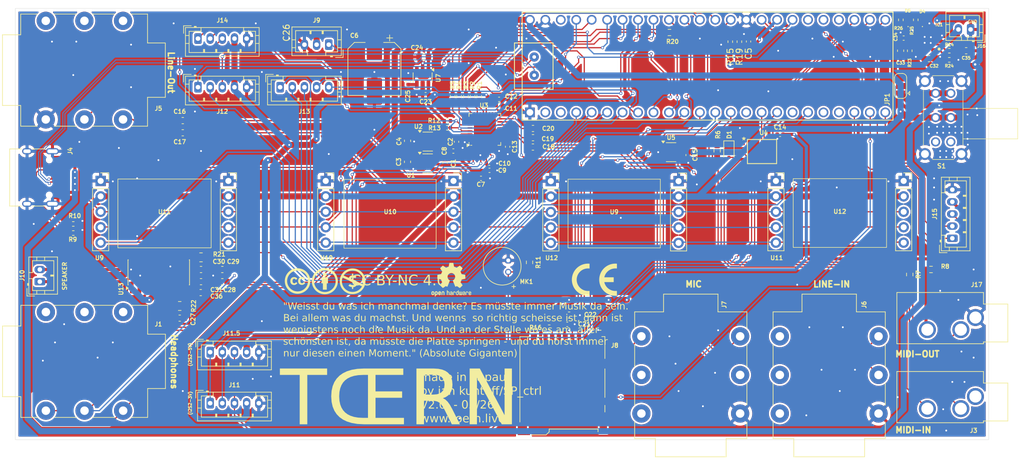
<source format=kicad_pcb>
(kicad_pcb (version 20241229) (generator "pcbnew") (generator_version "9.0")
  (layers (0 "F.Cu" signal) (4 "In1.Cu" signal) (6 "In2.Cu" signal) (2 "B.Cu" signal) (13 "F.Paste" user) (15 "B.Paste" user) (5 "F.SilkS" user "F.Silkscreen") (7 "B.SilkS" user "B.Silkscreen") (1 "F.Mask" user) (3 "B.Mask" user) (25 "Edge.Cuts" user))
  (net 0 "")
  (net 1 "GND")
  (net 2 "+3.3VA")
  (net 3 "+1V8")
  (net 4 "+5V")
  (net 5 "Net-(U1-BP)")
  (net 6 "Net-(U2-BP)")
  (net 7 "+3.3V")
  (net 8 "Net-(U3-VAG)")
  (net 9 "Net-(C16-Pad2)")
  (net 10 "Net-(U3-LINEOUT_R)")
  (net 11 "Net-(U3-LINEOUT_L)")
  (net 12 "Net-(C17-Pad2)")
  (net 13 "Net-(C18-Pad1)")
  (net 14 "LINEIN_R")
  (net 15 "Net-(C19-Pad1)")
  (net 16 "LINEIN_L")
  (net 17 "Net-(C20-Pad1)")
  (net 18 "MIC")
  (net 19 "Net-(U7-BP)")
  (net 20 "Net-(D1-A)")
  (net 21 "Net-(D1-K)")
  (net 24 "Net-(U3-HP_L)")
  (net 25 "Net-(U3-HP_R)")
  (net 26 "Net-(U3-HP_VGND)")
  (net 28 "Net-(J17-PadT)")
  (net 29 "Net-(J17-PadR)")
  (net 30 "Net-(J3-PadR)")
  (net 31 "VBAT")
  (net 32 "D+")
  (net 33 "D-")
  (net 35 "Net-(J4-CC1)")
  (net 37 "Net-(J4-CC2)")
  (net 45 "Net-(MK1-+)")
  (net 48 "12_MISO_MQSL")
  (net 49 "10_CS_MQSR")
  (net 51 "14_A0_TX3_SPDIF_OUT")
  (net 53 "7_RX2_OUT1A")
  (net 54 "17_A3_TX4_SDA1")
  (net 55 "27_A13_SCK1")
  (net 56 "19_A5_SCL")
  (net 57 "18_A4_SDA")
  (net 58 "24_A10_TX6_SCL2")
  (net 59 "25_A11_RX6_SDA2")
  (net 60 "5_IN2")
  (net 61 "15_A1_RX3_SPDIF_IN")
  (net 62 "22_A8_CTX1")
  (net 63 "3_LRCLK2")
  (net 64 "4_BCLK2")
  (net 65 "2_OUT2")
  (net 66 "9_OUT1C")
  (net 67 "16_A2_RX4_SCL1")
  (net 68 "41_A17")
  (net 69 "33_MCLK2")
  (net 70 "32_OUT1B")
  (net 71 "Net-(U3-SYS_MCLK)")
  (net 72 "11_MOSI_CTX1")
  (net 73 "23_A9_CRX1_MCLK1")
  (net 74 "Net-(U3-I2S_LRCLK)")
  (net 75 "Net-(U3-I2S_SCLK)")
  (net 76 "Net-(U3-I2S_DOUT)")
  (net 77 "13_SCK_LED")
  (net 78 "Net-(U3-I2S_DIN)")
  (net 79 "Net-(R7-Pad1)")
  (net 80 "MICBIAS")
  (net 88 "Net-(U5-Pad3)")
  (net 89 "28_RX7")
  (net 90 "6_OUT1D")
  (net 91 "38_CS1_IN1")
  (net 92 "20_A6_TX5_LRCLK1")
  (net 93 "37_CS")
  (net 94 "40_A16")
  (net 95 "0_RX1_CRX2_CS1")
  (net 97 "36_CS")
  (net 98 "1_TX1_CTX2_MISO1")
  (net 99 "21_A7_RX5_BCLK1")
  (net 100 "26_A12_MOSI1")
  (net 101 "34_RX8")
  (net 103 "8_TX2_IN1")
  (net 104 "39_MISO1_OUT1A")
  (net 105 "30_CRX3")
  (net 106 "31_CTX3")
  (net 107 "35_TX8")
  (net 108 "29_TX7")
  (net 109 "Net-(IC1-TS)")
  (net 110 "Net-(D4-K)")
  (net 111 "VBUS")
  (net 112 "Net-(IC1-ILIM)")
  (net 113 "Net-(IC1-ISET)")
  (net 114 "Net-(D5-K)")
  (net 115 "Net-(D4-A)")
  (net 116 "Net-(C27-Pad2)")
  (net 117 "Net-(C28-Pad2)")
  (net 118 "Net-(U13-VREF)")
  (net 119 "Net-(U13-INL)")
  (net 120 "Net-(J10-Pin_1)")
  (net 122 "Net-(U13-INR)")
  (net 123 "Net-(J10-Pin_2)")
  (net 127 "Net-(J9-Pin_1)")
  (net 128 "Net-(D5-A)")
  (net 129 "VYS")
  (net 132 "Net-(JP1-C)")
  (footprint "Resistor_SMD:R_0402_1005Metric" (layer "F.Cu") (at 150 30.51 -90)
    (property "Reference" "R19")
    (property "Value" "1.5M")
  )
  (footprint "Sensor_Audio:POM-2244P-C3310-2-R" (layer "F.Cu") (at 112 66.5 -90)
    (property "Reference" "MK1")
    (property "Value" "Microphone_Condenser")
  )
  (footprint "Capacitor_SMD:C_0402_1005Metric" (layer "F.Cu") (at 102.98 48.5)
    (property "Reference" "C8")
    (property "Value" "1u")
  )
  (footprint "Resistor_SMD:R_0603_1608Metric" (layer "F.Cu") (at 115.5 66.825 -90)
    (property "Reference" "R11")
    (property "Value" "2k2")
  )
  (footprint "Capacitor_SMD:C_0603_1608Metric" (layer "F.Cu") (at 187.275 32)
    (property "Reference" "C35")
    (property "Value" "4.7uF")
  )
  (footprint "Capacitor_SMD:C_0402_1005Metric" (layer "F.Cu") (at 95.565 37.0725 90)
    (property "Reference" "C25")
    (property "Value" "1u")
  )
  (footprint "Resistor_SMD:R_0402_1005Metric" (layer "F.Cu") (at 101.99 43.54)
    (property "Reference" "R12")
    (property "Value" "10k")
  )
  (footprint "Connector_JST:JST_PH_B5B-PH-K_1x05_P2.00mm_Vertical" (layer "F.Cu") (at 185 62.865836 90)
    (property "Reference" "J15")
    (property "Value" "Conn_01x05")
  )
  (footprint "Connector_JST:JST_PH_B5B-PH-K_1x05_P2.00mm_Vertical" (layer "F.Cu") (at 63 81.6)
    (property "Reference" "J11.5")
    (property "Value" "Conn_01x05")
  )
  (footprint "Capacitor_SMD:C_0603_1608Metric" (layer "F.Cu") (at 58.5 43.5 180)
    (property "Reference" "C16")
    (property "Value" "10u")
  )
  (footprint "Resistor_SMD:R_0603_1608Metric" (layer "F.Cu") (at 178 68.825 -90)
    (property "Reference" "R7")
    (property "Value" "220R")
  )
  (footprint "Connector_JST:JST_PH_B5B-PH-K_1x05_P2.00mm_Vertical" (layer "F.Cu") (at 63 90)
    (property "Reference" "J11")
    (property "Value" "Conn_01x05")
  )
  (footprint "Capacitor_SMD:C_0603_1608Metric" (layer "F.Cu") (at 116.055 47.85 180)
    (property "Reference" "C18")
    (property "Value" "10u")
  )
  (footprint "Connector_USB:USB_C_Receptacle_HRO_TYPE-C-31-M-12" (layer "F.Cu") (at 33.95 52.86 -90)
    (property "Reference" "J4")
    (property "Value" "USB_C_Receptacle_USB2.0")
  )
  (footprint "BQ24075TRGTR:QFN50P300X300X100-17N-D" (layer "F.Cu") (at 180.925 30.225 180)
    (property "Reference" "IC1")
    (property "Value" "BQ24075TRGTR" (hide yes))
  )
  (footprint "Resistor_SMD:R_0402_1005Metric" (layer "F.Cu") (at 103.92 39.51 -90)
    (property "Reference" "R4")
    (property "Value" "22R")
  )
  (footprint "Connector_PinSocket_2.54mm:DuppaI2CEncoderV2.1" (layer "F.Cu") (at 80 46.005)
    (property "Reference" "U10")
    (property "Value" "01x05 Connector_PinSocket_2.54mm" (hide yes))
  )
  (footprint "Connector_JST:JST_PH_B5B-PH-K_1x05_P2.00mm_Vertical" (layer "F.Cu") (at 61 38)
    (property "Reference" "J12")
    (property "Value" "Conn_01x05")
  )
  (footprint "Resistor_SMD:R_0402_1005Metric" (layer "F.Cu") (at 101.99 44.68)
    (property "Reference" "R13")
    (property "Value" "10k")
  )
  (footprint "Connector_Audio:Jack_3.5mm_CUI_SJ1-3533NG_Horizontal_CircularHoles" (layer "F.Cu") (at 188.8 88.9 -90)
    (property "Reference" "J3")
    (property "Value" "AudioJack3_Ground")
  )
  (footprint "Capacitor_SMD:C_0402_1005Metric" (layer "F.Cu") (at 121.7 77.02 180)
    (property "Reference" "C21")
    (property "Value" "100n")
  )
  (footprint "Capacitor_SMD:C_0402_1005Metric" (layer "F.Cu") (at 101.6175 50.39 -90)
    (property "Reference" "C1")
    (property "Value" "1u")
  )
  (footprint "Package_TO_SOT_SMD:SOT-23-6" (layer "F.Cu") (at 138.77 48.69)
    (property "Reference" "U5")
    (property "Value" "74LVC2G14")
  )
  (footprint "Capacitor_SMD:C_0402_1005Metric" (layer "F.Cu") (at 110.5 40)
    (property "Reference" "C12")
    (property "Value" "1u")
  )
  (footprint "Jumper:SolderJumper-3_P1.3mm_Open_RoundedPad1.0x1.5mm" (layer "F.Cu") (at 176.5 37.8 90)
    (property "Reference" "JP1")
    (property "Value" "SolderJumper_3_Open")
  )
  (footprint "Package_TO_SOT_SMD:SOT-23-5" (layer "F.Cu") (at 98.75842 50.53552)
    (property "Reference" "U1")
    (property "Value" "SPX3819M5-L-3-3")
  )
  (footprint "Capacitor_SMD:C_0603_1608Metric" (layer "F.Cu") (at 116.07 46.31 180)
    (property "Reference" "C19")
    (property "Value" "10u")
  )
  (footprint "Capacitor_SMD:C_0402_1005Metric" (layer "F.Cu") (at 177 29.917727 180)
    (property "Reference" "C34")
    (property "Value" "100nF")
  )
  (footprint "Capacitor_SMD:C_0603_1608Metric" (layer "F.Cu") (at 122 75.5)
    (property "Reference" "C22")
    (property "Value" "10u")
  )
  (footprint "Capacitor_SMD:C_0201_0603Metric" (layer "F.Cu") (at 74.5 29.04 -90)
    (property "Reference" "C26")
    (property "Value" "100nF")
  )
  (footprint "LED_SMD:LED_0402_1005Metric" (layer "F.Cu") (at 177.726122 26.93625 90)
    (property "Reference" "D5")
    (property "Value" "Green")
  )
  (footprint "Resistor_SMD:R_0402_1005Metric" (layer "F.Cu") (at 106.14 39.51 -90)
    (property "Reference" "R2")
    (property "Value" "22R")
  )
  (footprint "Capacitor_SMD:C_0402_1005Metric" (layer "F.Cu") (at 151.5 30.48 -90)
    (property "Reference" "C5")
    (property "Value" "100nF")
  )
  (footprint "myLibKicad:5pin SO6_TOS" (layer "F.Cu") (at 153.7183 48.59)
    (property "Reference" "U4")
    (property "Value" "TLP2361V4_E")
  )
  (footprint "Resistor_SMD:R_0402_1005Metric" (layer "F.Cu") (at 107.23 39.51 -90)
    (property "Reference" "R1")
    (property "Value" "22R")
  )
  (footprint "Connector_JST:JST_PH_B3B-PH-K_1x03_P2.00mm_Vertical" (layer "F.Cu") (at 82.5 31 180)
    (property "Reference" "J9")
    (property "Value" "Conn_01x03")
  )
  (footprint "Capacitor_SMD:C_0402_1005Metric" (layer "F.Cu") (at 111.9 47.8 -90)
    (property "Reference" "C13")
    (property "Value" "150n")
  )
  (footprint "Capacitor_SMD:C_0603_1608Metric" (layer "F.Cu") (at 61.45 71.8)
    (property "Reference" "C36")
    (property "Value" "470µF")
  )
  (footprint "Connector_Audio:Jack_6.35mm_Neutrik_NMJ6HCD2_Horizontal" (layer "F.Cu") (at 150.12 79 -90)
    (property "Reference" "J7")
    (property "Value" "AudioJack3_Switch")
  )
  (footprint "Capacitor_SMD:C_0402_1005Metric" (layer "F.Cu") (at 156.69 45.76)
    (property "Reference" "C14")
    (property "Value" "100n")
  )
  (footprint "Resistor_SMD:R_0402_1005Metric" (layer "F.Cu") (at 184.5 33.5)
    (property "Reference" "R24")
    (property "Value" "1.13k")
  )
  (footprint "Resistor_SMD:R_0402_1005Metric" (layer "F.Cu") (at 40.5 60.5)
    (property "Reference" "R10")
    (property "Value" "5.1k")
  )
  (footprint "Symbol:OSHW-Logo2_7.3x6mm_SilkScreen" (layer "F.Cu") (at 102.649418 69.671208)
    (property "Reference" "LOGOOPENHARDWARE" (hide yes))
    (property "Value" "OSHW-Logo2_7.3x6mm_SilkScreen" (hide yes))
  )
  (footprint "Connector_PinSocket_2.54mm:DuppaI2CEncoderV2.1" (layer "F.Cu") (at 117 46.04)
    (property "Reference" "U9")
    (property "Value" "01x05 Connector_PinSocket_2.54mm" (hide yes))
  )
  (footprint "Resistor_SMD:R_0805_2012Metric" (layer "F.Cu") (at 58 74 180)
    (property "Reference" "R22")
    (property "Value" "20k")
  )
  (footprint "Package_TO_SOT_SMD:SOT-23-5" (layer "F.Cu") (at 97.93 36.4225 -90)
    (property "Reference" "U7")
    (property "Value" "SPX3819M5-L-3-3" (hide yes))
  )
  (footprint "Resistor_SMD:R_0603_1608Metric" (layer "F.Cu") (at 181.5 68)
    (property "Reference" "R8")
    (property "Value" "220R")
  )
  (footprint "Resistor_SMD:R_0402_1005Metric" (layer "F.Cu") (at 40.5 62)
    (property "Reference" "R9")
    (property "Value" "5.1k")
  )
  (footprint "Capacitor_SMD:CP_Elec_8x10.5" (layer "F.Cu") (at 90 35 -90)
    (property "Reference" "C6")
    (property "Value" "1000uF")
  )
  (footprint "Capacitor_SMD:C_0603_1608Metric" (layer "F.Cu") (at 116.065 44.79 180)
    (property "Reference" "C20")
    (property "Value" "10u")
  )
  (footprint "Capacitor_SMD:C_0603_1608Metric" (layer "F.Cu") (at 61.5 70)
    (property "Reference" "C31")
    (property "Value" "1uF")
  )
  (footprint "Connector_Audio:Jack_6.35mm_Neutrik_NMJ6HCD2_Horizontal" (layer "F.Cu") (at 48.68102 43.307339 180)
    (property "Reference" "J5")
    (property "Value" "AudioJack3_Switch")
  )
  (footprint "Capacitor_SMD:C_0603_1608Metric" (layer "F.Cu") (at 95.45 46.825 -90)
    (property "Reference" "C4")
    (property "Value" "10u")
  )
  (footprint "Capacitor_SMD:C_0603_1608Metric" (layer "F.Cu") (at 61.5 68 180)
    (property "Reference" "C30")
    (property "Value" "1uF")
  )
  (footprint "Connector_JST:JST_PH_B2B-PH-K_1x02_P2.00mm_Vertical" (layer "F.Cu") (at 35 70 90)
    (property "Reference" "J10")
    (property "Value" "Conn_01x02")
  )
  (footprint "Capacitor_SMD:C_0603_1608Metric" (layer "F.Cu") (at 58.5 45.5 180)
    (property "Reference" "C17")
    (property "Value" "10u")
  )
  (footprint "Resistor_SMD:R_0402_1005Metric" (layer "F.Cu") (at 118.73 77.5 180)
    (property "Reference" "R16")
    (property "Value" "10k")
  )
  (footprint "LED_SMD:LED_0402_1005Metric" (layer "F.Cu") (at 180.083674 26.932915 90)
    (property "Reference" "D4")
    (property "Value" "Green")
  )
  (footprint "Resistor_SMD:R_0402_1005Metric" (layer "F.Cu") (at 176.5442 26.921978 -90)
    (property "Reference" "R26")
    (property "Value" "1.5k")
  )
  (footprint "Capacitor_SMD:C_0402_1005Metric" (layer "F.Cu") (at 141.5675 49.17 -90)
    (property "Reference" "C15")
    (property "Value" "100n")
  )
  (footprint "Package_SO:SOIC-16_3.9x9.9mm_P1.27mm" (layer "F.Cu") (at 54.555 68.475 90)
    (property "Reference" "U13")
    (property "Value" "PAM8403D")
  )
  (footprint "Connector_JST:JST_PH_B2B-PH-K_1x02_P2.00mm_Vertical" (layer "F.Cu") (at 188 28.5 180)
    (property "Reference" "J16")
    (property "Value" "BATTERY")
  )
  (footprint "Resistor_SMD:R_0402_1005Metric" (layer "F.Cu") (at 102.87 39.51 -90)
    (property "Reference" "R5")
    (property "Value" "22R")
  )
  (footprint "Package_TO_SOT_SMD:SOT-23-5" (layer "F.Cu") (at 98.77 46.95)
    (property "Reference" "U2")
    (property "Value" "SPX3819M5-L-1-8")
  )
  (footprint "Resistor_SMD:R_0402_1005Metric" (layer "F.Cu") (at 105.05 39.51 -90)
    (property "Reference" "R3")
    (property "Value" "22R")
  )
  (footprint "Diode_SMD:D_SOD-323F" (layer "F.Cu") (at 148.276528 48.447164 -90)
    (property "Reference" "D1")
    (property "Value" "BAT54J")
  )
  (footprint "Connector_JST:JST_PH_B5B-PH-K_1x05_P2.00mm_Vertical" (layer "F.Cu") (at 74.5 38)
    (property "Reference" "J13")
    (property "Value" "Conn_01x05")
  )
  (footprint "Connector_PinSocket_2.54mm:DuppaI2CEncoderV2.1" (layer "F.Cu") (at 43 46.005)
    (property "Reference" "U11")
    (property "Value" "01x05 Connector_PinSocket_2.54mm" (hide yes))
  )
  (footprint "Capacitor_SMD:C_0603_1608Metric" (layer "F.Cu") (at 65 70 180)
    (property "Reference" "C28")
    (property "Value" "0.47uF")
  )
  (footprint "EG2219:EG2219" (layer "F.Cu") (at 184.75 47 90)
    (property "Reference" "S1")
    (property "Value" "EG2219" (hide yes))
  )
  (footprint "Resistor_SMD:R_0402_1005Metric" (layer "F.Cu") (at 178 32.01 -90)
    (property "Reference" "R23")
    (property "Value" "1.11k")
  )
  (footprint "Capacitor_SMD:C_0603_1608Metric" (layer "F.Cu") (at 58 76)
    (property "Reference" "C27")
    (property "Value" "0.47uF")
  )
  (footprint "Capacitor_SMD:C_0603_1608Metric" (layer "F.Cu") (at 98.105 33.0225 180)
    (property "Reference" "C24")
    (property "Value" "10u")
  )
  (footprint "Capacitor_SMD:C_0603_1608Metric" (layer "F.Cu") (at 95.443778 50.283225 -90)
    (property "Reference" "C3")
    (property "Value" "10u")
  )
  (footprint "Connector_Audio:Jack_3.5mm_CUI_SJ1-3533NG_Horizontal_CircularHoles" (layer "F.Cu") (at 188.8 75.9 -90)
    (property "Reference" "J17")
    (property "Value" "AudioJack3_Ground")
  )
  (footprint "Package_DFN_QFN:QFN-32-1EP_5x5mm_P0.5mm_EP3.6x3.6mm" (layer "F.Cu") (at 108.16 44.95 90)
    (property "Reference" "U3")
    (property "Value" "SGTL5000XNBA3")
  )
  (footprint "Connector_Card:microSD_HC_Hirose_DM3BT-DSF-PEJS" (layer "F.Cu") (at 120.9 86.925)
    (property "Reference" "J8")
    (property "Value" "Micro_SD_Card")
  )
  (footprint "Capacitor_SMD:C_0402_1005Metric" (layer "F.Cu") (at 110.5 41)
    (property "Reference" "C11")
    (property "Value" "100n")
  )
  (footprint "Resistor_SMD:R_0805_2012Metric" (layer "F.Cu") (at 61.5 66 180)
    (property "Reference" "R21")
    (property "Value" "20k")
  )
  (footprint "Capacitor_SMD:C_0402_1005Metric" (layer "F.Cu") (at 108.88 50.52)
    (property "Reference" "C10")
    (property "Value" "100n")
  )
  (footprint "Connector_Audio:Jack_6.35mm_Neutrik_NMJ6HCD2_Horizontal" (layer "F.Cu") (at 172.875 79 -90)
    (property "Reference" "J6")
    (property "Value" "AudioJack3_Switch")
  )
  (footprint "Capacitor_SMD:C_0603_1608Metric" (layer "F.Cu") (at 65 68)
    (property "Reference" "C29")
    (property "Value" "0.1uF")
  )
  (footprint "Capacitor_SMD:C_0603_1608Metric" (layer "F.Cu") (at 176.5 32 -90)
    (property "Reference" "C33")
    (property "Value" "4.7uF")
  )
  (footprint "Resistor_SMD:R_0402_1005Metric" (layer "F.Cu") (at 178.99 26.921978 90)
    (property "Reference" "R25")
    (property "Value" "1.5k")
  )
  (footprint "Capacitor_SMD:C_0402_1005Metric" (layer "F.Cu") (at 103.5 46.98 -90)
    (property "Reference" "C2")
    (property "Value" "1u")
  )
  (footprint "Connector_JST:JST_PH_B5B-PH-K_1x05_P2.00mm_Vertical" (layer "F.Cu") (at 61 30)
    (property "Reference" "J14")
    (property "Value" "Conn_01x05")
  )
  (footprint "Capacitor_SMD:C_0603_1608Metric" (layer "F.Cu") (at 181.177879 33.301621)
    (property "Reference" "C32")
    (property "Value" "1uF")
  )
  (footprint "Capacitor_SMD:C_0402_1005Metric" (layer "F.Cu") (at 98.415 39.2325 180)
    (property "Reference" "C23")
    (property "Value" "1u")
  )
  (footprint "Resistor_SMD:R_0402_1005Metric" (layer "F.Cu") (at 148.5 30.51 90)
    (property "Reference" "R15")
    (property "Value" "1M")
  )
  (footprint "Capacitor_SMD:C_0402_1005Metric" (layer "F.Cu") (at 107.52 53)
    (property "Reference" "C7")
    (property "Value" "1u")
  )
  (footprint "Connector_PinSocket_2.54mm:DuppaI2CEncoderV2.1" (layer "F.Cu") (at 154 46.005)
    (property "Reference" "U12")
    (property "Value" "01x05 Connector_PinSocket_2.54mm" (hide yes))
  )
  (footprint "Resistor_SMD:R_0603_1608Metric" (layer "F.Cu") (at 138.5 29)
    (property "Reference" "R20")
    (property "Value" "220R")
  )
  (footprint "myLibKicad:Teensy41" (layer "F.Cu") (at 144.77 34.53)
    (property "Reference" "U6" (hide yes))
    (property "Value" "Teensy4.1" (hide yes))
  )
  (footprint "Resistor_SMD:R_0603_1608Metric" (layer "F.Cu") (at 146.34 48.46 -90)
    (property "Reference" "R6")
    (property "Value" "220R")
  )
  (footprint "Capacitor_SMD:C_0402_1005Metric" (layer "F.Cu") (at 108.92 51.68)
    (property "Reference" "C9")
    (property "Value" "1u")
  )
  (footprint "Resistor_SMD:R_0402_1005Metric" (layer "F.Cu") (at 184.51 32)
    (property "Reference" "R14")
    (property "Value" "10k")
  )
  (footprint "Connector_Audio:Jack_6.35mm_Neutrik_NMJ6HCD2_Horizontal" (layer "F.Cu") (at 48.7 91.23 180)
    (property "Reference" "J1")
    (property "Value" "AudioJack3_Switch")
  )
  (gr_poly (pts (xy 125.137083 67.03231) (xy 125.170206 67.032933) (xy 125.203316 67.033969) (xy 125.236409 67.035421) (xy 125.269482 67.037286) (xy 125.302529 67.039565) (xy 125.335549 67.042259) (xy 125.368535 67.045365) (xy 125.368535 67.839115) (xy 125.335593 67.835387) (xy 125.302598 67.832249) (xy 125.269558 67.829702) (xy 125.23648 67.827747) (xy 125.203373 67.826385) (xy 125.170244 67.825614) (xy 125.137101 67.825437) (xy 125.103951 67.825853) (xy 124.980531 67.829957) (xy 124.858625 67.84214) (xy 124.738573 67.862207) (xy 124.62071 67.889964) (xy 124.505375 67.925214) (xy 124.392905 67.967765) (xy 124.283637 68.01742) (xy 124.17791 68.073985) (xy 124.076059 68.137266) (xy 123.978422 68.207067) (xy 123.885337 68.283193) (xy 123.797142 68.365451) (xy 123.714173 68.453645) (xy 123.636768 68.54758) (xy 123.565265 68.647062) (xy 123.5 68.751895) (xy 123.441844 68.860833) (xy 123.391442 68.972497) (xy 123.348794 69.0865) (xy 123.313901 69.20245) (xy 123.286762 69.319958) (xy 123.267376 69.438635) (xy 123.255745 69.558091) (xy 123.251868 69.677937) (xy 123.255745 69.797782) (xy 123.267376 69.917239) (xy 123.286762 70.035916) (xy 123.313901 70.153424) (xy 123.348795 70.269374) (xy 123.391442 70.383376) (xy 123.441844 70.495041) (xy 123.5 70.603978) (xy 123.531832 70.657052) (xy 123.565265 70.708812) (xy 123.600258 70.759234) (xy 123.636769 70.808293) (xy 123.674755 70.855966) (xy 123.714174 70.902228) (xy 123.754984 70.947055) (xy 123.797143 70.990422) (xy 123.840608 71.032305) (xy 123.885338 71.07268) (xy 123.93129 71.111521) (xy 123.978423 71.148806) (xy 124.026693 71.18451) (xy 124.076059 71.218607) (xy 124.126479 71.251075) (xy 124.17791 71.281888) (xy 124.230311 71.311022) (xy 124.283638 71.338453) (xy 124.337851 71.364156) (xy 124.392906 71.388108) (xy 124.448762 71.410283) (xy 124.505376 71.430658) (xy 124.562706 71.449208) (xy 124.620711 71.465909) (xy 124.679347 71.480736) (xy 124.738573 71.493665) (xy 124.798347 71.504672) (xy 124.858626 71.513732) (xy 124.919368 71.520821) (xy 124.980531 71.525915) (xy 125.042073 71.528989) (xy 125.103952 71.530019) (xy 125.137101 71.530435) (xy 125.170244 71.530258) (xy 125.203373 71.529488) (xy 125.23648 71.528125) (xy 125.269558 71.52617) (xy 125.302598 71.523624) (xy 125.335593 71.520486) (xy 125.368535 71.516757) (xy 125.368535 72.310507) (xy 125.335548 72.313614) (xy 125.302529 72.316307) (xy 125.269481 72.318586) (xy 125.236409 72.320452) (xy 125.203316 72.321903) (xy 125.170205 72.32294) (xy 125.137083 72.323562) (xy 125.103951 72.323769) (xy 124.927636 72.317906) (xy 124.753485 72.300502) (xy 124.581981 72.271834) (xy 124.413607 72.232183) (xy 124.248842 72.181824) (xy 124.088171 72.121038) (xy 123.932074 72.050102) (xy 123.781035 71.969295) (xy 123.635533 71.878894) (xy 123.496053 71.779178) (xy 123.363075 71.670426) (xy 123.237081 71.552915) (xy 123.118554 71.426924) (xy 123.007976 71.292731) (xy 122.905828 71.150615) (xy 122.812592 71.000853) (xy 122.729513 70.845227) (xy 122.65751 70.685706) (xy 122.596585 70.522846) (xy 122.546737 70.357203) (xy 122.507966 70.189334) (xy 122.480273 70.019796) (xy 122.463657 69.849144) (xy 122.458118 69.677936) (xy 122.463657 69.506728) (xy 122.480273 69.336076) (xy 122.507966 69.166538) (xy 122.546737 68.998669) (xy 122.596585 68.833026) (xy 122.65751 68.670166) (xy 122.729513 68.510645) (xy 122.812592 68.35502) (xy 122.858066 68.2792) (xy 122.905828 68.205258) (xy 122.955818 68.133226) (xy 123.007976 68.063141) (xy 123.062241 67.995037) (xy 123.118554 67.928948) (xy 123.176854 67.86491) (xy 123.237081 67.802957) (xy 123.299175 67.743124) (xy 123.363075 67.685446) (xy 123.428721 67.629958) (xy 123.496053 67.576694) (xy 123.56501 67.525689) (xy 123.635533 67.476978) (xy 123.707562 67.430596) (xy 123.781035 67.386578) (xy 123.855892 67.344957) (xy 123.932075 67.30577) (xy 124.009521 67.269051) (xy 124.088171 67.234834) (xy 124.167965 67.203155) (xy 124.248843 67.174048) (xy 124.330743 67.147548) (xy 124.413607 67.12369) (xy 124.497373 67.102508) (xy 124.581982 67.084038) (xy 124.667372 67.068314) (xy 124.753485 67.055371) (xy 124.84026 67.045243) (xy 124.927636 67.037966) (xy 125.015553 67.033575) (xy 125.103951 67.032103)) (fill yes) (layer "F.SilkS"))
  (gr_rect (start 85 53.179949) (end 100.153329 64.5) (stroke (width 0.1)) (fill no) (layer "F.SilkS"))
  (gr_poly (pts (xy 129.634999 67.03231) (xy 129.668122 67.032933) (xy 129.701232 67.033969) (xy 129.734325 67.035421) (xy 129.767398 67.037286) (xy 129.800446 67.039565) (xy 129.833465 67.042259) (xy 129.866451 67.045365) (xy 129.866451 67.839115) (xy 129.833509 67.835387) (xy 129.800515 67.832249) (xy 129.767475 67.829702) (xy 129.734397 67.827747) (xy 129.701289 67.826385) (xy 129.66816 67.825614) (xy 129.635017 67.825437) (xy 129.601868 67.825853) (xy 129.520662 67.827609) (xy 129.440225 67.832848) (xy 129.36064 67.841502) (xy 129.281988 67.853506) (xy 129.204352 67.868794) (xy 129.127814 67.887299) (xy 129.052457 67.908955) (xy 128.978362 67.933697) (xy 128.905611 67.961457) (xy 128.834288 67.992171) (xy 128.696251 68.062191) (xy 128.564909 68.14323) (xy 128.44092 68.234757) (xy 128.324942 68.336243) (xy 128.217632 68.44716) (xy 128.119649 68.566978) (xy 128.07436 68.630059) (xy 128.03165 68.695167) (xy 127.9916 68.762236) (xy 127.954293 68.8312) (xy 127.919811 68.901991) (xy 127.888236 68.974545) (xy 127.859651 69.048795) (xy 127.834138 69.124676) (xy 127.811778 69.202119) (xy 127.792655 69.281061) (xy 129.337284 69.281061) (xy 129.337284 70.074811) (xy 127.792654 70.074811) (xy 127.811778 70.153753) (xy 127.834137 70.231197) (xy 127.859651 70.307077) (xy 127.888236 70.381327) (xy 127.919811 70.453881) (xy 127.954293 70.524673) (xy 127.9916 70.593636) (xy 128.03165 70.660705) (xy 128.07436 70.725813) (xy 128.119649 70.788895) (xy 128.167434 70.849883) (xy 128.217632 70.908712) (xy 128.270162 70.965316) (xy 128.324942 71.019629) (xy 128.381889 71.071584) (xy 128.44092 71.121116) (xy 128.501955 71.168157) (xy 128.564909 71.212643) (xy 128.629702 71.254506) (xy 128.696251 71.293681) (xy 128.764474 71.330102) (xy 128.834288 71.363702) (xy 128.905611 71.394415) (xy 128.978362 71.422176) (xy 129.052457 71.446917) (xy 129.127814 71.468574) (xy 129.204352 71.487079) (xy 129.281988 71.502366) (xy 129.36064 71.51437) (xy 129.440225 71.523025) (xy 129.520662 71.528263) (xy 129.601868 71.530019) (xy 129.635017 71.530435) (xy 129.66816 71.530258) (xy 129.701289 71.529488) (xy 129.734397 71.528125) (xy 129.767475 71.52617) (xy 129.800515 71.523624) (xy 129.833509 71.520486) (xy 129.866451 71.516757) (xy 129.866451 72.310507) (xy 129.833465 72.313614) (xy 129.800446 72.316307) (xy 129.767398 72.318586) (xy 129.734325 72.320452) (xy 129.701232 72.321903) (xy 129.668122 72.32294) (xy 129.634999 72.323562) (xy 129.601868 72.323769) (xy 129.425553 72.317906) (xy 129.251402 72.300502) (xy 129.079898 72.271834) (xy 128.911523 72.232183) (xy 128.746759 72.181824) (xy 128.586088 72.121038) (xy 128.429991 72.050102) (xy 128.278951 71.969295) (xy 128.13345 71.878894) (xy 127.993969 71.779178) (xy 127.860991 71.670426) (xy 127.734998 71.552915) (xy 127.616471 71.426924) (xy 127.505892 71.292731) (xy 127.403745 71.150615) (xy 127.310509 71.000853) (xy 127.227429 70.845227) (xy 127.155426 70.685706) (xy 127.094501 70.522846) (xy 127.044653 70.357203) (xy 127.005883 70.189334) (xy 126.978189 70.019796) (xy 126.961573 69.849144) (xy 126.956035 69.677936) (xy 126.961573 69.506728) (xy 126.978189 69.336076) (xy 127.005883 69.166538) (xy 127.044653 68.998669) (xy 127.094501 68.833026) (xy 127.155426 68.670166) (xy 127.227429 68.510645) (xy 127.310509 68.35502) (xy 127.355983 68.2792) (xy 127.403745 68.205258) (xy 127.453735 68.133226) (xy 127.505892 68.063141) (xy 127.560158 67.995037) (xy 127.616471 67.928948) (xy 127.674771 67.86491) (xy 127.734998 67.802957) (xy 127.797091 67.743124) (xy 127.860991 67.685446) (xy 127.926637 67.629958) (xy 127.993969 67.576694) (xy 128.062927 67.525689) (xy 128.13345 67.476978) (xy 128.205478 67.430596) (xy 128.278951 67.386578) (xy 128.353809 67.344957) (xy 128.429991 67.30577) (xy 128.507438 67.269051) (xy 128.586088 67.234834) (xy 128.665882 67.203155) (xy 128.746759 67.174048) (xy 128.82866 67.147548) (xy 128.911523 67.12369) (xy 128.99529 67.102508) (xy 129.079898 67.084038) (xy 129.165289 67.068314) (xy 129.251402 67.055371) (xy 129.338177 67.045243) (xy 129.425553 67.037966) (xy 129.51347 67.033575) (xy 129.601868 67.032103)) (fill yes) (layer "F.SilkS"))
  (gr_rect (start 121.83 53.129948) (end 137 64.45) (stroke (width 0.1)) (fill no) (layer "F.SilkS"))
  (gr_poly (pts (xy 81.826302 67.782777) (xy 81.85363 67.782973) (xy 81.963952 67.785766) (xy 82.072832 67.794053) (xy 82.180135 67.807701) (xy 82.285726 67.826574) (xy 82.389469 67.850537) (xy 82.491229 67.879455) (xy 82.590872 67.913192) (xy 82.688262 67.951614) (xy 82.783264 67.994586) (xy 82.875743 68.041972) (xy 82.965563 68.093637) (xy 83.052591 68.149446) (xy 83.136691 68.209265) (xy 83.217727 68.272957) (xy 83.295564 68.340389) (xy 83.370068 68.411424) (xy 83.441103 68.485928) (xy 83.508535 68.563765) (xy 83.572227 68.644801) (xy 83.632046 68.728901) (xy 83.687855 68.815928) (xy 83.73952 68.905749) (xy 83.786906 68.998228) (xy 83.829878 69.09323) (xy 83.868299 69.19062) (xy 83.902037 69.290263) (xy 83.930955 69.392023) (xy 83.954917 69.495766) (xy 83.97379 69.601357) (xy 83.987438 69.708659) (xy 83.995726 69.81754) (xy 83.998519 69.927862) (xy 83.995726 70.038184) (xy 83.987438 70.147064) (xy 83.97379 70.254367) (xy 83.954917 70.359958) (xy 83.930955 70.463701) (xy 83.902037 70.565461) (xy 83.868299 70.665104) (xy 83.829878 70.762494) (xy 83.786906 70.857496) (xy 83.73952 70.949975) (xy 83.687855 71.039795) (xy 83.632046 71.126823) (xy 83.572227 71.210923) (xy 83.508535 71.291959) (xy 83.441103 71.369796) (xy 83.370068 71.4443) (xy 83.295564 71.515335) (xy 83.217727 71.582767) (xy 83.136691 71.646459) (xy 83.052591 71.706278) (xy 82.965563 71.762087) (xy 82.875743 71.813752) (xy 82.783264 71.861138) (xy 82.688262 71.90411) (xy 82.590872 71.942531) (xy 82.491229 71.976269) (xy 82.389469 72.005187) (xy 82.285726 72.029149) (xy 82.180135 72.048022) (xy 82.072832 72.06167) (xy 81.963952 72.069958) (xy 81.85363 72.072751) (xy 81.743308 72.069958) (xy 81.634427 72.06167) (xy 81.527125 72.048022) (xy 81.421534 72.029149) (xy 81.317791 72.005187) (xy 81.216031 71.976269) (xy 81.116388 71.942531) (xy 81.018998 71.90411) (xy 80.923996 71.861138) (xy 80.831517 71.813752) (xy 80.741696 71.762087) (xy 80.654669 71.706278) (xy 80.570569 71.646459) (xy 80.489533 71.582767) (xy 80.411696 71.515335) (xy 80.337192 71.4443) (xy 80.266157 71.369796) (xy 80.198725 71.291959) (xy 80.135033 71.210923) (xy 80.075214 71.126823) (xy 80.019405 71.039795) (xy 79.96774 70.949975) (xy 79.920354 70.857496) (xy 79.877382 70.762494) (xy 79.83896 70.665104) (xy 79.805223 70.565461) (xy 79.776305 70.463701) (xy 79.752342 70.359958) (xy 79.733469 70.254367) (xy 79.719821 70.147064) (xy 79.711534 70.038184) (xy 79.708741 69.927862) (xy 80.077394 69.927862) (xy 80.079706 70.019228) (xy 80.086569 70.109398) (xy 80.097871 70.198262) (xy 80.113499 70.285708) (xy 80.133342 70.371622) (xy 80.157288 70.455895) (xy 80.185225 70.538413) (xy 80.217042 70.619065) (xy 80.252626 70.69774) (xy 80.291866 70.774324) (xy 80.334649 70.848707) (xy 80.380864 70.920777) (xy 80.4304 70.990421) (xy 80.483143 71.057528) (xy 80.538984 71.121986) (xy 80.597808 71.183684) (xy 80.659505 71.242508) (xy 80.723964 71.298348) (xy 80.791071 71.351092) (xy 80.860715 71.400628) (xy 80.932784 71.446843) (xy 81.007167 71.489626) (xy 81.083752 71.528866) (xy 81.162426 71.56445) (xy 81.243079 71.596267) (xy 81.325597 71.624204) (xy 81.409869 71.64815) (xy 81.495784 71.667993) (xy 81.583229 71.683621) (xy 81.672093 71.694923) (xy 81.762264 71.701786) (xy 81.85363 71.704098) (xy 81.944996 71.701786) (xy 82.035166 71.694923) (xy 82.12403 71.683621) (xy 82.211476 71.667993) (xy 82.29739 71.64815) (xy 82.381663 71.624204) (xy 82.464181 71.596267) (xy 82.544833 71.56445) (xy 82.623508 71.528866) (xy 82.700092 71.489626) (xy 82.774475 71.446843) (xy 82.846545 71.400628) (xy 82.916189 71.351092) (xy 82.983296 71.298348) (xy 83.047754 71.242508) (xy 83.109452 71.183684) (xy 83.168276 71.121986) (xy 83.224116 71.057528) (xy 83.27686 70.990421) (xy 83.326396 70.920777) (xy 83.372611 70.848707) (xy 83.415394 70.774324) (xy 83.454634 70.69774) (xy 83.490218 70.619065) (xy 83.522035 70.538413) (xy 83.549972 70.455895) (xy 83.573918 70.371622) (xy 83.593761 70.285708) (xy 83.609389 70.198262) (xy 83.620691 70.109398) (xy 83.627554 70.019228) (xy 83.629866 69.927862) (xy 83.627554 69.836496) (xy 83.620691 69.746325) (xy 83.609389 69.657461) (xy 83.593761 69.570016) (xy 83.573918 69.484101) (xy 83.549972 69.399829) (xy 83.522035 69.317311) (xy 83.490218 69.236658) (xy 83.454634 69.157984) (xy 83.415394 69.081399) (xy 83.372611 69.007016) (xy 83.326396 68.934947) (xy 83.27686 68.865303) (xy 83.224116 68.798196) (xy 83.168276 68.733737) (xy 83.109452 68.67204) (xy 83.047754 68.613216) (xy 82.983296 68.557375) (xy 82.916189 68.504632) (xy 82.846545 68.455096) (xy 82.774475 68.408881) (xy 82.700092 68.366098) (xy 82.623508 68.326858) (xy 82.544833 68.291274) (xy 82.464181 68.259457) (xy 82.381663 68.23152) (xy 82.29739 68.207574) (xy 82.211476 68.187731) (xy 82.12403 68.172103) (xy 82.035166 68.160801) (xy 81.944996 68.153938) (xy 81.85363 68.151626) (xy 81.825353 68.151429) (xy 81.811288 68.151405) (xy 81.804209 68.151475) (xy 81.797075 68.151626) (xy 81.708198 68.156665) (xy 81.620532 68.166016) (xy 81.534181 68.179575) (xy 81.449252 68.197235) (xy 81.36585 68.21889) (xy 81.284081 68.244436) (xy 81.204051 68.273766) (xy 81.125865 68.306775) (xy 81.049628 68.343356) (xy 80.975448 68.383406) (xy 80.903428 68.426816) (xy 80.833676 68.473483) (xy 80.766296 68.5233) (xy 80.701394 68.576162) (xy 80.639076 68.631963) (xy 80.579448 68.690597) (xy 80.522614 68.751959) (xy 80.468682 68.815943) (xy 80.417756 68.882444) (xy 80.369943 68.951355) (xy 80.325347 69.022571) (xy 80.284075 69.095986) (xy 80.246232 69.171496) (xy 80.211924 69.248993) (xy 80.181256 69.328373) (xy 80.154335 69.409529) (xy 80.131265 69.492357) (xy 80.112153 69.576749) (xy 80.097105 69.662602) (xy 80.086225 69.749809) (xy 80.079619 69.838264) (xy 80.077394 69.927862) (xy 79.708741 69.927862) (xy 79.71145 69.819258) (xy 79.719492 69.712045) (xy 79.732736 69.606351) (xy 79.751055 69.502306) (xy 79.774318 69.400039) (xy 79.802396 69.299679) (xy 79.83516 69.201355) (xy 79.872481 69.105197) (xy 79.91423 69.011333) (xy 79.960277 68.919893) (xy 80.010493 68.831006) (xy 80.064748 68.744802) (xy 80.122915 68.661409) (xy 80.184862 68.580957) (xy 80.250462 68.503575) (xy 80.319584 68.429392) (xy 80.3921 68.358537) (xy 80.46788 68.29114) (xy 80.546795 68.227329) (xy 80.628716 68.167235) (xy 80.713514 68.110985) (xy 80.801058 68.05871) (xy 80.891221 68.010539) (xy 80.983873 67.9666) (xy 81.078884 67.927023) (xy 81.176125 67.891937) (xy 81.275467 67.861472) (xy 81.376781 67.835756) (xy 81.479938 67.814919) (xy 81.584808 67.79909) (xy 81.691261 67.788398) (xy 81.79917 67.782973) (xy 81.80601 67.782823) (xy 81.812797 67.782752)) (fill yes) (layer "F.SilkS"))
  (gr_poly (pts (xy 76.830775 69.245729) (xy 76.873512 69.248825) (xy 76.915339 69.254064) (xy 76.956179 69.26151) (xy 76.995958 69.271228) (xy 77.015427 69.27696) (xy 77.034602 69.283283) (xy 77.053475 69.290207) (xy 77.072035 69.297739) (xy 77.090274 69.305887) (xy 77.108183 69.31466) (xy 77.125751 69.324066) (xy 77.14297 69.334112) (xy 77.15983 69.344806) (xy 77.176322 69.356158) (xy 77.192437 69.368174) (xy 77.208164 69.380863) (xy 77.223495 69.394233) (xy 77.238421 69.408292) (xy 77.252932 69.423048) (xy 77.267018 69.438509) (xy 77.28067 69.454683) (xy 77.29388 69.471579) (xy 77.306637 69.489204) (xy 77.318932 69.507566) (xy 77.330756 69.526673) (xy 77.342099 69.546535) (xy 77.063493 69.692849) (xy 77.057265 69.680101) (xy 77.050783 69.667978) (xy 77.044066 69.656466) (xy 77.037133 69.64555) (xy 77.030003 69.635217) (xy 77.022695 69.625451) (xy 77.015227 69.616238) (xy 77.007618 69.607563) (xy 76.999886 69.599413) (xy 76.992051 69.591772) (xy 76.98413 69.584627) (xy 76.976144 69.577962) (xy 76.96811 69.571763) (xy 76.960047 69.566016) (xy 76.951974 69.560707) (xy 76.94391 69.55582) (xy 76.927882 69.547256) (xy 76.912113 69.540211) (xy 76.896753 69.534566) (xy 76.881951 69.530208) (xy 76.867857 69.52702) (xy 76.854621 69.524886) (xy 76.842393 69.52369) (xy 76.831321 69.523317) (xy 76.812335 69.523784) (xy 76.794113 69.525169) (xy 76.776644 69.527453) (xy 76.75992 69.530617) (xy 76.743927 69.534639) (xy 76.728657 69.5395) (xy 76.714099 69.545181) (xy 76.700241 69.55166) (xy 76.687074 69.558918) (xy 76.674586 69.566935) (xy 76.662767 69.575691) (xy 76.651607 69.585166) (xy 76.641094 69.59534) (xy 76.631219 69.606192) (xy 76.62197 69.617703) (xy 76.613338 69.629854) (xy 76.60531 69.642622) (xy 76.597878 69.65599) (xy 76.59103 69.669936) (xy 76.584755 69.684441) (xy 76.573884 69.715047) (xy 76.565179 69.747648) (xy 76.558557 69.782083) (xy 76.553932 69.818192) (xy 76.551219 69.855815) (xy 76.550334 69.894793) (xy 76.551372 69.933792) (xy 76.554502 69.971434) (xy 76.556859 69.989695) (xy 76.559747 70.007557) (xy 76.563171 70.025) (xy 76.567133 70.042003) (xy 76.571635 70.058547) (xy 76.576682 70.074612) (xy 76.582275 70.090177) (xy 76.588418 70.105223) (xy 76.595113 70.119729) (xy 76.602365 70.133677) (xy 76.610175 70.147045) (xy 76.618547 70.159814) (xy 76.627483 70.171964) (xy 76.636988 70.183475) (xy 76.647062 70.194326) (xy 76.657711 70.204499) (xy 76.668936 70.213973) (xy 76.680741 70.222727) (xy 76.693128 70.230743) (xy 76.706101 70.237999) (xy 76.719663 70.244477) (xy 76.733815 70.250156) (xy 76.748563 70.255016) (xy 76.763908 70.259037) (xy 76.779853 70.262199) (xy 76.796402 70.264483) (xy 76.813557 70.265868) (xy 76.831321 70.266334) (xy 76.851934 70.265829) (xy 76.871994 70.264262) (xy 76.89149 70.261552) (xy 76.910413 70.257616) (xy 76.919656 70.255163) (xy 76.928753 70.252373) (xy 76.9377 70.249237) (xy 76.946498 70.245743) (xy 76.955145 70.241882) (xy 76.963639 70.237644) (xy 76.97198 70.233018) (xy 76.980166 70.227994) (xy 76.988196 70.222562) (xy 76.996068 70.216712) (xy 77.003781 70.210434) (xy 77.011335 70.203718) (xy 77.018727 70.196553) (xy 77.025957 70.188929) (xy 77.033022 70.180837) (xy 77.039923 70.172265) (xy 77.046657 70.163204) (xy 77.053223 70.153644) (xy 77.05962 70.143574) (xy 77.065847 70.132985) (xy 77.071902 70.121865) (xy 77.077785 70.110206) (xy 77.083493 70.097996) (xy 77.089026 70.085226) (xy 77.349045 70.217584) (xy 77.327111 70.253777) (xy 77.303135 70.288301) (xy 77.277198 70.321064) (xy 77.249383 70.351975) (xy 77.21977 70.380941) (xy 77.188442 70.407871) (xy 77.15548 70.432673) (xy 77.120966 70.455255) (xy 77.084981 70.475524) (xy 77.047608 70.493388) (xy 77.008927 70.508757) (xy 76.969021 70.521538) (xy 76.927972 70.531638) (xy 76.88586 70.538967) (xy 76.842768 70.543431) (xy 76.798778 70.54494) (xy 76.764506 70.544254) (xy 76.730928 70.542204) (xy 76.698068 70.5388) (xy 76.665952 70.53405) (xy 76.634607 70.527965) (xy 76.604058 70.520555) (xy 76.574331 70.511829) (xy 76.545452 70.501797) (xy 76.517448 70.49047) (xy 76.490343 70.477856) (xy 76.464165 70.463966) (xy 76.438938 70.44881) (xy 76.414689 70.432396) (xy 76.391444 70.414736) (xy 76.369228 70.395839) (xy 76.348068 70.375714) (xy 76.32799 70.354372) (xy 76.309019 70.331822) (xy 76.291181 70.308074) (xy 76.274503 70.283137) (xy 76.25901 70.257023) (xy 76.244728 70.22974) (xy 76.231683 70.201298) (xy 76.219901 70.171707) (xy 76.209408 70.140977) (xy 76.200231 70.109117) (xy 76.192394 70.076138) (xy 76.185923 70.04205) (xy 76.180846 70.006861) (xy 76.177187 69.970582) (xy 76.174972 69.933222) (xy 76.174229 69.894793) (xy 76.175018 69.856974) (xy 76.177363 69.820148) (xy 76.181225 69.78433) (xy 76.186568 69.749532) (xy 76.193355 69.715769) (xy 76.201549 69.683053) (xy 76.211112 69.651398) (xy 76.222009 69.620818) (xy 76.234201 69.591327) (xy 76.247652 69.562938) (xy 76.262325 69.535665) (xy 76.278183 69.509521) (xy 76.295188 69.484519) (xy 76.313305 69.460674) (xy 76.332496 69.438) (xy 76.352723 69.416508) (xy 76.373951 69.396214) (xy 76.396141 69.377131) (xy 76.419257 69.359272) (xy 76.443263 69.342652) (xy 76.46812 69.327282) (xy 76.493792 69.313178) (xy 76.520242 69.300353) (xy 76.547434 69.28882) (xy 76.575329 69.278593) (xy 76.603891 69.269685) (xy 76.633084 69.262111) (xy 76.662869 69.255883) (xy 76.693211 69.251016) (xy 76.724071 69.247522) (xy 76.755414 69.245416) (xy 76.787202 69.244711)) (fill yes) (layer "F.SilkS"))
  (gr_rect (start 158.846671 53.04892) (end 174.186671 64.36897) (stroke (width 0.1)) (fill no) (layer "F.SilkS"))
  (gr_poly (pts (xy 86.521916 71.202208) (xy 86.306942 71.202208) (xy 86.306942 70.794997) (xy 86.521916 70.794997)) (fill yes) (layer "F.SilkS"))
  (gr_rect (start 47.83 53.111735) (end 63.169999 64.431786) (stroke (width 0.1)) (fill no) (layer "F.SilkS"))
  (gr_poly (pts (xy 86.521916 69.124815) (xy 86.306942 69.124815) (xy 86.306942 68.67213) (xy 86.521916 68.67213)) (fill yes) (layer "F.SilkS"))
  (gr_poly (pts (xy 78.113029 69.232933) (xy 78.155766 69.236029) (xy 78.197593 69.241268) (xy 78.238433 69.248714) (xy 78.278212 69.258432) (xy 78.297681 69.264164) (xy 78.316856 69.270487) (xy 78.335729 69.277411) (xy 78.354289 69.284943) (xy 78.372528 69.293091) (xy 78.390437 69.301864) (xy 78.408005 69.31127) (xy 78.425224 69.321316) (xy 78.442084 69.33201) (xy 78.458576 69.343362) (xy 78.474691 69.355378) (xy 78.490418 69.368067) (xy 78.505749 69.381437) (xy 78.520675 69.395496) (xy 78.535186 69.410252) (xy 78.549272 69.425713) (xy 78.562924 69.441887) (xy 78.576134 69.458783) (xy 78.588891 69.476408) (xy 78.601186 69.49477) (xy 78.61301 69.513877) (xy 78.624353 69.533739) (xy 78.345747 69.680053) (xy 78.339519 69.667305) (xy 78.333037 69.655182) (xy 78.32632 69.64367) (xy 78.319387 69.632754) (xy 78.312257 69.622421) (xy 78.304949 69.612655) (xy 78.297481 69.603442) (xy 78.289872 69.594767) (xy 78.28214 69.586617) (xy 78.274305 69.578976) (xy 78.266384 69.571831) (xy 78.258398 69.565166) (xy 78.250364 69.558967) (xy 78.242301 69.55322) (xy 78.234228 69.547911) (xy 78.226164 69.543024) (xy 78.210136 69.53446) (xy 78.194367 69.527415) (xy 78.179007 69.52177) (xy 78.164205 69.517412) (xy 78.150111 69.514224) (xy 78.136875 69.51209) (xy 78.124647 69.510894) (xy 78.113575 69.510521) (xy 78.094589 69.510988) (xy 78.076367 69.512373) (xy 78.058898 69.514657) (xy 78.042174 69.517821) (xy 78.026181 69.521843) (xy 78.010911 69.526704) (xy 77.996353 69.532385) (xy 77.982495 69.538864) (xy 77.969328 69.546122) (xy 77.95684 69.554139) (xy 77.945021 69.562895) (xy 77.933861 69.57237) (xy 77.923348 69.582544) (xy 77.913473 69.593396) (xy 77.904224 69.604907) (xy 77.895592 69.617058) (xy 77.887564 69.629826) (xy 77.880132 69.643194) (xy 77.873284 69.65714) (xy 77.867009 69.671645) (xy 77.856138 69.702251) (xy 77.847433 69.734852) (xy 77.840811 69.769287) (xy 77.836186 69.805396) (xy 77.833473 69.843019) (xy 77.832588 69.881997) (xy 77.833626 69.920996) (xy 77.836756 69.958638) (xy 77.839113 69.976899) (xy 77.842001 69.994761) (xy 77.845425 70.012204) (xy 77.849387 70.029207) (xy 77.853889 70.045751) (xy 77.858936 70.061816) (xy 77.864529 70.077381) (xy 77.870672 70.092427) (xy 77.877367 70.106933) (xy 77.884619 70.120881) (xy 77.892429 70.134249) (xy 77.900801 70.147018) (xy 77.909737 70.159168) (xy 77.919242 70.170679) (xy 77.929316 70.18153) (xy 77.939965 70.191703) (xy 77.95119 70.201177) (xy 77.962995 70.209931) (xy 77.975382 70.217947) (xy 77.988355 70.225203) (xy 78.001917 70.231681) (xy 78.016069 70.23736) (xy 78.030817 70.24222) (xy 78.046162 70.246241) (xy 78.062107 70.249403) (xy 78.078656 70.251687) (xy 78.095811 70.253072) (xy 78.113575 70.253538) (xy 78.134188 70.253033) (xy 78.154248 70.251466) (xy 78.173744 70.248756) (xy 78.192667 70.24482) (xy 78.20191 70.242367) (xy 78.211007 70.239577) (xy 78.219954 70.236441) (xy 78.228752 70.232947) (xy 78.237399 70.229086) (xy 78.245893 70.224848) (xy 78.254234 70.220222) (xy 78.26242 70.215198) (xy 78.27045 70.209766) (xy 78.278322 70.203916) (xy 78.286035 70.197638) (xy 78.293589 70.190922) (xy 78.300981 70.183757) (xy 78.308211 70.176133) (xy 78.315276 70.168041) (xy 78.322177 70.159469) (xy 78.328911 70.150408) (xy 78.335477 70.140848) (xy 78.341874 70.130778) (xy 78.348101 70.120189) (xy 78.354156 70.109069) (xy 78.360039 70.09741) (xy 78.365747 70.0852) (xy 78.37128 70.07243) (xy 78.631299 70.204788) (xy 78.609365 70.240981) (xy 78.585389 70.275505) (xy 78.559452 70.308268) (xy 78.531637 70.339179) (xy 78.502024 70.368145) (xy 78.470696 70.395075) (xy 78.437734 70.419877) (xy 78.40322 70.442459) (xy 78.367235 70.462728) (xy 78.329862 70.480592) (xy 78.291181 70.495961) (xy 78.251275 70.508742) (xy 78.210226 70.518842) (xy 78.168114 70.526171) (xy 78.125022 70.530635) (xy 78.081032 70.532144) (xy 78.04676 70.531458) (xy 78.013182 70.529408) (xy 77.980322 70.526004) (xy 77.948206 70.521254) (xy 77.916861 70.515169) (xy 77.886312 70.507759) (xy 77.856585 70.499033) (xy 77.827706 70.489001) (xy 77.799702 70.477674) (xy 77.772597 70.46506) (xy 77.746419 70.45117) (xy 77.721192 70.436014) (xy 77.696943 70.4196) (xy 77.673698 70.40194) (xy 77.651482 70.383043) (xy 77.630322 70.362918) (xy 77.610244 70.341576) (xy 77.591273 70.319026) (xy 77.573435 70.295278) (xy 77.556757 70.270341) (xy 77.541264 70.244227) (xy 77.526982 70.216944) (xy 77.513937 70.188502) (xy 77.502155 70.158911) (xy 77.491662 70.128181) (xy 77.482485 70.096321) (xy 77.474648 70.063342) (xy 77.468177 70.029254) (xy 77.4631 69.994065) (xy 77.459441 69.957786) (xy 77.457226 69.920426) (xy 77.456483 69.881997) (xy 77.457272 69.844178) (xy 77.459617 69.807352) (xy 77.463479 69.771534) (xy 77.468822 69.736736) (xy 77.475609 69.702973) (xy 77.483803 69.670257) (xy 77.493366 69.638602) (xy 77.504263 69.608022) (xy 77.516455 69.578531) (xy 77.529906 69.550142) (xy 77.544579 69.522869) (xy 77.560437 69.496725) (xy 77.577442 69.471723) (xy 77.595559 69.447878) (xy 77.61475 69.425204) (xy 77.634977 69.403712) (xy 77.656205 69.383418) (xy 77.678395 69.364335) (xy 77.701511 69.346476) (xy 77.725517 69.329856) (xy 77.750374 69.314486) (xy 77.776046 69.300382) (xy 77.802496 69.287557) (xy 77.829688 69.276024) (xy 77.857583 69.265797) (xy 77.886145 69.256889) (xy 77.915338 69.249315) (xy 77.945123 69.243087) (xy 77.975465 69.23822) (xy 78.006325 69.234726) (xy 78.037668 69.23262) (xy 78.069456 69.231915)) (fill yes) (layer "F.SilkS"))
  (gr_poly (pts (xy 82.219092 69.253939) (xy 82.227338 69.2544) (xy 82.23593 69.255162) (xy 82.244805 69.256297) (xy 82.253898 69.257879) (xy 82.263145 69.259979) (xy 82.27248 69.26267) (xy 82.28184 69.266024) (xy 82.29116 69.270115) (xy 82.300375 69.275014) (xy 82.304924 69.277789) (xy 82.309422 69.280794) (xy 82.313862 69.284037) (xy 82.318236 69.287528) (xy 82.322535 69.291275) (xy 82.326752 69.295287) (xy 82.330764 69.299506) (xy 82.334508 69.303812) (xy 82.337996 69.308196) (xy 82.341234 69.312649) (xy 82.344233 69.317164) (xy 82.347002 69.321731) (xy 82.349551 69.326343) (xy 82.351887 69.33099) (xy 82.354021 69.335664) (xy 82.355962 69.340358) (xy 82.3593 69.349766) (xy 82.361976 69.359148) (xy 82.364062 69.368435) (xy 82.365633 69.37756) (xy 82.366762 69.386454) (xy 82.367523 69.395049) (xy 82.367989 69.403279) (xy 82.368333 69.418367) (xy 82.368382 69.431176) (xy 82.368382 70.283947) (xy 82.174368 70.283947) (xy 82.174368 71.314499) (xy 81.532891 71.314499) (xy 81.532891 70.283947) (xy 81.338878 70.283947) (xy 81.338878 69.431176) (xy 81.338927 69.418367) (xy 81.33927 69.403279) (xy 81.339737 69.395049) (xy 81.340498 69.386454) (xy 81.341627 69.37756) (xy 81.343198 69.368435) (xy 81.345284 69.359148) (xy 81.34796 69.349766) (xy 81.351298 69.340358) (xy 81.355373 69.33099) (xy 81.360257 69.321731) (xy 81.363026 69.317164) (xy 81.366026 69.312649) (xy 81.369264 69.308196) (xy 81.372751 69.303812) (xy 81.376496 69.299506) (xy 81.380508 69.295287) (xy 81.384725 69.291275) (xy 81.389024 69.287528) (xy 81.393398 69.284037) (xy 81.397838 69.280794) (xy 81.402336 69.277789) (xy 81.406885 69.275014) (xy 81.411475 69.272459) (xy 81.4161 69.270115) (xy 81.420751 69.267973) (xy 81.42542 69.266024) (xy 81.43478 69.26267) (xy 81.444115 69.259979) (xy 81.453361 69.257879) (xy 81.462454 69.256297) (xy 81.471329 69.255162) (xy 81.479922 69.2544) (xy 81.488168 69.253939) (xy 81.503362 69.253631) (xy 81.516396 69.253657) (xy 82.190863 69.253657) (xy 82.203897 69.253631)) (fill yes) (layer "F.SilkS"))
  (gr_poly (pts (xy 86.472414 68.977394) (xy 86.512339 68.979345) (xy 86.553511 68.982699) (xy 86.595599 68.987542) (xy 86.638273 68.993955) (xy 86.681203 69.002024) (xy 86.724057 69.011833) (xy 86.766507 69.023465) (xy 86.80822 69.037004) (xy 86.848867 69.052536) (xy 86.888118 69.070143) (xy 86.925642 69.089909) (xy 86.961108 69.11192) (xy 86.994186 69.136258) (xy 87.024546 69.163007) (xy 87.038603 69.177313) (xy 87.051857 69.192253) (xy 86.823448 69.440558) (xy 86.79964 69.421436) (xy 86.776473 69.404486) (xy 86.753808 69.389579) (xy 86.731504 69.376584) (xy 86.709421 69.365373) (xy 86.687418 69.355816) (xy 86.665357 69.347783) (xy 86.643097 69.341146) (xy 86.620497 69.335774) (xy 86.597419 69.331538) (xy 86.573721 69.328309) (xy 86.549264 69.325958) (xy 86.523907 69.324354) (xy 86.497512 69.323369) (xy 86.441042 69.322736) (xy 86.422986 69.322902) (xy 86.405989 69.323403) (xy 86.389995 69.324236) (xy 86.374949 69.325404) (xy 86.360794 69.326907) (xy 86.347475 69.328745) (xy 86.334936 69.330918) (xy 86.323123 69.333426) (xy 86.311978 69.336271) (xy 86.301447 69.339452) (xy 86.291474 69.342971) (xy 86.282004 69.346826) (xy 86.27298 69.351019) (xy 86.264346 69.35555) (xy 86.256049 69.360419) (xy 86.248031 69.365627) (xy 86.240382 69.370863) (xy 86.23323 69.376298) (xy 86.226573 69.381933) (xy 86.220412 69.387767) (xy 86.214746 69.393802) (xy 86.212098 69.396894) (xy 86.209574 69.400036) (xy 86.207174 69.403229) (xy 86.204897 69.406471) (xy 86.202744 69.409763) (xy 86.200714 69.413105) (xy 86.198808 69.416497) (xy 86.197025 69.419939) (xy 86.195365 69.423431) (xy 86.193828 69.426973) (xy 86.192415 69.430565) (xy 86.191125 69.434207) (xy 86.189958 69.437898) (xy 86.188913 69.44164) (xy 86.187992 69.445432) (xy 86.187194 69.449273) (xy 86.186519 69.453165) (xy 86.185967 69.457107) (xy 86.185537 69.461098) (xy 86.185231 69.46514) (xy 86.184985 69.473373) (xy 86.185209 69.4808) (xy 86.185883 69.488064) (xy 86.187005 69.495165) (xy 86.188578 69.502102) (xy 86.190603 69.508875) (xy 86.193079 69.515485) (xy 86.196008 69.521931) (xy 86.19939 69.528214) (xy 86.203227 69.534334) (xy 86.207518 69.54029) (xy 86.212265 69.546082) (xy 86.217469 69.551711) (xy 86.223129 69.557176) (xy 86.229248 69.562478) (xy 86.235826 69.567617) (xy 86.242863 69.572591) (xy 86.25082 69.577933) (xy 86.260293 69.583589) (xy 86.271336 69.589562) (xy 86.284006 69.59585) (xy 86.298358 69.602455) (xy 86.314447 69.609376) (xy 86.33233 69.616615) (xy 86.352062 69.624171) (xy 86.373698 69.632045) (xy 86.397294 69.640238) (xy 86.422906 69.648749) (xy 86.45059 69.657579) (xy 86.480401 69.666729) (xy 86.512394 69.676198) (xy 86.546626 69.685988) (xy 86.583152 69.696098) (xy 86.624553 69.707786) (xy 86.664263 69.719787) (xy 86.702282 69.732103) (xy 86.738609 69.74473) (xy 86.773244 69.75767) (xy 86.806185 69.770921) (xy 86.837433 69.784482) (xy 86.866985 69.798353) (xy 86.894842 69.812532) (xy 86.921002 69.82702) (xy 86.945465 69.841815) (xy 86.96823 69.856917) (xy 86.989297 69.872324) (xy 87.008664 69.888037) (xy 87.026331 69.904053) (xy 87.042297 69.920374) (xy 87.056707 69.937188) (xy 87.07019 69.954686) (xy 87.082745 69.972867) (xy 87.094373 69.991732) (xy 87.105073 70.011279) (xy 87.114845 70.031509) (xy 87.123687 70.052421) (xy 87.131601 70.074014) (xy 87.138584 70.096289) (xy 87.144638 70.119245) (xy 87.149762 70.142881) (xy 87.153955 70.167197) (xy 87.157216 70.192193) (xy 87.159547 70.217869) (xy 87.160945 70.244223) (xy 87.161411 70.271257) (xy 87.160685 70.303886) (xy 87.158505 70.335788) (xy 87.154873 70.366965) (xy 87.149788 70.397416) (xy 87.143252 70.427142) (xy 87.135264 70.456143) (xy 87.125825 70.484419) (xy 87.114935 70.511972) (xy 87.102595 70.538801) (xy 87.088804 70.564906) (xy 87.073565 70.590289) (xy 87.056876 70.614949) (xy 87.038738 70.638887) (xy 87.019151 70.662104) (xy 86.998117 70.684598) (xy 86.975635 70.706372) (xy 86.952283 70.72747) (xy 86.928215 70.747877) (xy 86.903376 70.767499) (xy 86.877708 70.786245) (xy 86.851156 70.804021) (xy 86.823663 70.820737) (xy 86.795175 70.836298) (xy 86.765634 70.850614) (xy 86.734986 70.863591) (xy 86.703173 70.875138) (xy 86.670139 70.885162) (xy 86.63583 70.89357) (xy 86.600188 70.900271) (xy 86.563158 70.905171) (xy 86.524683 70.908179) (xy 86.484708 70.909202) (xy 86.431233 70.908046) (xy 86.376099 70.904594) (xy 86.319838 70.898867) (xy 86.262984 70.890889) (xy 86.20607 70.880683) (xy 86.149627 70.868271) (xy 86.09419 70.853676) (xy 86.040291 70.83692) (xy 85.988463 70.818026) (xy 85.93924 70.797018) (xy 85.893153 70.773917) (xy 85.850736 70.748747) (xy 85.812521 70.72153) (xy 85.779043 70.692288) (xy 85.764246 70.676916) (xy 85.750833 70.661046) (xy 85.73887 70.644681) (xy 85.728424 70.627824) (xy 85.994041 70.383136) (xy 86.007633 70.400497) (xy 86.022762 70.416836) (xy 86.039327 70.432168) (xy 86.057226 70.446508) (xy 86.076358 70.459872) (xy 86.096623 70.472275) (xy 86.117919 70.483731) (xy 86.140144 70.494257) (xy 86.186979 70.512575) (xy 86.236318 70.52735) (xy 86.287352 70.538703) (xy 86.339272 70.546757) (xy 86.391267 70.551631) (xy 86.442528 70.553446) (xy 86.492246 70.552325) (xy 86.539611 70.548388) (xy 86.583813 70.541756) (xy 86.624043 70.53255) (xy 86.659491 70.520891) (xy 86.675168 70.51418) (xy 86.689347 70.506901) (xy 86.694149 70.503953) (xy 86.698725 70.50069) (xy 86.703079 70.497128) (xy 86.707215 70.493283) (xy 86.71114 70.489169) (xy 86.714857 70.484802) (xy 86.718372 70.480197) (xy 86.721689 70.475371) (xy 86.724814 70.470337) (xy 86.727751 70.465113) (xy 86.733081 70.454152) (xy 86.737718 70.442611) (xy 86.741702 70.430614) (xy 86.745071 70.418284) (xy 86.747864 70.405744) (xy 86.750121 70.393117) (xy 86.75188 70.380528) (xy 86.75318 70.368099) (xy 86.75406 70.355954) (xy 86.75456 70.344217) (xy 86.754718 70.33301) (xy 86.754597 70.325604) (xy 86.754232 70.318402) (xy 86.753624 70.311405) (xy 86.752772 70.304612) (xy 86.751674 70.298022) (xy 86.75033 70.291634) (xy 86.74874 70.285447) (xy 86.746902 70.27946) (xy 86.744815 70.273674) (xy 86.74248 70.268086) (xy 86.739895 70.262697) (xy 86.737059 70.257506) (xy 86.733972 70.252511) (xy 86.730633 70.247713) (xy 86.727041 70.243109) (xy 86.723195 70.238701) (xy 86.713313 70.228675) (xy 86.700526 70.216246) (xy 86.693136 70.209407) (xy 86.68513 70.202302) (xy 86.676545 70.195041) (xy 86.667417 70.187735) (xy 86.657784 70.180495) (xy 86.647681 70.173434) (xy 86.637147 70.166662) (xy 86.626217 70.16029) (xy 86.620615 70.157289) (xy 86.614928 70.15443) (xy 86.609161 70.151726) (xy 86.603318 70.149192) (xy 86.597403 70.146842) (xy 86.591421 70.14469) (xy 86.585378 70.142748) (xy 86.579276 70.141032) (xy 86.459637 70.107969) (xy 86.350027 70.073514) (xy 86.250881 70.038259) (xy 86.162635 70.002798) (xy 86.085726 69.967724) (xy 86.02059 69.933632) (xy 85.992572 69.917139) (xy 85.967662 69.901114) (xy 85.945912 69.885631) (xy 85.927378 69.870764) (xy 85.907436 69.852911) (xy 85.889587 69.835647) (xy 85.873719 69.818767) (xy 85.866494 69.810407) (xy 85.859722 69.802067) (xy 85.853391 69.793721) (xy 85.847485 69.785343) (xy 85.841991 69.776908) (xy 85.836895 69.768391) (xy 85.832183 69.759765) (xy 85.827842 69.751005) (xy 85.823857 69.742086) (xy 85.820214 69.732982) (xy 85.8169 69.723668) (xy 85.813901 69.714117) (xy 85.811202 69.704306) (xy 85.80879 69.694207) (xy 85.804771 69.673045) (xy 85.801732 69.650429) (xy 85.799562 69.626153) (xy 85.79815 69.600014) (xy 85.797384 69.571807) (xy 85.797154 69.541327) (xy 85.797726 69.509967) (xy 85.799455 69.479267) (xy 85.80236 69.449247) (xy 85.806459 69.419924) (xy 85.811771 69.391317) (xy 85.818314 69.363445) (xy 85.826107 69.336326) (xy 85.835168 69.309978) (xy 85.845516 69.284421) (xy 85.857169 69.259673) (xy 85.870147 69.235752) (xy 85.884467 69.212677) (xy 85.900147 69.190467) (xy 85.917208 69.169139) (xy 85.935667 69.148713) (xy 85.955542 69.129208) (xy 85.976716 69.110762) (xy 85.999058 69.093503) (xy 86.022567 69.077432) (xy 86.047243 69.062549) (xy 86.073085 69.048855) (xy 86.100092 69.036349) (xy 86.128262 69.025033) (xy 86.157597 69.014906) (xy 86.188094 69.005969) (xy 86.219753 68.998222) (xy 86.252573 68.991667) (xy 86.286554 68.986302) (xy 86.321694 68.982129) (xy 86.357993 68.979148) (xy 86.395451 68.977359) (xy 86.434066 68.976762)) (fill yes) (layer "F.SilkS"))
  (gr_poly (pts (xy 77.470389 67.801248) (xy 77.575949 67.808678) (xy 77.679995 67.82102) (xy 77.782443 67.838242) (xy 77.883209 67.860309) (xy 77.982208 67.887188) (xy 78.079356 67.918846) (xy 78.174569 67.955248) (xy 78.267763 67.996361) (xy 78.358854 68.042153) (xy 78.447756 68.092589) (xy 78.534387 68.147635) (xy 78.618662 68.207259) (xy 78.700496 68.271426) (xy 78.779807 68.340104) (xy 78.856508 68.413258) (xy 78.928585 68.488956) (xy 78.996193 68.567378) (xy 79.059308 68.648423) (xy 79.117905 68.73199) (xy 79.171958 68.817979) (xy 79.221443 68.906288) (xy 79.266334 68.996818) (xy 79.306606 69.089467) (xy 79.342234 69.184134) (xy 79.373193 69.280719) (xy 79.399458 69.379121) (xy 79.421004 69.479239) (xy 79.437805 69.580973) (xy 79.449838 69.684221) (xy 79.457075 69.788883) (xy 79.459494 69.894858) (xy 79.457077 70.001791) (xy 79.449849 70.10715) (xy 79.437843 70.210842) (xy 79.421094 70.312774) (xy 79.399634 70.412854) (xy 79.373497 70.510991) (xy 79.342716 70.60709) (xy 79.307325 70.70106) (xy 79.267358 70.792809) (xy 79.222848 70.882244) (xy 79.173828 70.969272) (xy 79.120333 71.053802) (xy 79.062395 71.13574) (xy 79.000049 71.214994) (xy 78.933327 71.291472) (xy 78.862263 71.365082) (xy 78.783347 71.439302) (xy 78.701755 71.509039) (xy 78.617639 71.57425) (xy 78.53115 71.634893) (xy 78.44244 71.690926) (xy 78.35166 71.742308) (xy 78.258963 71.788995) (xy 78.164499 71.830947) (xy 78.06842 71.86812) (xy 77.970879 71.900474) (xy 77.872026 71.927966) (xy 77.772013 71.950553) (xy 77.670992 71.968194) (xy 77.569115 71.980847) (xy 77.466533 71.988469) (xy 77.363398 71.99102) (xy 77.260384 71.988471) (xy 77.158179 71.980858) (xy 77.056917 71.968232) (xy 76.956733 71.950642) (xy 76.85776 71.928139) (xy 76.760134 71.900774) (xy 76.663989 71.868597) (xy 76.569458 71.831658) (xy 76.476677 71.790008) (xy 76.38578 71.743696) (xy 76.296902 71.692775) (xy 76.210176 71.637293) (xy 76.125737 71.577301) (xy 76.043719 71.51285) (xy 75.964258 71.443989) (xy 75.887486 71.37077) (xy 75.814332 71.294073) (xy 75.745654 71.214792) (xy 75.681487 71.133038) (xy 75.621863 71.048918) (xy 75.566817 70.962544) (xy 75.516381 70.874023) (xy 75.47059 70.783466) (xy 75.429476 70.690981) (xy 75.393074 70.59668) (xy 75.361416 70.500669) (xy 75.334537 70.40306) (xy 75.31247 70.303961) (xy 75.295249 70.203482) (xy 75.282906 70.101733) (xy 75.275476 69.998822) (xy 75.272992 69.894859) (xy 75.652007 69.894859) (xy 75.654151 69.978624) (xy 75.660542 70.061859) (xy 75.671123 70.144437) (xy 75.685834 70.226232) (xy 75.704616 70.307118) (xy 75.727411 70.386969) (xy 75.754159 70.46566) (xy 75.784803 70.543063) (xy 75.819283 70.619053) (xy 75.85754 70.693504) (xy 75.899516 70.76629) (xy 75.945152 70.837285) (xy 75.994389 70.906362) (xy 76.047167 70.973396) (xy 76.103429 71.038261) (xy 76.163116 71.10083) (xy 76.225622 71.160463) (xy 76.290316 71.216553) (xy 76.357096 71.269056) (xy 76.42586 71.317932) (xy 76.496509 71.363139) (xy 76.568941 71.404634) (xy 76.643055 71.442376) (xy 76.718749 71.476323) (xy 76.795923 71.506433) (xy 76.874476 71.532664) (xy 76.954307 71.554974) (xy 77.035314 71.573322) (xy 77.117396 71.587665) (xy 77.200453 71.597962) (xy 77.284384 71.604171) (xy 77.369086 71.60625) (xy 77.452919 71.604169) (xy 77.536356 71.597948) (xy 77.619271 71.587622) (xy 77.701538 71.573223) (xy 77.783032 71.554787) (xy 77.863625 71.532346) (xy 77.943192 71.505935) (xy 78.021607 71.475587) (xy 78.098744 71.441336) (xy 78.174476 71.403216) (xy 78.248678 71.361261) (xy 78.321224 71.315505) (xy 78.391987 71.265981) (xy 78.460842 71.212723) (xy 78.527662 71.155765) (xy 78.592321 71.095141) (xy 78.65079 71.034785) (xy 78.70561 70.972198) (xy 78.756763 70.907439) (xy 78.804233 70.840568) (xy 78.848003 70.771644) (xy 78.888056 70.700725) (xy 78.924374 70.627872) (xy 78.956942 70.553142) (xy 78.985742 70.476595) (xy 79.010756 70.398291) (xy 79.031969 70.318287) (xy 79.049363 70.236644) (xy 79.062921 70.153421) (xy 79.072627 70.068676) (xy 79.078463 69.982469) (xy 79.080412 69.894859) (xy 79.078399 69.808131) (xy 79.072382 69.722438) (xy 79.062396 69.637871) (xy 79.048473 69.554523) (xy 79.030648 69.472487) (xy 79.008953 69.391856) (xy 78.983422 69.312722) (xy 78.95409 69.235178) (xy 78.920988 69.159317) (xy 78.884151 69.085232) (xy 78.843612 69.013015) (xy 78.799405 68.942759) (xy 78.751564 68.874556) (xy 78.700121 68.8085) (xy 78.645111 68.744684) (xy 78.586567 68.683199) (xy 78.524132 68.623566) (xy 78.459602 68.567476) (xy 78.393034 68.514972) (xy 78.324489 68.466096) (xy 78.254024 68.42089) (xy 78.181699 68.379395) (xy 78.107572 68.341653) (xy 78.031703 68.307706) (xy 77.95415 68.277596) (xy 77.874972 68.251365) (xy 77.794229 68.229055) (xy 77.711979 68.210707) (xy 77.62828 68.196364) (xy 77.543193 68.186067) (xy 77.456776 68.179858) (xy 77.369087 68.177779) (xy 77.281476 68.179794) (xy 77.195261 68.185822) (xy 77.110493 68.195838) (xy 77.027221 68.209816) (xy 76.945498 68.227731) (xy 76.865372 68.249558) (xy 76.786895 68.275271) (xy 76.710117 68.304845) (xy 76.635089 68.338254) (xy 76.56186 68.375474) (xy 76.490482 68.416478) (xy 76.421005 68.461241) (xy 76.35348 68.509738) (xy 76.287956 68.561943) (xy 76.224485 68.617832) (xy 76.163116 68.677378) (xy 76.10343 68.740973) (xy 76.047168 68.806744) (xy 75.994389 68.874582) (xy 75.945152 68.944377) (xy 75.899516 69.016021) (xy 75.857541 69.089403) (xy 75.819283 69.164416) (xy 75.784803 69.240949) (xy 75.75416 69.318894) (xy 75.727411 69.398141) (xy 75.704616 69.478582) (xy 75.685834 69.560106) (xy 75.671123 69.642605) (xy 75.660542 69.72597) (xy 75.654151 69.81009) (xy 75.652007 69.894859) (xy 75.272992 69.894859) (xy 75.27554 69.79179) (xy 75.283153 69.6894) (xy 75.29578 69.587833) (xy 75.31337 69.487233) (xy 75.335872 69.387741) (xy 75.363237 69.289503) (xy 75.395415 69.192659) (xy 75.432353 69.097355) (xy 75.474004 69.003733) (xy 75.520315 68.911935) (xy 75.571237 68.822107) (xy 75.626719 68.73439) (xy 75.686711 68.648928) (xy 75.751162 68.565864) (xy 75.820022 68.485341) (xy 75.893241 68.407503) (xy 75.967799 68.335373) (xy 76.044981 68.26759) (xy 76.12472 68.204197) (xy 76.206948 68.145235) (xy 76.291599 68.090748) (xy 76.378604 68.040777) (xy 76.467898 67.995365) (xy 76.559412 67.954553) (xy 76.65308 67.918385) (xy 76.748834 67.886902) (xy 76.846606 67.860147) (xy 76.94633 67.838161) (xy 77.047939 67.820988) (xy 77.151364 67.808669) (xy 77.25654 67.801247) (xy 77.363398 67.798763)) (fill yes) (layer "F.SilkS"))
  (gr_poly (pts (xy 81.869585 68.541628) (xy 81.88533 68.542825) (xy 81.900846 68.544796) (xy 81.916114 68.547522) (xy 81.931113 68.550983) (xy 81.945825 68.55516) (xy 81.960229 68.560033) (xy 81.974308 68.565583) (xy 81.98804 68.57179) (xy 82.001407 68.578635) (xy 82.014389 68.586099) (xy 82.026967 68.594162) (xy 82.039121 68.602804) (xy 82.050831 68.612006) (xy 82.062079 68.621749) (xy 82.072845 68.632013) (xy 82.083109 68.642779) (xy 82.092852 68.654027) (xy 82.102054 68.665738) (xy 82.110696 68.677891) (xy 82.118759 68.690469) (xy 82.126223 68.703451) (xy 82.133068 68.716818) (xy 82.139275 68.73055) (xy 82.144825 68.744629) (xy 82.149698 68.759033) (xy 82.153875 68.773745) (xy 82.157336 68.788745) (xy 82.160062 68.804012) (xy 82.162033 68.819528) (xy 82.16323 68.835273) (xy 82.163633 68.851228) (xy 82.16323 68.86716) (xy 82.162033 68.882885) (xy 82.160062 68.898384) (xy 82.157336 68.913637) (xy 82.153875 68.928624) (xy 82.149698 68.943326) (xy 82.144825 68.957723) (xy 82.139275 68.971796) (xy 82.133068 68.985524) (xy 82.126223 68.998889) (xy 82.118759 69.011871) (xy 82.110696 69.02445) (xy 82.102054 69.036606) (xy 82.092852 69.048321) (xy 82.083109 69.059573) (xy 82.072845 69.070345) (xy 82.062079 69.080615) (xy 82.050831 69.090365) (xy 82.039121 69.099575) (xy 82.026967 69.108225) (xy 82.014389 69.116296) (xy 82.001407 69.123768) (xy 81.98804 69.130622) (xy 81.974308 69.136837) (xy 81.960229 69.142394) (xy 81.945825 69.147274) (xy 81.931113 69.151457) (xy 81.916114 69.154924) (xy 81.900846 69.157654) (xy 81.88533 69.159629) (xy 81.869585 69.160828) (xy 81.85363 69.161232) (xy 81.837675 69.160828) (xy 81.82193 69.159629) (xy 81.806414 69.157654) (xy 81.791146 69.154924) (xy 81.776147 69.151457) (xy 81.761435 69.147274) (xy 81.74703 69.142394) (xy 81.732952 69.136837) (xy 81.71922 69.130622) (xy 81.705853 69.123768) (xy 81.692871 69.116296) (xy 81.680293 69.108225) (xy 81.668139 69.099575) (xy 81.656429 69.090365) (xy 81.645181 69.080615) (xy 81.634415 69.070345) (xy 81.624151 69.059573) (xy 81.614408 69.048321) (xy 81.605206 69.036606) (xy 81.596564 69.02445) (xy 81.588501 69.011871) (xy 81.581037 68.998889) (xy 81.574192 68.985524) (xy 81.567985 68.971796) (xy 81.562435 68.957723) (xy 81.557561 68.943326) (xy 81.553385 68.928624) (xy 81.549924 68.913637) (xy 81.547198 68.898384) (xy 81.545227 68.882885) (xy 81.54403 68.86716) (xy 81.543626 68.851228) (xy 81.54403 68.835273) (xy 81.545227 68.819528) (xy 81.547198 68.804012) (xy 81.549924 68.788745) (xy 81.553385 68.773745) (xy 81.557561 68.759033) (xy 81.562435 68.744629) (xy 81.567985 68.73055) (xy 81.574192 68.716818) (xy 81.581037 68.703451) (xy 81.588501 68.690469) (xy 81.596564 68.677891) (xy 81.605206 68.665738) (xy 81.614408 68.654027) (xy 81.624151 68.642779) (xy 81.634415 68.632013) (xy 81.645181 68.621749) (xy 81.656429 68.612006) (xy 81.668139 68.602804) (xy 81.680293 68.594162) (xy 81.692871 68.586099) (xy 81.705853 68.578635) (xy 81.71922 68.57179) (xy 81.732952 68.565583) (xy 81.74703 68.560033) (xy 81.761435 68.55516) (xy 81.776147 68.550983) (xy 81.791146 68.547522) (xy 81.806414 68.544796) (xy 81.82193 68.542825) (xy 81.837675 68.541628) (xy 81.85363 68.541225)) (fill yes) (layer "F.SilkS"))
  (gr_poly (pts (xy 86.38746 67.820308) (xy 86.414429 67.820502) (xy 86.523299 67.823258) (xy 86.630747 67.831437) (xy 86.736638 67.844905) (xy 86.840839 67.86353) (xy 86.943217 67.887177) (xy 87.043638 67.915714) (xy 87.14197 67.949008) (xy 87.238078 67.986924) (xy 87.33183 68.02933) (xy 87.423092 68.076093) (xy 87.511731 68.127078) (xy 87.597614 68.182153) (xy 87.680607 68.241185) (xy 87.760576 68.304039) (xy 87.83739 68.370583) (xy 87.910913 68.440684) (xy 87.981014 68.514207) (xy 88.047558 68.591021) (xy 88.110412 68.67099) (xy 88.169444 68.753983) (xy 88.224519 68.839866) (xy 88.275504 68.928505) (xy 88.322267 69.019767) (xy 88.364673 69.113519) (xy 88.402589 69.209627) (xy 88.435883 69.307959) (xy 88.46442 69.40838) (xy 88.488067 69.510758) (xy 88.506692 69.614959) (xy 88.52016 69.72085) (xy 88.528339 69.828298) (xy 88.531095 69.937169) (xy 88.528339 70.046039) (xy 88.52016 70.153487) (xy 88.506692 70.259378) (xy 88.488067 70.363579) (xy 88.46442 70.465957) (xy 88.435883 70.566378) (xy 88.402589 70.66471) (xy 88.364673 70.760818) (xy 88.322267 70.85457) (xy 88.275504 70.945832) (xy 88.224519 71.034471) (xy 88.169444 71.120354) (xy 88.110412 71.203347) (xy 88.047558 71.283316) (xy 87.981014 71.36013) (xy 87.910913 71.433653) (xy 87.83739 71.503754) (xy 87.760576 71.570298) (xy 87.680607 71.633152) (xy 87.597614 71.692184) (xy 87.511731 71.747259) (xy 87.423092 71.798244) (xy 87.33183 71.845007) (xy 87.238078 71.887413) (xy 87.14197 71.925329) (xy 87.043638 71.958623) (xy 86.943217 71.98716) (xy 86.840839 72.010807) (xy 86.736638 72.029432) (xy 86.630747 72.0429) (xy 86.523299 72.051079) (xy 86.414429 72.053835) (xy 86.305558 72.051079) (xy 86.19811 72.0429) (xy 86.092219 72.029432) (xy 85.988018 72.010807) (xy 85.88564 71.98716) (xy 85.785219 71.958623) (xy 85.686887 71.925329) (xy 85.590779 71.887413) (xy 85.497027 71.845007) (xy 85.405765 71.798244) (xy 85.317126 71.747259) (xy 85.231243 71.692184) (xy 85.14825 71.633152) (xy 85.068281 71.570298) (xy 84.991467 71.503754) (xy 84.917944 71.433653) (xy 84.847843 71.36013) (xy 84.781299 71.283316) (xy 84.718445 71.203347) (xy 84.659413 71.120354) (xy 84.604338 71.034471) (xy 84.553353 70.945832) (xy 84.50659 70.85457) (xy 84.464184 70.760818) (xy 84.426268 70.66471) (xy 84.392974 70.566378) (xy 84.364437 70.465957) (xy 84.34079 70.363579) (xy 84.322165 70.259378) (xy 84.308697 70.153487) (xy 84.300518 70.046039) (xy 84.297762 69.937169) (xy 84.661564 69.937169) (xy 84.663846 70.027332) (xy 84.670619 70.116316) (xy 84.681772 70.204011) (xy 84.697194 70.290306) (xy 84.716776 70.37509) (xy 84.740407 70.458254) (xy 84.767977 70.539686) (xy 84.799375 70.619277) (xy 84.83449 70.696916) (xy 84.873214 70.772493) (xy 84.915434 70.845898) (xy 84.961042 70.917019) (xy 85.009925 70.985747) (xy 85.061975 71.051971) (xy 85.11708 71.115581) (xy 85.175131 71.176466) (xy 85.236016 71.234517) (xy 85.299626 71.289622) (xy 85.36585 71.341672) (xy 85.434578 71.390556) (xy 85.5057 71.436163) (xy 85.579104 71.478383) (xy 85.654681 71.517107) (xy 85.73232 71.552223) (xy 85.811911 71.583621) (xy 85.893343 71.61119) (xy 85.976507 71.634821) (xy 86.061291 71.654403) (xy 86.147586 71.669826) (xy 86.235281 71.680978) (xy 86.324265 71.687751) (xy 86.414429 71.690033) (xy 86.504592 71.687751) (xy 86.593576 71.680978) (xy 86.681271 71.669826) (xy 86.767566 71.654403) (xy 86.85235 71.634821) (xy 86.935514 71.61119) (xy 87.016946 71.583621) (xy 87.096537 71.552223) (xy 87.174176 71.517107) (xy 87.249753 71.478383) (xy 87.323158 71.436163) (xy 87.394279 71.390556) (xy 87.463007 71.341672) (xy 87.529231 71.289622) (xy 87.592841 71.234517) (xy 87.653726 71.176466) (xy 87.711777 71.115581) (xy 87.766882 71.051971) (xy 87.818932 70.985747) (xy 87.867816 70.917019) (xy 87.913423 70.845898) (xy 87.955643 70.772493) (xy 87.994367 70.696916) (xy 88.029483 70.619277) (xy 88.060881 70.539686) (xy 88.08845 70.458254) (xy 88.112081 70.37509) (xy 88.131663 70.290306) (xy 88.147086 70.204011) (xy 88.158238 70.116316) (xy 88.165011 70.027332) (xy 88.167293 69.937169) (xy 88.165011 69.847005) (xy 88.158238 69.758021) (xy 88.147086 69.670326) (xy 88.131663 69.584031) (xy 88.112081 69.499247) (xy 88.08845 69.416083) (xy 88.060881 69.334651) (xy 88.029483 69.25506) (xy 87.994367 69.177421) (xy 87.955643 69.101844) (xy 87.913423 69.02844) (xy 87.867816 68.957318) (xy 87.818932 68.88859) (xy 87.766882 68.822366) (xy 87.711777 68.758756) (xy 87.653726 68.697871) (xy 87.592841 68.63982) (xy 87.529231 68.584715) (xy 87.463007 68.532665) (xy 87.394279 68.483782) (xy 87.323158 68.438174) (xy 87.249753 68.395954) (xy 87.174176 68.35723) (xy 87.096537 68.322115) (xy 87.016946 68.290717) (xy 86.935514 68.263147) (xy 86.85235 68.239516) (xy 86.767566 68.219934) (xy 86.681271 68.204512) (xy 86.593576 68.193359) (xy 86.504592 68.186586) (xy 86.414429 68.184304) (xy 86.386523 68.18411) (xy 86.372643 68.184086) (xy 86.365658 68.184156) (xy 86.358618 68.184304) (xy 86.270911 68.189277) (xy 86.184398 68.198505) (xy 86.099183 68.211885) (xy 86.015372 68.229313) (xy 85.933067 68.250684) (xy 85.852374 68.275893) (xy 85.773397 68.304837) (xy 85.696239 68.337412) (xy 85.621006 68.373512) (xy 85.547801 68.413034) (xy 85.47673 68.455874) (xy 85.407895 68.501926) (xy 85.341401 68.551088) (xy 85.277354 68.603254) (xy 85.215856 68.658321) (xy 85.157012 68.716184) (xy 85.100926 68.776738) (xy 85.047704 68.83988) (xy 84.997448 68.905506) (xy 84.950264 68.97351) (xy 84.906255 69.043789) (xy 84.865526 69.116239) (xy 84.828181 69.190754) (xy 84.794324 69.267232) (xy 84.76406 69.345567) (xy 84.737493 69.425656) (xy 84.714727 69.507394) (xy 84.695866 69.590676) (xy 84.681016 69.675399) (xy 84.670279 69.761458) (xy 84.66376 69.84875) (xy 84.661564 69.937169) (xy 84.297762 69.937169) (xy 84.300436 69.829994) (xy 84.308371 69.724191) (xy 84.321442 69.619888) (xy 84.339519 69.517212) (xy 84.362476 69.416291) (xy 84.390185 69.317251) (xy 84.422518 69.220221) (xy 84.459348 69.125328) (xy 84.500547 69.032699) (xy 84.545988 68.942463) (xy 84.595543 68.854745) (xy 84.649085 68.769675) (xy 84.706486 68.68738) (xy 84.767618 68.607986) (xy 84.832355 68.531622) (xy 84.900568 68.458415) (xy 84.972129 68.388493) (xy 85.046912 68.321982) (xy 85.124789 68.259011) (xy 85.205632 68.199708) (xy 85.289314 68.144198) (xy 85.375707 68.092611) (xy 85.464683 68.045073) (xy 85.556115 68.001713) (xy 85.649876 67.962657) (xy 85.745838 67.928033) (xy 85.843873 67.897968) (xy 85.943854 67.872591) (xy 86.045653 67.852028) (xy 86.149143 67.836407) (xy 86.254196 67.825856) (xy 86.360685 67.820502) (xy 86.367435 67.820354) (xy 86.374133 67.820284)) (fill yes) (layer "F.SilkS"))
  (gr_poly (pts (xy 88.223104 70.473312) (xy 88.06394 70.822644) (xy 84.682493 69.298965) (xy 84.841656 68.949632)) (fill yes) (layer "F.SilkS"))
  (gr_rect (start 30.98 25.04) (end 190.98 96) (stroke (width 0.05)) (fill no) (layer "Edge.Cuts"))
  (gr_text "CC BY-NC 4.0" (at 93.957164 69.894891 0) (layer "F.SilkS") (effects (font (size 1.7 1.7))))
  (gr_text "(I2S2-5V)" (at 60 84 90) (layer "F.SilkS") (effects (font (size 0.5 0.5) (thickness 0.125) (bold yes)) (justify left bottom)))
  (gr_text "MIDI-IN" (at 175.5 95 0) (layer "F.SilkS") (effects (font (size 1 1) (thickness 0.25) (bold yes)) (justify left bottom)))
  (gr_text "{dblquote}Weisst du was ich manchmal denke? Es müsste immer Musik da sein. \nBei allem was du machst. Und wenns  so richtig scheisse ist, dann ist\nwenigstens noch die Musik da. Und an der Stelle wo es am  aller-\nschönsten ist, da müsste die Platte springen - und du hörst immer \nnur diesen einen Moment.{dblquote} (Absolute Giganten)\n" (at 75 82.5 0) (layer "F.SilkS") (effects (font (size 1.15 1.15) (thickness 0.1)) (justify left bottom)))
  (gr_text "MIC" (at 141 71 0) (layer "F.SilkS") (effects (font (size 1 1) (thickness 0.25) (bold yes)) (justify left bottom)))
  (gr_text "TŒRN" (at 74.5 95 0) (layer "F.SilkS") (effects (font (size 9 9) (thickness 0.1)) (justify left bottom)))
  (gr_text "MIDI-OUT" (at 175.5 82.5 0) (layer "F.SilkS") (effects (font (size 1 1) (thickness 0.25) (bold yes)) (justify left bottom)))
  (gr_text "Line-Out" (at 56 32 270) (layer "F.SilkS") (effects (font (size 1 1) (thickness 0.25) (bold yes)) (justify left bottom)))
  (gr_text "LINE-IN" (at 162 71 0) (layer "F.SilkS") (effects (font (size 1 1) (thickness 0.25) (bold yes)) (justify left bottom)))
  (gr_text "U9\n" (at 44 66.5 0) (layer "F.SilkS") (effects (font (size 0.7 0.7) (thickness 0.15) (bold yes)) (justify left bottom)))
  (gr_text "U12" (at 118 66.5 0) (layer "F.SilkS") (effects (font (size 0.7 0.7) (thickness 0.15) (bold yes)) (justify left bottom)))
  (gr_text "U11" (at 155 66.5 0) (layer "F.SilkS") (effects (font (size 0.7 0.7) (thickness 0.15) (bold yes)) (justify left bottom)))
  (gr_text "SPEAKER" (at 39.5 71.5 90) (layer "F.SilkS") (effects (font (size 0.7 0.7) (thickness 0.15) (bold yes)) (justify left bottom)))
  (gr_text "Headphones" (at 56.5 78.5 270) (layer "F.SilkS") (effects (font (size 1 1) (thickness 0.25) (bold yes)) (justify left bottom)))
  (gr_text "made in st.pauli \nby jan kuntoff/SP_ctrl\nV2.0  - 03/26\nwww.toern.live\n" (at 97.5 85 0) (layer "F.SilkS") (effects (font (size 1.35 1.35) (thickness 0.125)) (justify left top)))
  (gr_text "GND" (at 187.5 27.5 0) (layer "F.SilkS") (effects (font (size 0.5 0.5) (thickness 0.1)) (justify left bottom)))
  (gr_text "U10\n" (at 81 66.5 0) (layer "F.SilkS") (effects (font (size 0.7 0.7) (thickness 0.15) (bold yes)) (justify left bottom)))
  (gr_text "(I2S2-3V)" (at 60 92 90) (layer "F.SilkS") (effects (font (size 0.5 0.5) (thickness 0.125) (bold yes)) (justify left bottom)))
  (segment (start 62.225 70.05) (end 62.275 70) (width 1) (layer "F.Cu") (net 1))
  (segment (start 141.5675 49.65) (end 141.5675 50.4175) (width 0.2) (layer "F.Cu") (net 1))
  (segment (start 176.725 33) (end 176.5 32.775) (width 0.5) (layer "F.Cu") (net 1))
  (segment (start 178.45 28.6) (end 180.05 28.6) (width 0.5) (layer "F.Cu") (net 1))
  (segment (start 110.17 51.68) (end 110.18 51.69) (width 0.2) (layer "F.Cu") (net 1))
  (segment (start 150 28.5) (end 150 28) (width 0.5) (layer "F.Cu") (net 1))
  (segment (start 103 53.425051) (end 101.074949 53.425051) (width 0.5) (layer "F.Cu") (net 1))
  (segment (start 122 77.2) (end 122.18 77.02) (width 0.5) (layer "F.Cu") (net 1))
  (segment (start 179 33) (end 176.725 33) (width 0.5) (layer "F.Cu") (net 1))
  (segment (start 62.5 68) (end 63.5 69) (width 0.5) (layer "F.Cu") (net 1))
  (segment (start 56.46 67.5) (end 56.46 66) (width 0.5) (layer "F.Cu") (net 1))
  (segment (start 105.5 47.5) (end 106.31 47.5) (width 0.2) (layer "F.Cu") (net 1))
  (segment (start 188 31.95) (end 188 28.5) (width 0.3) (layer "F.Cu") (net 1))
  (segment (start 181.175 27.551) (end 181.175 28.725) (width 0.3) (layer "F.Cu") (net 1))
  (segment (start 156.21 46.46) (end 156.24 46.49) (width 0.2) (layer "F.Cu") (net 1))
  (segment (start 62.275 68) (end 62.5 68) (width 0.5) (layer "F.Cu") (net 1))
  (segment (start 114.65 42.15) (end 112.5 40) (width 0.5) (layer "F.Cu") (net 1))
  (segment (start 141.5675 50.4175) (end 141.59 50.44) (width 0.2) (layer "F.Cu") (net 1))
  (segment (start 95.825553 51.44) (end 95.443778 51.058225) (width 0.5) (layer "F.Cu") (net 1))
  (segment (start 105.3 46.2) (end 105.71 46.2) (width 0.2) (layer "F.Cu") (net 1))
  (segment (start 109.41 46.2) (end 108.16 44.95) (width 0.2) (layer "F.Cu") (net 1))
  (segment (start 74.5 29.99) (end 76 29.99) (width 0.5) (layer "F.Cu") (net 1))
  (segment (start 156 53.425) (end 153.575 53.425) (width 0.5) (layer "F.Cu") (net 1))
  (segment (start 80.749 33.249) (end 87.749 33.249) (width 0.5) (layer "F.Cu") (net 1))
  (segment (start 110.095614 48.5) (end 109.41 47.814386) (width 0.2) (layer "F.Cu") (net 1))
  (segment (start 185.02 32) (end 185.02 33.49) (width 0.5) (layer "F.Cu") (net 1))
  (segment (start 50 68) (end 51.38 66.62) (width 0.5) (layer "F.Cu") (net 1))
  (segment (start 96.5425 46.95) (end 96.5325 46.94) (width 0.5) (layer "F.Cu") (net 1))
  (segment (start 96.9475 39.2325) (end 96.94 39.24) (width 0.5) (layer "F.Cu") (net 1))
  (segment (start 185.02 33.49) (end 185.01 33.5) (width 0.5) (layer "F.Cu") (net 1))
  (segment (start 180.925 30.225) (end 180.675 30.475) (width 0.3) (layer "F.Cu") (net 1))
  (segment (start 122.795 75.52) (end 123.78 75.52) (width 0.5) (layer "F.Cu") (net 1))
  (segment (start 107.41 49.18) (end 107.42 49.19) (width 0.2) (layer "F.Cu") (net 1))
  (segment (start 123.66 77.916208) (end 123.66 79.265) (width 0.5) (layer "F.Cu") (net 1))
  (segment (start 95.8725 47.6) (end 96.5325 46.94) (width 0.5) (layer "F.Cu") (net 1))
  (segment (start 35.955 43.335) (end 35.955 43.455) (width 0.2) (layer "F.Cu") (net 1))
  (segment (start 97.33 33.44) (end 97.94 34.05) (width 0.5) (layer "F.Cu") (net 1))
  (segment (start 111.9 49) (end 111.92 49.02) (width 0.2) (layer "F.Cu") (net 1))
  (segment (start 76 29.99) (end 77.49 29.99) (width 0.5) (layer "F.Cu") (net 1))
  (segment (start 62.275 70) (end 62.5 70) (width 0.5) (layer "F.Cu") (net 1))
  (segment (start 180.175 28.725) (end 180.175 29.45) (width 0.3) (layer "F.Cu") (net 1))
  (segment (start 110.5 48.5) (end 110.095614 48.5) (width 0.2) (layer "F.Cu") (net 1))
  (segment (start 116.165 42.15) (end 115.56 42.15) (width 0.2) (layer "F.Cu") (net 1))
  (segment (start 150.75 29.25) (end 150 28.5) (width 0.5) (layer "F.Cu") (net 1))
  (segment (start 176.52 30) (end 176.52 29.02) (width 0.5) (layer "F.Cu") (net 1))
  (segment (start 183.275 29.475) (end 183.3 29.5) (width 0.3) (layer "F.Cu") (net 1))
  (segment (start 104.5 48) (end 104 48.5) (width 0.5) (layer "F.Cu") (net 1))
  (segment (start 122.92 77) (end 122.9 77.02) (width 0.5) (layer "F.Cu") (net 1))
  (segment (start 177 53.425051) (end 174.574949 53.425051) (width 0.5) (layer "F.Cu") (net 1))
  (segment (start 97.6325 46.95) (end 96.5425 46.95) (width 0.5) (layer "F.Cu") (net 1))
  (segment (start 122 78) (end 122 77.2) (width 0.5) (layer "F.Cu") (net 1))
  (segment (start 121.5 53.5) (end 119.04 53.5) (width 0.5) (layer "F.Cu") (net 1))
  (segment (start 62.5 70) (end 63.5 69) (width 0.5) (layer "F.Cu") (net 1))
  (segment (start 136.65 48.69) (end 137.6325 48.69) (width 0.2) (layer "F.Cu") (net 1))
  (segment (start 63.5 69) (end 63.5 68.725) (width 0.5) (layer "F.Cu") (net 1))
  (segment (start 78.5 31) (end 80.749 33.249) (width 0.5) (layer "F.Cu") (net 1))
  (segment (start 156.21 45.76) (end 156.21 46.46) (width 0.2) (layer "F.Cu") (net 1))
  (segment (start 181.675 29.475) (end 182.425 29.475) (width 0.3) (layer "F.Cu") (net 1))
  (segment (start 42 61.5) (end 41.51 61.99) (width 0.2) (layer "F.Cu") (net 1))
  (segment (start 122.9 77.02) (end 122.18 77.02) (width 0.5) (layer "F.Cu") (net 1))
  (segment (start 157.16 49.86) (end 158.69 49.86) (width 0.2) (layer "F.Cu") (net 1))
  (segment (start 104.847429 46.652571) (end 105.3 46.2) (width 0.2) (layer "F.Cu") (net 1))
  (segment (start 95.45 47.6) (end 95.8725 47.6) (width 0.5) (layer "F.Cu") (net 1))
  (segment (start 95.565 36.5925) (end 95.565 35.685) (width 0.5) (layer "F.Cu") (net 1))
  (segment (start 41.5 60.5) (end 41.01 60.5) (width 0.2) (layer "F.Cu") (net 1))
  (segment (start 181.226 27.5) (end 181.175 27.551) (width 0.3) (layer "F.Cu") (net 1))
  (segment (start 115.56 42.15) (end 114.65 42.15) (width 0.5) (layer "F.Cu") (net 1))
  (segment (start 62.225 71.8) (end 62.225 70.05) (width 1) (layer "F.Cu") (net 1))
  (segment (start 41.02 61.99) (end 41.01 62) (width 0.2) (layer "F.Cu") (net 1))
  (segment (start 183 33) (end 182.2545 33) (width 0.5) (layer "F.Cu") (net 1))
  (segment (start 180.925 30.225) (end 181.675 29.475) (width 0.3) (layer "F.Cu") (net 1))
  (segment (start 176.52 29.02) (end 176.5 29) (width 0.5) (layer "F.Cu") (net 1))
  (segment (start 126.775 77.95) (end 126.775 79.2) (width 0.5) (layer "F.Cu") (net 1))
  (segment (start 109.41 47.4) (end 109.41 46.2) (width 0.2) (layer "F.Cu") (net 1))
  (segment (start 109.4 51.68) (end 110.17 51.68) (width 0.2) (layer "F.Cu") (net 1))
  (segment (start 124.5 77.076208) (end 123.66 77.916208) (width 0.5) (layer "F.Cu") (net 1))
  (segment (start 87.749 33.249) (end 90 35.5) (width 0.5) (layer "F.Cu") (net 1))
  (segment (start 158.69 49.86) (end 158.7 49.85) (width 0.2) (layer "F.Cu") (net 1))
  (segment (start 176.5 32.775) (end 177.745 32.775) (width 0.5) (layer "F.Cu") (net 1))
  (segment (start 107.41 47.4) (end 107.41 49.18) (width 0.2) (layer "F.Cu") (net 1))
  (segment (start 106.31 47.5) (end 106.41 47.4) (width 0.2) (layer "F.Cu") (net 1))
  (segment (start 188.05 32) (end 188 31.95) (width 0.3) (layer "F.Cu") (net 1))
  (segment (start 96.3925 51.44) (end 96.3925 50.82104) (width 0.5) (layer "F.Cu") (net 1))
  (segment (start 96.3925 50.82104) (end 96.67802 50.53552) (width 0.5) (layer "F.Cu") (net 1))
  (segment (start 97.33 33.0225) (end 97.33 33.44) (width 0.5) (layer "F.Cu") (net 1))
  (segment (start 143 54) (end 142.5 53.5) (width 0.5) (layer "F.Cu") (net 1))
  (segment (start 150.03 28) (end 151.12 26.91) (width 0.5) (layer "F.Cu") (net 1))
  (segment (start 95.565 35.685) (end 95.57 35.68) (width 0.5) (layer "F.Cu") (net 1))
  (segment (start 181.175 30.475) (end 181.175 31.725) (width 0.3) (layer "F.Cu") (net 1))
  (segment (start 110.17 50.55) (end 109.39 50.55) (width 0.2) (layer "F.Cu") (net 1))
  (segment (start 97.93 34.06) (end 97.94 34.05) (width 0.5) (layer "F.Cu") (net 1))
  (segment (start 104 48.5) (end 103.46 48.5) (width 0.5) (layer "F.Cu") (net 1))
  (segment (start 140 53.5) (end 140 53.460051) (width 0.5) (layer "F.Cu") (net 1))
  (segment (start 45 53.425) (end 45 53.5) (width 0.5) (layer "F.Cu") (net 1))
  (segment (start 182.2545 33) (end 181.952879 33.301621) (width 0.5) (layer "F.Cu") (net 1))
  (segment (start 51.5 70.83) (end 51.38 70.95) (width 0.5) (layer "F.Cu") (net 1))
  (segment (start 103.96 47.46) (end 103.5 47.46) (width 0.5) (layer "F.Cu") (net 1))
  (segment (start 101.074949 53.425051) (end 101 53.5) (width 0.5) (layer "F.Cu") (net 1))
  (segment (start 64.049 68.451) (end 64.049 68) (width 0.2) (layer "F.Cu") (net 1))
  (segment (start 150.75 29.25) (end 151.5 30) (width 0.5) (layer "F.Cu") (net 1))
  (segment (start 180.05 28.6) (end 180.175 28.725) (width 0.5) (layer "F.Cu") (net 1))
  (segment (start 101.6175 50.87) (end 104.157866 50.87) (width 0.2) (layer "F.Cu") (net 1))
  (segment (start 51.5 69) (end 51.5 70.83) (width 0.5) (layer "F.Cu") (net 1))
  (segment (start 109.41 47.814386) (end 109.41 47.12) (width 0.2) (layer "F.Cu") (net 1))
  (segment (start 66 53.425051) (end 64.074949 53.425051) (width 0.5) (layer "F.Cu") (net 1))
  (segment (start 96.67802 50.53552) (end 97.62092 50.53552) (width 0.5) (layer "F.Cu") (net 1))
  (segment (start 142.5 53.5) (end 140 53.5) (width 0.5) (layer "F.Cu") (net 1))
  (segment (start 180.175 29.45) (end 180.45 29.725) (width 0.3) (layer "F.Cu") (net 1))
  (segment (start 97.935 39.2325) (end 96.9475 39.2325) (width 0.5) (layer "F.Cu") (net 1))
  (segment (start 104.847429 47.05) (end 104.847429 46.652571) (width 0.2) (layer "F.Cu") (net 1))
  (segment (start 64.074949 53.425051) (end 64 53.5) (width 0.5) (layer "F.Cu") (net 1))
  (segment (start 104.157866 50.87) (end 105.318578 52.030712) (width 0.2) (layer "F.Cu") (net 1))
  (segment (start 150 30) (end 150.75 29.25) (width 0.5) (layer "F.Cu") (net 1))
  (segment (start 150 28) (end 150.03 28) (width 0.5) (layer "F.Cu") (net 1))
  (segment (start 153.575 53.425) (end 153.5 53.5) (width 0.5) (layer "F.Cu") (net 1))
  (segment (start 110.98 41) (end 110.98 40) (width 0.5) (layer "F.Cu") (net 1))
  (segment (start 111.9 48.28) (end 111.9 49) (width 0.2) (layer "F.Cu") (net 1))
  (segment (start 90 35.5) (end 90 38.7) (width 1) (layer "F.Cu") (net 1))
  (segment (start 97.93 35.285) (end 97.93 34.06) (width 0.5) (layer "F.Cu") (net 1))
  (segment (start 42 60) (end 41.5 60.5) (width 0.2) (layer "F.Cu") (net 1))
  (segment (start 185.01 33.5) (end 186 33.5) (width 0.5) (layer "F.Cu") (net 1))
  (segment (start 182.425 29.475) (end 183.275 29.475) (width 0.3) (layer "F.Cu") (net 1))
  (segment (start 177.745 32.775) (end 178 32.52) (width 0.5) (layer "F.Cu") (net 1))
  (segment (start 104.847429 47.05) (end 104.86 47.05) (width 0.2) (layer "F.Cu") (net 1))
  (segment (start 123.66 79.265) (end 123.625 79.3) (width 0.5) (layer "F.Cu") (net 1))
  (segment (start 110.98 40) (end 112.5 40) (width 0.5) (layer "F.Cu") (net 1))
  (segment (start 41.51 61.99) (end 41.02 61.99) (width 0.2) (layer "F.Cu") (net 1))
  (segment (start 104.5 48) (end 103.96 47.46) (width 0.5) (layer "F.Cu") (net 1))
  (segment (start 180.675 30.475) (end 180.675 31.725) (width 0.3) (layer "F.Cu") (net 1))
  (segment (start 77.49 29.99) (end 78.5 31) (width 0.5) (layer "F.Cu") (net 1))
  (segment (start 119.04 53.5) (end 119 53.46) (width 0.5) (layer "F.Cu") (net 1))
  (segment (start 64.225 68) (end 62.275 68) (width 0.5) (layer "F.Cu") (net 1))
  (segment (start 109 53) (end 108 53) (width 0.2) (layer "F.Cu") (net 1))
  (segment (start 63.5 68.725) (end 64.225 68) (width 0.5) (layer "F.Cu") (net 1))
  (segment (start 101.6475 50.9) (end 101.6175 50.87) (width 0.2) (layer "F.Cu") (net 1))
  (segment (start 174.574949 53.425051) (end 174.5 53.5) (width 0.5) (layer "F.Cu") (net 1))
  (segment (start 180.925 30.225) (end 181.175 30.475) (width 0.3) (layer "F.Cu") (net 1))
  (segment (start 105.71 46.2) (end 105.71 46.7) (width 0.2) (layer "F.Cu") (net 1))
  (segment (start 181.175 29.975) (end 181.175 28.725) (width 0.3) (layer "F.Cu") (net 1))
  (segment (start 62.275 68) (end 62.275 70) (width 0.5) (layer "F.Cu") (net 1))
  (segment (start 180.925 30.225) (end 181.175 29.975) (width 0.3) (layer "F.Cu") (net 1))
  (segment (start 51.38 66.62) (end 51.38 66) (width 0.5) (layer "F.Cu") (net 1))
  (segment (start 45 53.5) (end 47 53.5) (width 0.5) (layer "F.Cu") (net 1))
  (segment (start 96.3925 51.44) (end 95.825553 51.44) (width 0.5) (layer "F.Cu") (net 1))
  (via (at 95.57 35.68) (size 0.5) (drill 0.3) (layers "F.Cu" "B.Cu") (net 1))
  (via (at 146.5 78) (size 0.5) (drill 0.3) (layers "F.Cu" "B.Cu") (net 1))
  (via (at 185 86.5) (size 0.5) (drill 0.3) (layers "F.Cu" "B.Cu") (net 1))
  (via (at 111.6 35.91) (size 0.5) (drill 0.3) (layers "F.Cu" "B.Cu") (net 1))
  (via (at 61.5 48.5) (size 0.5) (drill 0.3) (layers "F.Cu" "B.Cu") (net 1))
  (via (at 186.5 44.5) (size 0.6) (drill 0.3) (layers "F.Cu" "B.Cu") (net 1))
  (via (at 122 78) (size 0.5) (drill 0.3) (layers "F.Cu" "B.Cu") (net 1))
  (via (at 58.5 88) (size 0.5) (drill 0.3) (layers "F.Cu" "B.Cu") (net 1))
  (via (at 111.92 49.02) (size 0.5) (drill 0.3) (layers "F.Cu" "B.Cu") (net 1))
  (via (at 140 88) (size 0.5) (drill 0.3) (layers "F.Cu" "B.Cu") (net 1))
  (via (at 185.5 45.5) (size 0.6) (drill 0.3) (layers "F.Cu" "B.Cu") (net 1))
  (via (at 35.5 83) (size 0.5) (drill 0.3) (layers "F.Cu" "B.Cu") (net 1))
  (via (at 181.226 27.5) (size 0.6) (drill 0.3) (layers "F.Cu" "B.Cu") (net 1))
  (via (at 138.5 79) (size 0.5) (drill 0.3) (layers "F.Cu" "B.Cu") (net 1))
  (via (at 107.42 49.19) (size 0.5) (drill 0.3) (layers "F.Cu" "B.Cu") (net 1))
  (via (at 184.5 45.5) (size 0.6) (drill 0.3) (layers "F.Cu" "B.Cu") (net 1))
  (via (at 97.94 34.05) (size 0.5) (drill 0.3) (layers "F.Cu" "B.Cu") (net 1))
  (via (at 124.5 77.076208) (size 0.5) (drill 0.3) (layers "F.Cu" "B.Cu") (net 1))
  (via (at 51 53) (size 0.5) (drill 0.3) (layers "F.Cu" "B.Cu") (net 1))
  (via (at 126.775 77.95) (size 0.5) (drill 0.3) (layers "F.Cu" "B.Cu") (net 1))
  (via (at 105.5 47.5) (size 0.5) (drill 0.3) (layers "F.Cu" "B.Cu") (net 1))
  (via (at 182 54.5) (size 0.6) (drill 0.3) (layers "F.Cu" "B.Cu") (net 1))
  (via (at 143 54) (size 0.5) (drill 0.3) (layers "F.Cu" "B.Cu") (net 1))
  (via (at 187.55 47.45) (size 0.6) (drill 0.3) (layers "F.Cu" "B.Cu") (net 1))
  (via (at 90.5 77.5) (size 0.5) (drill 0.3) (layers "F.Cu" "B.Cu") (net 1))
  (via (at 73 85.6) (size 0.5) (drill 0.3) (layers "F.Cu" "B.Cu") (net 1))
  (via (at 183 33) (size 0.6) (drill 0.3) (layers "F.Cu" "B.Cu") (net 1))
  (via (at 146.5 38.5) (size 0.5) (drill 0.3) (layers "F.Cu" "B.Cu") (net 1))
  (via (at 47 80) (size 0.5) (drill 0.3) (layers "F.Cu" "B.Cu") (net 1))
  (via (at 64 53.5) (size 0.5) (drill 0.3) (layers "F.Cu" "B.Cu") (net 1))
  (via (at 139.5 83.5) (size 0.5) (drill 0.3) (layers "F.Cu" "B.Cu") (net 1))
  (via (at 141.59 50.44) (size 0.5) (drill 0.3) (layers "F.Cu" "B.Cu") (net 1))
  (via (at 34 60.5) (size 0.5) (drill 0.3) (layers "F.Cu" "B.Cu") (net 1))
  (via (at 105.5 34.05) (size 0.5) (drill 0.3) (layers "F.Cu" "B.Cu") (net 1))
  (via (at 76 29.99) (size 0.5) (drill 0.3) (layers "F.Cu" "B.Cu") (net 1))
  (via (at 104.5 48) (size 0.5) (drill 0.3) (layers "F.Cu" "B.Cu") (net 1))
  (via (at 70.5 27.5) (size 0.5) (drill 0.3) (layers "F.Cu" "B.Cu") (net 1))
  (via (at 183.5 44.5) (size 0.6) (drill 0.3) (layers "F.Cu" "B.Cu") (net 1))
  (via (at 115 30) (size 0.5) (drill 0.3) (layers "F.Cu" "B.Cu") (net 1))
  (via (at 37 30.5) (size 0.5) (drill 0.3) (layers "F.Cu" "B.Cu") (net 1))
  (via (at 185.5 44.5) (size 0.6) (drill 0.3) (layers "F.Cu" "B.Cu") (net 1))
  (via (at 159.5 70.5) (size 0.5) (drill 0.3) (layers "F.Cu" "B.Cu") (net 1))
  (via (at 183 37) (size 0.6) (drill 0.3) (layers "F.Cu" "B.Cu") (net 1))
  (via (at 169 84.5) (size 0.5) (drill 0.3) (layers "F.Cu" "B.Cu") (net 1))
  (via (at 90 45) (size 0.5) (drill 0.3) (layers "F.Cu" "B.Cu") (net 1))
  (via (at 174.5 53.5) (size 0.5) (drill 0.3) (layers "F.Cu" "B.Cu") (net 1))
  (via (at 123.78 75.52) (size 0.5) (drill 0.3) (layers "F.Cu" "B.Cu") (net 1))
  (via (at 113.5 28) (size 0.5) (drill 0.3) (layers "F.Cu" "B.Cu") (net 1))
  (via (at 85.5 28.5) (size 0.5) (drill 0.3) (layers "F.Cu" "B.Cu") (net 1))
  (via (at 90 35.5) (size 0.5) (drill 0.3) (layers "F.Cu" "B.Cu") (net 1))
  (via (at 183 48.5) (size 0.6) (drill 0.3) (layers "F.Cu" "B.Cu") (net 1))
  (via (at 187 86.5) (size 0.5) (drill 0.3) (layers "F.Cu" "B.Cu") (net 1))
  (via (at 188.5 82.5) (size 0.5) (drill 0.3) (layers "F.Cu" "B.Cu") (net 1))
  (via (at 154.76 38.68) (size 0.5) (drill 0.3) (layers "F.Cu" "B.Cu") (net 1))
  (via (at 70 86) (size 0.5) (drill 0.3) (layers "F.Cu" "B.Cu") (net 1))
  (via (at 42 61.5) (size 0.5) (drill 0.3) (layers "F.Cu" "B.Cu") (net 1))
  (via (at 50 31) (size 0.5) (drill 0.3) (layers "F.Cu" "B.Cu") (net 1))
  (via (at 41 30.5) (size 0.5) (drill 0.3) (layers "F.Cu" "B.Cu") (net 1))
  (via (at 178.45 28.6) (size 0.5) (drill 0.3) (layers "F.Cu" "B.Cu") (net 1))
  (via (at 183 49.5) (size 0.6) (drill 0.3) (layers "F.Cu" "B.Cu") (net 1))
  (via (at 150.08 44.72) (size 0.5) (drill 0.3) (layers "F.Cu" "B.Cu") (net 1))
  (via (at 180.45 30.7) (size 0.6) (drill 0.3) (layers "F.Cu" "B.Cu") (net 1))
  (via (at 162 30) (size 0.5) (drill 0.3) (layers "F.Cu" "B.Cu") (net 1))
  (via (at 42 60) (size 0.5) (drill 0.3) (layers "F.Cu" "B.Cu") (net 1))
  (via (at 156.37 32) (size 0.5) (drill 0.3) (layers "F.Cu" "B.Cu") (net 1))
  (via (at 183.5 45.5) (size 0.6) (drill 0.3) (layers "F.Cu" "B.Cu") (net 1))
  (via (at 51.5 69) (size 0.5) (drill 0.3) (layers "F.Cu" "B.Cu") (net 1))
  (via (at 185 49.5) (size 0.6) (drill 0.3) (layers "F.Cu" "B.Cu") (net 1))
  (via (at 82.5 49) (size 0.5) (drill 0.3) (layers "F.Cu" "B.Cu") (net 1))
  (via (at 182 53) (size 0.6) (drill 0.3) (layers "F.Cu" "B.Cu") (net 1))
  (via (at 184.5 44.5) (size 0.6) (drill 0.3) (layers "F.Cu" "B.Cu") (net 1))
  (via (at 171.5 28.5) (size 0.6) (drill 0.3) (layers "F.Cu" "B.Cu") (net 1))
  (via (at 181.475 29.775) (size 0.6) (drill 0.3) (layers "F.Cu" "B.Cu") (net 1))
  (via (at 96.5325 46.94) (size 0.5) (drill 0.3) (layers "F.Cu" "B.Cu") (net 1))
  (via (at 60.5 35) (size 0.5) (drill 0.3) (layers "F.Cu" "B.Cu") (net 1))
  (via (at 39 77) (size 0.5) (drill 0.3) (layers "F.Cu" "B.Cu") (net 1))
  (via (at 105.318578 52.030712) (size 0.5) (drill 0.3) (layers "F.Cu" "B.Cu") (net 1))
  (via (at 184 49.5) (size 0.6) (drill 0.3) (layers "F.Cu" "B.Cu") (net 1))
  (via (at 136.65 48.69) (size 0.5) (drill 0.3) (layers "F.Cu" "B.Cu") (net 1))
  (via (at 184 94.5) (size 0.5) (drill 0.3) (layers "F.Cu" "B.Cu") (net 1))
  (via (at 182.5 45.5) (size 0.6) (drill 0.3) (layers "F.Cu" "B.Cu") (net 1))
  (via (at 112.5 40) (size 0.6) (drill 0.3) (layers "F.Cu" "B.Cu") (net 1))
  (via (at 110.18 51.69) (size 0.5) (drill 0.3) (layers "F.Cu" "B.Cu") (net 1))
  (via (at 110.17 50.55) (size 0.5) (drill 0.3) (layers "F.Cu" "B.Cu") (net 1))
  (via (at 167 30.5) (size 0.6) (drill 0.3) (layers "F.Cu" "B.Cu") (net 1))
  (via (at 104.847429 47.05) (size 0.5) (drill 0.3) (layers "F.Cu" "B.Cu") (net 1))
  (via (at 48 48) (size 0.5) (drill 0.3) (layers "F.Cu" "B.Cu") (net 1))
  (via (at 182.5 44.5) (size 0.6) (drill 0.3) (layers "F.Cu" "B.Cu") (net 1))
  (via (at 37.5 80) (size 0.5) (drill 0.3) (layers "F.Cu" "B.Cu") (net 1))
  (via (at 187.5 46.5) (size 0.6) (drill 0.3) (layers "F.Cu" "B.Cu") (net 1))
  (via (at 183.5 91) (size 0.5) (drill 0.3) (layers "F.Cu" "B.Cu") (net 1))
  (via (at 47 53.5) (size 0.5) (drill 0.3) (layers "F.Cu" "B.Cu") (net 1))
  (via (at 188.5 68) (size 0.5) (drill 0.3) (layers "F.Cu" "B.Cu") (net 1))
  (via (at 181.15 44.55) (size 0.6) (drill 0.3) (layers "F.Cu" "B.Cu") (net 1))
  (via (at 181.15 45.65) (size 0.6) (drill 0.3) (layers "F.Cu" "B.Cu") (net 1))
  (via (at 71.5 35.5) (size 0.5) (drill 0.3) (layers "F.Cu" "B.Cu") (net 1))
  (via (at 37 65) (size 0.5) (drill 0.3) (layers "F.Cu" "B.Cu") (net 1))
  (via (at 104 92.5) (size 0.5) (drill 0.3) (layers "F.Cu" "B.Cu") (net 1))
  (via (at 56.46 67.5) (size 0.5) (drill 0.3) (layers "F.Cu" "B.Cu") (net 1))
  (via (at 186 73) (size 0.5) (drill 0.3) (layers "F.Cu" "B.Cu") (net 1))
  (via (at 166 54.5) (size 0.5) (drill 0.3) (layers "F.Cu" "B.Cu") (net 1))
  (via (at 187.5 45.5) (size 0.6) (drill 0.3) (layers "F.Cu" "B.Cu") (net 1))
  (via (at 50 38) (size 0.5) (drill 0.3) (layers "F.Cu" "B.Cu") (net 1))
  (via (at 107.5 71) (size 0.5) (drill 0.3) (layers "F.Cu" "B.Cu") (net 1))
  (via (at 153.5 53.5) (size 0.5) (drill 0.3) (layers "F.Cu" "B.Cu") (net 1))
  (via (at 186 33.5) (size 0.5) (drill 0.3) (layers "F.Cu" "B.Cu") (net 1))
  (via (at 121.5 53.5) (size 0.5) (drill 0.3) (layers "F.Cu" "B.Cu") (net 1))
  (via (at 101 53.5) (size 0.5) (drill 0.3) (layers "F.Cu" "B.Cu") (net 1))
  (via (at 110.5 48.5) (size 0.5) (drill 0.3) (layers "F.Cu" "B.Cu") (net 1))
  (via (at 187.5 42.5) (size 0.6) (drill 0.3) (layers "F.Cu" "B.Cu") (net 1))
  (via (at 96.94 39.24) (size 0.5) (drill 0.3) (layers "F.Cu" "B.Cu") (net 1))
  (via (at 51 62.5) (size 0.5) (drill 0.3) (layers "F.Cu" "B.Cu") (net 1))
  (via (at 41.5 47) (size 0.5) (drill 0.3) (layers "F.Cu" "B.Cu") (net 1))
  (via (at 167 77.5) (size 0.5) (drill 0.3) (layers "F.Cu" "B.Cu") (net 1))
  (via (at 181.45 30.725) (size 0.6) (drill 0.3) (layers "F.Cu" "B.Cu") (net 1))
  (via (at 54.5 50) (size 0.5) (drill 0.3) (layers "F.Cu" "B.Cu") (net 1))
  (via (at 60.5 42) (size 0.5) (drill 0.3) (layers "F.Cu" "B.Cu") (net 1))
  (via (at 171.5 33) (size 0.6) (drill 0.3) (layers "F.Cu" "B.Cu") (net 1))
  (via (at 44.5 82.5) (size 0.5) (drill 0.3) (layers "F.Cu" "B.Cu") (net 1))
  (via (at 165.5 33) (size 0.6) (drill 0.3) (layers "F.Cu" "B.Cu") (net 1))
  (via (at 146 85) (size 0.5) (drill 0.3) (layers "F.Cu" "B.Cu") (net 1))
  (via (at 180.45 29.725) (size 0.6) (drill 0.3) (layers "F.Cu" "B.Cu") (net 1))
  (via (at 50 68) (size 0.5) (drill 0.3) (layers "F.Cu" "B.Cu") (net 1))
  (via (at 161 92) (size 0.5) (drill 0.3) (layers "F.Cu" "B.Cu") (net 1))
  (via (at 84.5 35.5) (size 0.5) (drill 0.3) (layers "F.Cu" "B.Cu") (net 1))
  (via (at 183 71.5) (size 0.5) (drill 0.3) (layers "F.Cu" "B.Cu") (net 1))
  (via (at 40.5 36) (size 0.5) (drill 0.3) (layers "F.Cu" "B.Cu") (net 1))
  (via (at 63.5 69) (size 0.5) (drill 0.3) (layers "F.Cu" "B.Cu") (net 1))
  (via (at 158.7 49.85) (size 0.5) (drill 0.3) (layers "F.Cu" "B.Cu") (net 1))
  (via (at 150.75 29.25) (size 0.5) (drill 0.3) (layers "F.Cu" "B.Cu") (net 1))
  (via (at 122.92 77) (size 0.5) (drill 0.3) (layers "F.Cu" "B.Cu") (net 1))
  (via (at 186.5 45.5) (size 0.6) (drill 0.3) (layers "F.Cu" "B.Cu") (net 1))
  (via (at 176.5 29) (size 0.6) (drill 0.3) (layers "F.Cu" "B.Cu") (net 1))
  (via (at 179 33) (size 0.5) (drill 0.3) (layers "F.Cu" "B.Cu") (net 1))
  (via (at 144 90.5) (size 0.5) (drill 0.3) (layers "F.Cu" "B.Cu") (net 1))
  (via (at 189 41.5) (size 0.6) (drill 0.3) (layers "F.Cu" "B.Cu") (net 1))
  (via (at 105.5 28.5) (size 0.5) (drill 0.3) (layers "F.Cu" "B.Cu") (net 1))
  (via (at 184 48.5) (size 0.6) (drill 0.3) (layers "F.Cu" "B.Cu") (net 1))
  (via (at 184.3 37) (size 0.6) (drill 0.3) (layers "F.Cu" "B.Cu") (net 1))
  (via (at 130.5 59.5) (size 0.5) (drill 0.3) (layers "F.Cu" "B.Cu") (net 1))
  (via (at 182 56.5) (size 0.5) (drill 0.3) (layers "F.Cu" "B.Cu") (net 1))
  (via (at 109 53) (size 0.5) (drill 0.3) (layers "F.Cu" "B.Cu") (net 1))
  (via (at 96.3925 51.44) (size 0.5) (drill 0.3) (layers "F.Cu" "B.Cu") (net 1))
  (via (at 166.5 88) (size 0.5) (drill 0.3) (layers "F.Cu" "B.Cu") (net 1))
  (via (at 110 31.5) (size 0.5) (drill 0.3) (layers "F.Cu" "B.Cu") (net 1))
  (via (at 186.5 81.5) (size 0.5) (drill 0.3) (layers "F.Cu" "B.Cu") (net 1))
  (via (at 183.3 29.5) (size 0.6) (drill 0.3) (layers "F.Cu" "B.Cu") (net 1))
  (via (at 147 31) (size 0.5) (drill 0.3) (layers "F.Cu" "B.Cu") (net 1))
  (via (at 163.5 84.5) (size 0.5) (drill 0.3) (layers "F.Cu" "B.Cu") (net 1))
  (via (at 156.24 46.49) (size 0.5) (drill 0.3) (layers "F.Cu" "B.Cu") (net 1))
  (via (at 71.5 76.5) (size 0.5) (drill 0.3) (layers "F.Cu" "B.Cu") (net 1))
  (via (at 57 27.5) (size 0.5) (drill 0.3) (layers "F.Cu" "B.Cu") (net 1))
  (via (at 143.5 30) (size 0.5) (drill 0.3) (layers "F.Cu" "B.Cu") (net 1))
  (via (at 185 48.5) (size 0.6) (drill 0.3) (layers "F.Cu" "B.Cu") (net 1))
  (via (at 176 89) (size 0.5) (drill 0.3) (layers "F.Cu" "B.Cu") (net 1))
  (via (at 161.5 77.5) (size 0.5) (drill 0.3) (layers "F.Cu" "B.Cu") (net 1))
  (via (at 189.1 42.6) (size 0.6) (drill 0.3) (layers "F.Cu" "B.Cu") (net 1))
  (segment (start 139.960051 53.5) (end 140 53.460051) (width 0.2) (layer "B.Cu") (net 1))
  (segment (start 119 53.46) (end 119.04 53.5) (width 0.2) (layer "B.Cu") (net 1))
  (segment (start 100.2204 49.91) (end 101.6175 49.91) (width 0.5) (layer "F.Cu") (net 2))
  (segment (start 108.41 47.4) (end 108.41 50.51) (width 0.2) (layer "F.Cu") (net 2))
  (segment (start 104.187817 49.91) (end 101.6175 49.91) (width 0.5) (layer "F.Cu") (net 2))
  (segment (start 99.89592 49.58552) (end 100.2204 49.91) (width 0.5) (layer "F.Cu") (net 2))
  (segment (start 108.4 50.52) (end 108.4 51.64) (width 0.2) (layer "F.Cu") (net 2))
  (segment (start 105.957817 51.68) (end 104.187817 49.91) (width 0.5) (layer "F.Cu") (net 2))
  (segment (start 108.44 51.68) (end 105.957817 51.68) (width 0.5) (layer "F.Cu") (net 2))
  (segment (start 99.9075 46) (end 101.635 46) (width 0.5) (layer "F.Cu") (net 3))
  (segment (start 104.3 45.7) (end 105.71 45.7) (width 0.2) (layer "F.Cu") (net 3))
  (segment (start 101.64 46.005) (end 102.135 46.5) (width 0.2) (layer "F.Cu") (net 3))
  (segment (start 102.135 46.5) (end 103.5 46.5) (width 0.2) (layer "F.Cu") (net 3))
  (segment (start 103.5 46.5) (end 104.3 45.7) (width 0.2) (layer "F.Cu") (net 3))
  (segment (start 176.999949 55.965) (end 177 55.965051) (width 0.5) (layer "F.Cu") (net 4))
  (segment (start 53.92 70.95) (end 53.92 72.08) (width 1) (layer "F.Cu") (net 4))
  (segment (start 82 55.965) (end 81.465 55.965) (width 1) (layer "F.Cu") (net 4))
  (segment (start 115.56 26.91) (end 98.86 26.91) (width 1) (layer "F.Cu") (net 4))
  (segment (start 82 27) (end 80.5 28.5) (width 1) (layer "F.Cu") (net 4))
  (segment (start 93.3525 46.05) (end 93.3425 46.06) (width 0.5) (layer "F.Cu") (net 4))
  (segment (start 81.91 26.91) (end 82 27) (width 1) (layer "F.Cu") (net 4))
  (segment (start 60.725 70) (end 61.063032 69.661968) (width 0.2) (layer "F.Cu") (net 4))
  (segment (start 93.3425 46.06) (end 93.3425 32.4275) (width 1) (layer "F.Cu") (net 4))
  (segment (start 57.5 68.5) (end 56.46 69.54) (width 1) (layer "F.Cu") (net 4))
  (segment (start 93.3425 32.4275) (end 98.86 26.91) (width 1) (layer "F.Cu") (net 4))
  (segment (start 60.225 69.5) (end 60.725 70) (width 0.2) (layer "F.Cu") (net 4))
  (segment (start 104 26.91) (end 98.86 26.91) (width 0.5) (layer "F.Cu") (net 4))
  (segment (start 98.86 26.91) (end 90 26.91) (width 1) (layer "F.Cu") (net 4))
  (segment (start 186.274207 43) (end 189 45.725793) (width 1) (layer "F.Cu") (net 4))
  (segment (start 98.283419 49.58552) (end 98.73342 50.035521) (width 0.5) (layer "F.Cu") (net 4))
  (segment (start 80.5 28.5) (end 80.5 31.36) (width 1) (layer "F.Cu") (net 4))
  (segment (start 97.6325 47.9) (end 98.294999 47.9) (width 0.5) (layer "F.Cu") (net 4))
  (segment (start 176.965051 56) (end 177 55.965051) (width 1) (layer "F.Cu") (net 4))
  (segment (start 97.62092 49.58552) (end 98.283419 49.58552) (width 0.5) (layer "F.Cu") (net 4))
  (segment (start 74.5 28) (end 75.59 26.91) (width 1) (layer "F.Cu") (net 4))
  (segment (start 98.3425 46) (end 97.6325 46) (width 0.5) (layer "F.Cu") (net 4))
  (segment (start 189 65.5) (end 186.5 68) (width 1) (layer "F.Cu") (net 4))
  (segment (start 98.88 32.03) (end 104 26.91) (width 0.5) (layer "F.Cu") (net 4))
  (segment (start 93.3425 46.06) (end 93.3425 47.406947) (width 1) (layer "F.Cu") (net 4))
  (segment (start 98.186104 51.48552) (end 97.62092 51.48552) (width 0.5) (layer "F.Cu") (net 4))
  (segment (start 96.98 35.947499) (end 97.430001 36.3975) (width 0.5) (layer "F.Cu") (net 4))
  (segment (start 60.725 68) (end 60.225 68) (width 0.2) (layer "F.Cu") (net 4))
  (segment (start 82.09 26.91) (end 82 27) (width 1) (layer "F.Cu") (net 4))
  (segment (start 98.6725 36.3975) (end 98.88 36.19) (width 0.5) (layer "F.Cu") (net 4))
  (segment (start 98.745 47.449999) (end 98.745 46.4025) (width 0.5) (layer "F.Cu") (net 4))
  (segment (start 56.46 70.95) (end 53.92 70.95) (width 1) (layer "F.Cu") (net 4))
  (segment (start 70.5 79) (end 69 80.5) (width 1) (layer "F.Cu") (net 4))
  (segment (start 53.92 70.95) (end 53.92 66) (width 1) (layer "F.Cu") (net 4))
  (segment (start 60.725 70) (end 60.725 69.5) (width 1) (layer "F.Cu") (net 4))
  (segment (start 90 26.91) (end 82.09 26.91) (width 1) (layer "F.Cu") (net 4))
  (segment (start 98.88 33.0225) (end 98.88 32.03) (width 0.5) (layer "F.Cu") (net 4))
  (segment (start 119 56) (end 103.034949 56) (width 1) (layer "F.Cu") (net 4))
  (segment (start 98.73342 50.035521) (end 98.73342 50.938204) (width 0.5) (layer "F.Cu") (net 4))
  (segment (start 95.521073 49.58552) (end 97.62092 49.58552) (width 0.5) (layer "F.Cu") (net 4))
  (segment (start 53.92 72.08) (end 53 73) (width 1) (layer "F.Cu") (net 4))
  (segment (start 177.5 43) (end 184.75 43) (width 1) (layer "F.Cu") (net 4))
  (segment (start 66 55.965051) (end 66.034949 56) (width 1) (layer "F.Cu") (net 4))
  (segment (start 81.464949 55.965051) (end 66 55.965051) (width 1) (layer "F.Cu") (net 4))
  (segment (start 97.430001 36.3975) (end 98.6725 36.3975) (width 0.5) (layer "F.Cu") (net 4))
  (segment (start 60.725 69.5) (end 60.725 68) (width 1) (layer "F.Cu") (net 4))
  (segment (start 142.46 48.69) (end 141.5675 48.69) (width 1) (layer "F.Cu") (net 4))
  (segment (start 97.6325 46) (end 95.5 46) (width 0.5) (layer "F.Cu") (net 4))
  (segment (start 96.98 35.285) (end 96.98 35.947499) (width 0.5) (layer "F.Cu") (net 4))
  (segment (start 93.3425 47.406947) (end 95.443778 49.508225) (width 1) (layer "F.Cu") (net 4))
  (segment (start 81.465 55.965) (end 81.464949 55.965051) (width 1) (layer "F.Cu") (net 4))
  (segment (start 56.46 69.54) (end 56.46 69.975001) (width 1) (layer "F.Cu") (net 4))
  (segment (start 60.675 70.05) (end 60.725 70) (width 1) (layer "F.Cu") (net 4))
  (segment (start 176.5 42) (end 177.5 43) (width 1) (layer "F.Cu") (net 4))
  (segment (start 103 55.965051) (end 79.965051 79) (width 1) (layer "F.Cu") (net 4))
  (segment (start 186.5 68) (end 182.325 68) (width 1) (layer "F.Cu") (net 4))
  (segment (start 65.999949 55.965) (end 66 55.965051) (width 1) (layer "F.Cu") (net 4))
  (segment (start 184.75 43) (end 186.274207 43) (width 1) (layer "F.Cu") (net 4))
  (segment (start 98.88 33.0225) (end 98.88 35.285) (width 0.5) (layer "F.Cu") (net 4))
  (segment (start 98.88 36.19) (end 98.88 35.285) (width 0.5) (layer "F.Cu") (net 4))
  (segment (start 56.46 69.975001) (end 56.46 70.95) (width 1) (layer "F.Cu") (net 4))
  (segment (start 75.59 26.91) (end 81.91 26.91) (width 1) (layer "F.Cu") (net 4))
  (segment (start 103.034949 56) (end 103 55.965051) (width 1) (layer "F.Cu") (net 4))
  (segment (start 98.73342 50.938204) (end 98.186104 51.48552) (width 0.5) (layer "F.Cu") (net 4))
  (segment (start 81.999949 55.965051) (end 82 55.965) (width 0.5) (layer "F.Cu") (net 4))
  (segment (start 45 55.965) (end 65.999949 55.965) (width 1) (layer "F.Cu") (net 4))
  (segment (start 60.725 69.5) (end 60.599 69.374) (width 1) (layer "F.Cu") (net 4))
  (segment (start 177 55.965051) (end 156.000051 55.965051) (width 1) (layer "F.Cu") (net 4))
  (segment (start 60.599 69.374) (end 60.599 68.626) (width 1) (layer "F.Cu") (net 4))
  (segment (start 156.000051 55.965051) (end 156 55.965) (width 1) (layer "F.Cu") (net 4))
  (segment (start 69 80.5) (end 69 81.6) (width 1) (layer "F.Cu") (net 4))
  (segment (start 95.45 46.05) (end 93.3525 46.05) (width 0.5) (layer "F.Cu") (net 4))
  (segment (start 141.5675 48.69) (end 139.9075 48.69) (width 1) (layer "F.Cu") (net 4))
  (segment (start 81.965 56) (end 82 55.965) (width 1) (layer "F.Cu") (net 4))
  (segment (start 60.675 71.8) (end 60.675 70.05) (width 1) (layer "F.Cu") (net 4))
  (segment (start 156 55.965) (end 156.035 56) (width 1) (layer "F.Cu") (net 4))
  (segment (start 98.294999 47.9) (end 98.745 47.449999) (width 0.5) (layer "F.Cu") (net 4))
  (segment (start 60.725 68.5) (end 57.5 68.5) (width 1) (layer "F.Cu") (net 4))
  (segment (start 79.965051 79) (end 70.5 79) (width 1) (layer "F.Cu") (net 4))
  (segment (start 74.5 28.09) (end 74.5 28) (width 1) (layer "F.Cu") (net 4))
  (segment (start 189 45.725793) (end 189 65.5) (width 1) (layer "F.Cu") (net 4))
  (segment (start 98.745 46.4025) (end 98.3425 46) (width 0.5) (layer "F.Cu") (net 4))
  (segment (start 90 31.3) (end 90 26.91) (width 1) (layer "F.Cu") (net 4))
  (segment (start 60.599 68.626) (end 60.725 68.5) (width 1) (layer "F.Cu") (net 4))
  (via (at 176.5 42) (size 0.6) (drill 0.3) (layers "F.Cu" "B.Cu") (net 4))
  (via (at 142.46 48.69) (size 0.5) (drill 0.3) (layers "F.Cu" "B.Cu") (net 4))
  (via (at 53 73) (size 0.5) (drill 0.3) (layers "F.Cu" "B.Cu") (net 4))
  (segment (start 102.965051 56) (end 103 55.965051) (width 1) (layer "B.Cu") (net 4))
  (segment (start 139.999949 56) (end 140 56.000051) (width 1) (layer "B.Cu") (net 4))
  (segment (start 140 56.000026) (end 140 56.000051) (width 0.5) (layer "B.Cu") (net 4))
  (segment (start 119.000051 56.000051) (end 119 56) (width 1) (layer "B.Cu") (net 4))
  (segment (start 53 73) (end 52 73) (width 1) (layer "B.Cu") (net 4))
  (segment (start 115.56 28.06) (end 115.56 26.91) (width 1) (layer "B.Cu") (net 4))
  (segment (start 143.274156 56.000051) (end 140 56.000051) (width 1) (layer "B.Cu") (net 4))
  (segment (start 142.46 48.54) (end 142.5 48.5) (width 0.2) (layer "B.Cu") (net 4))
  (segment (start 155.964949 56.000051) (end 156 55.965) (width 0.5) (layer "B.Cu") (net 4))
  (segment (start 43 64) (end 43 57.965) (width 1) (layer "B.Cu") (net 4))
  (segment (start 176.5 37.5) (end 175.075 36.075) (width 1) (layer "B.Cu") (net 4))
  (segment (start 175.075 36.075) (end 123.575 36.075) (width 1) (layer "B.Cu") (net 4))
  (segment (start 82 55.965) (end 102.999949 55.965) (width 1) (layer "B.Cu") (net 4))
  (segment (start 154.415207 44.859) (end 150.584207 48.69) (width 1) (layer "B.Cu") (net 4))
  (segment (start 82 55.965) (end 82.035 56) (width 1) (layer "B.Cu") (net 4))
  (segment (start 43 57.965) (end 45 55.965) (width 1) (layer "B.Cu") (net 4))
  (segment (start 176.5 42) (end 176.5 42.8) (width 1) (layer "B.Cu") (net 4))
  (segment (start 102.999949 55.965) (end 103 55.965051) (width 1) (layer "B.Cu") (net 4))
  (segment (start 123.575 36.075) (end 115.56 28.06) (width 1) (layer "B.Cu") (net 4))
  (segment (start 156 55.965) (end 150.035 55.965) (width 1) (layer "B.Cu") (net 4))
  (segment (start 150.035 55.965) (end 149.999949 56.000051) (width 1) (layer "B.Cu") (net 4))
  (segment (start 140 56.000051) (end 119.000051 56.000051) (width 1) (layer "B.Cu") (net 4))
  (segment (start 149.999949 56.000051) (end 140 56.000051) (width 1) (layer "B.Cu") (net 4))
  (segment (start 176.5 42.8) (end 174.441 44.859) (width 1) (layer "B.Cu") (net 4))
  (segment (start 140 56.000051) (end 140.000051 56) (width 1) (layer "B.Cu") (net 4))
  (segment (start 52 73) (end 43 64) (width 1) (layer "B.Cu") (net 4))
  (segment (start 142.46 48.69) (end 150.584207 48.69) (width 1) (layer "B.Cu") (net 4))
  (segment (start 174.441 44.859) (end 154.415207 44.859) (width 1) (layer "B.Cu") (net 4))
  (segment (start 155.965 56) (end 156 55.965) (width 1) (layer "B.Cu") (net 4))
  (segment (start 142.46 48.69) (end 142.46 48.54) (width 0.2) (layer "B.Cu") (net 4))
  (segment (start 150.584207 48.69) (end 143.274156 56.000051) (width 1) (layer "B.Cu") (net 4))
  (segment (start 176.5 42) (end 176.5 37.5) (width 1) (layer "B.Cu") (net 4))
  (segment (start 99.84 51.54144) (end 99.89592 51.48552) (width 0.2) (layer "F.Cu") (net 5))
  (segment (start 99.89592 51.48552) (end 99.93144 51.45) (width 0.2) (layer "F.Cu") (net 5))
  (segment (start 105.5 53) (end 107.04 53) (width 0.2) (layer "F.Cu") (net 5))
  (segment (start 99.93144 51.45) (end 103.95 51.45) (width 0.2) (layer "F.Cu") (net 5))
  (segment (start 103.95 51.45) (end 105.5 53) (width 0.2) (layer "F.Cu") (net 5))
  (segment (start 99.9075 47.9) (end 101.40255 47.9) (width 0.5) (layer "F.Cu") (net 6))
  (segment (start 102.00255 48.5) (end 102.5 48.5) (width 0.5) (layer "F.Cu") (net 6))
  (segment (start 101.40255 47.9) (end 102.00255 48.5) (width 0.5) (layer "F.Cu") (net 6))
  (segment (start 72.5 50) (end 73.5 50) (width 1) (layer "F.Cu") (net 7))
  (segment (start 120.575 81) (end 121.425 80.15) (width 0.5) (layer "F.Cu") (net 7))
  (segment (start 98.88 37.56) (end 98.88 39.2175) (width 0.5) (layer "F.Cu") (net 7))
  (segment (start 187.55 59.415836) (end 185 56.865836) (width 0.5) (layer "F.Cu") (net 7))
  (segment (start 110.02 40) (end 110.02 41) (width 0.5) (layer "F.Cu") (net 7))
  (segment (start 108.41 42.5) (end 108.39 42.48) (width 0.2) (layer "F.Cu") (net 7))
  (segment (start 108.39 42.48) (end 108.39 39.24) (width 0.2) (layer "F.Cu") (net 7))
  (segment (start 101.48 43.54) (end 101.48 44.68) (width 0.5) (layer "F.Cu") (net 7))
  (segment (start 117.325 78.395) (end 117.325 80.325) (width 0.5) (layer "F.Cu") (net 7))
  (segment (start 98.895 39.2325) (end 99.9175 39.2325) (width 0.5) (layer "F.Cu") (net 7))
  (segment (start 121.45 79.275) (end 121.425 79.3) (width 0.5) (layer "F.Cu") (net 7))
  (segment (start 79.5 47.5) (end 80.5 46.5) (width 1) (layer "F.Cu") (net 7))
  (segment (start 118 81) (end 120.575 81) (width 0.5) (layer "F.Cu") (net 7))
  (segment (start 73.5 50) (end 76 47.5) (width 1) (layer "F.Cu") (net 7))
  (segment (start 121.22 77.02) (end 121.22 79.095) (width 0.5) (layer "F.Cu") (net 7))
  (segment (start 98.895 40.995) (end 98.895 39.2325) (width 0.5) (layer "F.Cu") (net 7))
  (segment (start 109.15 40) (end 108.39 39.24) (width 0.5) (layer "F.Cu") (net 7))
  (segment (start 121 73) (end 118.22 75.78) (width 0.5) (layer "F.Cu") (net 7))
  (segment (start 157.17 45.76) (end 157.17 47.31) (width 0.2) (layer "F.Cu") (net 7))
  (segment (start 101.48 43.54) (end 101.44 43.54) (width 0.5) (layer "F.Cu") (net 7))
  (segment (start 122 73) (end 121 73) (width 0.5) (layer "F.Cu") (net 7))
  (segment (start 186.25 66.25) (end 187.55 64.95) (width 0.5) (layer "F.Cu") (net 7))
  (segment (start 187.55 64.95) (end 187.55 59.415836) (width 0.5) (layer "F.Cu") (net 7))
  (segment (start 118.22 75.78) (end 118.22 77.5) (width 0.5) (layer "F.Cu") (net 7))
  (segment (start 159 45.76) (end 157.17 45.76) (width 0.5) (layer "F.Cu") (net 7))
  (segment (start 99.9175 39.2325) (end 99.93 39.22) (width 0.5) (layer "F.Cu") (net 7))
  (segment (start 121.22 75.505) (end 121.225 75.5) (width 0.5) (layer "F.Cu") (net 7))
  (segment (start 121.425 80.15) (end 121.425 79.3) (width 0.5) (layer "F.Cu") (net 7))
  (segment (start 121.22 79.095) (end 121.425 79.3) (width 0.5) (layer "F.Cu") (net 7))
  (segment (start 161 66.25) (end 186.25 66.25) (width 0.5) (layer "F.Cu") (net 7))
  (segment (start 110.02 40) (end 109.15 40) (width 0.5) (layer "F.Cu") (net 7))
  (segment (start 121.22 77.02) (end 121.22 75.505) (width 0.5) (layer "F.Cu") (net 7))
  (segment (start 128.5 73) (end 131.5 73) (width 1) (layer "F.Cu") (net 7))
  (segment (start 117.325 80.325) (end 118 81) (width 0.5) (layer "F.Cu") (net 7))
  (segment (start 76 47.5) (end 79.5 47.5) (width 1) (layer "F.Cu") (net 7))
  (segment (start 101.44 43.54) (end 98.895 40.995) (width 0.5) (layer "F.Cu") (net 7))
  (segment (start 118.22 77.5) (end 117.325 78.395) (width 0.5) (layer "F.Cu") (net 7))
  (segment (start 67 30) (end 67 38) (width 1) (layer "F.Cu") (net 7))
  (via (at 76 47.5) (size 0.5) (drill 0.3) (layers "F.Cu" "B.Cu") (net 7))
  (via (at 128.5 73) (size 0.5) (drill 0.3) (layers "F.Cu" "B.Cu") (net 7))
  (via (at 80.5 46.5) (size 0.5) (drill 0.3) (layers "F.Cu" "B.Cu") (net 7))
  (via (at 108.39 39.24) (size 0.5) (drill 0.3) (layers "F.Cu" "B.Cu") (net 7))
  (via (at 161 66.25) (size 0.5) (drill 0.3) (layers "F.Cu" "B.Cu") (net 7))
  (via (at 72.5 50) (size 0.5) (drill 0.3) (layers "F.Cu" "B.Cu") (net 7))
  (via (at 99.93 39.22) (size 0.5) (drill 0.3) (layers "F.Cu" "B.Cu") (net 7))
  (via (at 131.5 73) (size 0.5) (drill 0.3) (layers "F.Cu" "B.Cu") (net 7))
  (via (at 159 45.76) (size 0.5) (drill 0.3) (layers "F.Cu" "B.Cu") (net 7))
  (via (at 122 73) (size 0.5) (drill 0.3) (layers "F.Cu" "B.Cu") (net 7))
  (segment (start 161 47.76) (end 159 45.76) (width 0.5) (layer "B.Cu") (net 7))
  (segment (start 161 66.25) (end 159.2 68.05) (width 0.5) (layer "B.Cu") (net 7))
  (segment (start 108.38 39.23) (end 108.39 39.24) (width 0.5) (layer "B.Cu") (net 7))
  (segment (start 69 92) (end 69 90) (width 1) (layer "B.Cu") (net 7))
  (segment (start 72.5 50) (end 72 50.5) (width 1) (layer "B.Cu") (net 7))
  (segment (start 136.338909 68.05) (end 131.5 72.888909) (width 0.5) (layer "B.Cu") (net 7))
  (segment (start 75.8 73) (end 72 69.2) (width 1) (layer "B.Cu") (net 7))
  (segment (start 122 73) (end 123 73) (width 1) (layer "B.Cu") (net 7))
  (segment (start 99.93 39.22) (end 99.94 39.23) (width 0.5) (layer "B.Cu") (net 7))
  (segment (start 80.5 46.5) (end 80.5 41.69) (width 1) (layer "B.Cu") (net 7))
  (segment (start 98.96 40.19) (end 82 40.19) (width 1) (layer "B.Cu") (net 7))
  (segment (start 72 69.2) (end 70.2 71) (width 1) (layer "B.Cu") (net 7))
  (segment (start 80.5 41.69) (end 82 40.19) (width 1) (layer "B.Cu") (net 7))
  (segment (start 67 38.5) (end 76 47.5) (width 1) (layer "B.Cu") (net 7))
  (segment (start 131.5 72.888909) (end 131.5 73) (width 0.5) (layer "B.Cu") (net 7))
  (segment (start 161 66.25) (end 161 47.76) (width 0.5) (layer "B.Cu") (net 7))
  (segment (start 123 73) (end 128.5 73) (width 1) (layer "B.Cu") (net 7))
  (segment (start 159.2 68.05) (end 136.338909 68.05) (width 0.5) (layer "B.Cu") (net 7))
  (segment (start 60.2 91.8) (end 61 92.6) (width 1) (layer "B.Cu") (net 7))
  (segment (start 122 73) (end 75.8 73) (width 1) (layer "B.Cu") (net 7))
  (segment (start 99.93 39.22) (end 98.96 40.19) (width 1) (layer "B.Cu") (net 7))
  (segment (start 67 38) (end 67 38.5) (width 1) (layer "B.Cu") (net 7))
  (segment (start 60.2 81) (end 60.2 91.8) (width 1) (layer "B.Cu") (net 7))
  (segment (start 72 50.5) (end 72 69.2) (width 1) (layer "B.Cu") (net 7))
  (segment (start 99.94 39.23) (end 108.38 39.23) (width 0.5) (layer "B.Cu") (net 7))
  (segment (start 70.2 71) (end 60.2 81) (width 1) (layer "B.Cu") (net 7))
  (segment (start 61 92.6) (end 68.4 92.6) (width 1) (layer "B.Cu") (net 7))
  (segment (start 131.5 73) (end 131.388909 73) (width 0.5) (layer "B.Cu") (net 7))
  (segment (start 68.4 92.6) (end 69 92) (width 1) (layer "B.Cu") (net 7))
  (segment (start 111.9 47.32) (end 111.9 47.040001) (width 0.2) (layer "F.Cu") (net 8))
  (segment (start 111.059999 46.2) (end 110.61 46.2) (width 0.2) (layer "F.Cu") (net 8))
  (segment (start 111.9 47.040001) (end 111.059999 46.2) (width 0.2) (layer "F.Cu") (net 8))
  (segment (start 53 43.5) (end 57.725 43.5) (width 0.2) (layer "F.Cu") (net 9))
  (segment (start 44.638359 41) (end 50.5 41) (width 0.2) (layer "F.Cu") (net 9))
  (segment (start 50.5 41) (end 53 43.5) (width 0.2) (layer "F.Cu") (net 9))
  (segment (start 42.33102 43.307339) (end 44.638359 41) (width 0.2) (layer "F.Cu") (net 9))
  (segment (start 42.305 43.805) (end 42.305 43.335) (width 0.2) (layer "F.Cu") (net 9))
  (segment (start 87.138909 43.977052) (end 87.138909 43.5) (width 0.2) (layer "F.Cu") (net 10))
  (segment (start 112.82 46.885686) (end 112.82 51.114314) (width 0.2) (layer "F.Cu") (net 10))
  (segment (start 112.82 51.114314) (end 110.324314 53.61) (width 0.2) (layer "F.Cu") (net 10))
  (segment (start 87.138909 43.5) (end 59.275 43.5) (width 0.2) (layer "F.Cu") (net 10))
  (segment (start 111.634314 45.7) (end 112.82 46.885686) (width 0.2) (layer "F.Cu") (net 10))
  (segment (start 110.61 45.7) (end 111.634314 45.7) (width 0.2) (layer "F.Cu") (net 10))
  (segment (start 95.247377 52.08552) (end 87.138909 43.977052) (width 0.2) (layer "F.Cu") (net 10))
  (segment (start 103.960469 52.08552) (end 95.247377 52.08552) (width 0.2) (layer "F.Cu") (net 10))
  (segment (start 105.484949 53.61) (end 103.960469 52.08552) (width 0.2) (layer "F.Cu") (net 10))
  (segment (start 110.324314 53.61) (end 105.484949 53.61) (width 0.2) (layer "F.Cu") (net 10))
  (segment (start 92.185552 54.685552) (end 109.814448 54.685552) (width 0.2) (layer "F.Cu") (net 11))
  (segment (start 111.7 45.2) (end 110.61 45.2) (width 0.2) (layer "F.Cu") (net 11))
  (segment (start 83 45.5) (end 92.185552 54.685552) (width 0.2) (layer "F.Cu") (net 11))
  (segment (start 109.814448 54.685552) (end 113.41 51.09) (width 0.2) (layer "F.Cu") (net 11))
  (segment (start 113.41 46.91) (end 111.7 45.2) (width 0.2) (layer "F.Cu") (net 11))
  (segment (start 113.41 51.09) (end 113.41 46.91) (width 0.2) (layer "F.Cu") (net 11))
  (segment (start 59.275 45.5) (end 83 45.5) (width 0.2) (layer "F.Cu") (net 11))
  (segment (start 51.5 44.5) (end 56.725 44.5) (width 0.2) (layer "F.Cu") (net 12))
  (segment (start 56.725 44.5) (end 57.725 45.5) (width 0.2) (layer "F.Cu") (net 12))
  (segment (start 50.307339 43.307339) (end 51.5 44.5) (width 0.2) (layer "F.Cu") (net 12))
  (segment (start 48.68102 43.307339) (end 50.307339 43.307339) (width 0.2) (layer "F.Cu") (net 12))
  (segment (start 116.83 47.85) (end 117.284314 47.85) (width 0.2) (layer "F.Cu") (net 13))
  (segment (start 170.025 82.5) (end 172.875 85.35) (width 0.2) (layer "F.Cu") (net 13))
  (segment (start 145 82.5) (end 170.025 82.5) (width 0.2) (layer "F.Cu") (net 13))
  (segment (start 136.5 55) (end 136.5 74) (width 0.2) (layer "F.Cu") (net 13))
  (segment (start 117.284314 47.85) (end 117.934314 48.5) (width 0.2) (layer "F.Cu") (net 13))
  (segment (start 130 48.5) (end 136.5 55) (width 0.2) (layer "F.Cu") (net 13))
  (segment (start 117.934314 48.5) (end 130 48.5) (width 0.2) (layer "F.Cu") (net 13))
  (segment (start 136.5 74) (end 145 82.5) (width 0.2) (layer "F.Cu") (net 13))
  (segment (start 115.23 47.85) (end 115.28 47.85) (width 0.2) (layer "F.Cu") (net 14))
  (segment (start 112.08 44.7) (end 115.23 47.85) (width 0.2) (layer "F.Cu") (net 14))
  (segment (start 110.61 44.7) (end 112.08 44.7) (width 0.2) (layer "F.Cu") (net 14))
  (segment (start 137 54.5) (end 137 73.5) (width 0.2) (layer "F.Cu") (net 15))
  (segment (start 116.845 46.31) (end 118.535 48) (width 0.2) (layer "F.Cu") (net 15))
  (segment (start 118.535 48) (end 130.5 48) (width 0.2) (layer "F.Cu") (net 15))
  (segment (start 130.5 48) (end 137 54.5) (width 0.2) (layer "F.Cu") (net 15))
  (segment (start 169.875 82) (end 172.875 79) (width 0.2) (layer "F.Cu") (net 15))
  (segment (start 145.5 82) (end 169.875 82) (width 0.2) (layer "F.Cu") (net 15))
  (segment (start 137 73.5) (end 145.5 82) (width 0.2) (layer "F.Cu") (net 15))
  (segment (start 112.2 44.2) (end 110.61 44.2) (width 0.2) (layer "F.Cu") (net 16))
  (segment (start 115.295 46.31) (end 114.31 46.31) (width 0.2) (layer "F.Cu") (net 16))
  (segment (start 114.31 46.31) (end 112.2 44.2) (width 0.2) (layer "F.Cu") (net 16))
  (segment (start 137.5 54) (end 137.5 72.967157) (width 0.2) (layer "F.Cu") (net 17))
  (segment (start 137.5 72.967157) (end 146 81.467157) (width 0.2) (layer "F.Cu") (net 17))
  (segment (start 117.595 45.836304) (end 117.595 46.095) (width 0.2) (layer "F.Cu") (net 17))
  (segment (start 119 47.5) (end 131 47.5) (width 0.2) (layer "F.Cu") (net 17))
  (segment (start 117.595 46.095) (end 119 47.5) (width 0.2) (layer "F.Cu") (net 17))
  (segment (start 116.84 45.081304) (end 117.595 45.836304) (width 0.2) (layer "F.Cu") (net 17))
  (segment (start 146 81.467157) (end 147.652843 81.467157) (width 0.2) (layer "F.Cu") (net 17))
  (segment (start 147.652843 81.467157) (end 150.12 79) (width 0.2) (layer "F.Cu") (net 17))
  (segment (start 131 47.5) (end 137.5 54) (width 0.2) (layer "F.Cu") (net 17))
  (segment (start 116.84 44.79) (end 116.84 45.081304) (width 0.2) (layer "F.Cu") (net 17))
  (segment (start 114.17 44.79) (end 113.08 43.7) (width 0.2) (layer "F.Cu") (net 18))
  (segment (start 113.08 43.7) (end 110.61 43.7) (width 0.2) (layer "F.Cu") (net 18))
  (segment (start 115.29 44.79) (end 114.17 44.79) (width 0.2) (layer "F.Cu") (net 18))
  (segment (start 96.98 37.56) (end 95.5725 37.56) (width 0.5) (layer "F.Cu") (net 19))
  (segment (start 174.265686 67.2) (end 177.96 70.894315) (width 0.2) (layer "F.Cu") (net 20))
  (segment (start 147 53.1366) (end 147 65.565686) (width 0.2) (layer "F.Cu") (net 20))
  (segment (start 148.634314 67.2) (end 174.265686 67.2) (width 0.2) (layer "F.Cu") (net 20))
  (segment (start 149.037164 49.547164) (end 149.35 49.86) (width 0.2) (layer "F.Cu") (net 20))
  (segment (start 147 65.565686) (end 148.634314 67.2) (width 0.2) (layer "F.Cu") (net 20))
  (segment (start 148.276528 49.547164) (end 149.037164 49.547164) (width 0.2) (layer "F.Cu") (net 20))
  (segment (start 149.35 49.86) (end 150.2766 49.86) (width 0.2) (layer "F.Cu") (net 20))
  (segment (start 177.96 82.46) (end 186.4 90.9) (width 0.2) (layer "F.Cu") (net 20))
  (segment (start 177.96 70.894315) (end 177.96 82.46) (width 0.2) (layer "F.Cu") (net 20))
  (segment (start 150.2766 49.86) (end 147 53.1366) (width 0.2) (layer "F.Cu") (net 20))
  (segment (start 146.34 47.635) (end 147.305 47.635) (width 0.2) (layer "F.Cu") (net 21))
  (segment (start 147.592836 47.347164) (end 148.276528 47.347164) (width 0.2) (layer "F.Cu") (net 21))
  (segment (start 148.276528 47.347164) (end 150.249436 47.347164) (width 0.2) (layer "F.Cu") (net 21))
  (segment (start 147.305 47.635) (end 147.592836 47.347164) (width 0.2) (layer "F.Cu") (net 21))
  (segment (start 56.126 77.099) (end 55.3339 77.099) (width 0.2) (layer "F.Cu") (net 24))
  (segment (start 109.401409 49.401409) (end 108.91 48.91) (width 0.2) (layer "F.Cu") (net 24))
  (segment (start 108.91 48.91) (end 108.91 47.4) (width 0.2) (layer "F.Cu") (net 24))
  (segment (start 80.25 71) (end 68.8 71) (width 0.2) (layer "F.Cu") (net 24))
  (segment (start 34 88.5) (end 34 92) (width 0.2) (layer "F.Cu") (net 24))
  (segment (start 44.5 78) (end 34 88.5) (width 0.2) (layer "F.Cu") (net 24))
  (segment (start 34 92) (end 35.5 93.5) (width 0.2) (layer "F.Cu") (net 24))
  (segment (start 46.43 93.5) (end 48.7 91.23) (width 0.2) (layer "F.Cu") (net 24))
  (segment (start 87 64.25) (end 80.25 71) (width 0.2) (layer "F.Cu") (net 24))
  (segment (start 55.3339 77.099) (end 54.4329 78) (width 0.2) (layer "F.Cu") (net 24))
  (segment (start 54.4329 78) (end 44.5 78) (width 0.2) (layer "F.Cu") (net 24))
  (segment (start 88 54) (end 87 55) (width 0.2) (layer "F.Cu") (net 24))
  (segment (start 57.225 76) (end 56.126 77.099) (width 0.2) (layer "F.Cu") (net 24))
  (segment (start 87 55) (end 87 64.25) (width 0.2) (layer "F.Cu") (net 24))
  (segment (start 68.8 71) (end 49.27 90.53) (width 0.2) (layer "F.Cu") (net 24))
  (segment (start 48.5 90.53) (end 49.2 91.23) (width 0.2) (layer "F.Cu") (net 24))
  (segment (start 35.5 93.5) (end 46.43 93.5) (width 0.2) (layer "F.Cu") (net 24))
  (segment (start 49.27 90.53) (end 48.5 90.53) (width 0.2) (layer "F.Cu") (net 24))
  (via (at 88 54) (size 0.5) (drill 0.3) (layers "F.Cu" "B.Cu") (net 24))
  (via (at 109.401409 49.401409) (size 0.5) (drill 0.3) (layers "F.Cu" "B.Cu") (net 24))
  (segment (start 107.322818 51.48) (end 109.401409 49.401409) (width 0.2) (layer "B.Cu") (net 24))
  (segment (start 100 53.5) (end 102.02 51.48) (width 0.2) (layer "B.Cu") (net 24))
  (segment (start 88.5 53.5) (end 100 53.5) (width 0.2) (layer "B.Cu") (net 24))
  (segment (start 102.02 51.48) (end 107.322818 51.48) (width 0.2) (layer "B.Cu") (net 24))
  (segment (start 88 54) (end 88.5 53.5) (width 0.2) (layer "B.Cu") (net 24))
  (segment (start 42.85 91.15) (end 42.85 91.23) (width 0.2) (layer "F.Cu") (net 25))
  (segment (start 106.24 49.592182) (end 106.24 50.53) (width 0.2) (layer "F.Cu") (net 25))
  (segment (start 86.361091 52.361091) (end 86.361091 64.138909) (width 0.2) (layer "F.Cu") (net 25))
  (segment (start 106.91 48.922182) (end 106.24 49.592182) (width 0.2) (layer "F.Cu") (net 25))
  (segment (start 80 70.5) (end 68.5 70.5) (width 0.2) (layer "F.Cu") (net 25))
  (segment (start 68.5 70.5) (end 61 78) (width 0.2) (layer "F.Cu") (net 25))
  (segment (start 65.775 70) (end 66 70) (width 0.2) (layer "F.Cu") (net 25))
  (segment (start 86.361091 64.138909) (end 80 70.5) (width 0.2) (layer "F.Cu") (net 25))
  (segment (start 61 78) (end 56 78) (width 0.2) (layer "F.Cu") (net 25))
  (segment (start 66 70) (end 67 69) (width 0.2) (layer "F.Cu") (net 25))
  (segment (start 106.91 47.4) (end 106.91 48.922182) (width 0.2) (layer "F.Cu") (net 25))
  (segment (start 56 78) (end 42.85 91.15) (width 0.2) (layer "F.Cu") (net 25))
  (via (at 67 69) (size 0.5) (drill 0.3) (layers "F.Cu" "B.Cu") (net 25))
  (via (at 86.361091 52.361091) (size 0.5) (drill 0.3) (layers "F.Cu" "B.Cu") (net 25))
  (via (at 106.24 50.53) (size 0.5) (drill 0.3) (layers "F.Cu" "B.Cu") (net 25))
  (segment (start 44.77 91.23) (end 42.35 91.23) (width 0.2) (layer "B.Cu") (net 25))
  (segment (start 67 69) (end 44.77 91.23) (width 0.2) (layer "B.Cu") (net 25))
  (segment (start 100.97 50.53) (end 106.24 50.53) (width 0.2) (layer "B.Cu") (net 25))
  (segment (start 86.361091 52.361091) (end 86.722182 52) (width 0.2) (layer "B.Cu") (net 25))
  (segment (start 86.722182 52) (end 99.5 52) (width 0.2) (layer "B.Cu") (net 25))
  (segment (start 99.5 52) (end 100.97 50.53) (width 0.2) (layer "B.Cu") (net 25))
  (segment (start 46 87) (end 42 87) (width 0.2) (layer "F.Cu") (net 26))
  (segment (start 107.48 50.043866) (end 107.48 50.545) (width 0.2) (layer "F.Cu") (net 26))
  (segment (start 85.497388 54.375051) (end 85.5 54.377663) (width 0.2) (layer "F.Cu") (net 26))
  (segment (start 37.77 91.23) (end 36.5 91.23) (width 0.2) (layer "F.Cu") (net 26))
  (segment (start 107.91 48.902182) (end 107.97 48.962182) (width 0.2) (layer "F.Cu") (net 26))
  (segment (start 107.91 47.4) (end 107.91 48.902182) (width 0.2) (layer "F.Cu") (net 26))
  (segment (start 42 87) (end 37.77 91.23) (width 0.2) (layer "F.Cu") (net 26))
  (segment (start 85.5 54.377663) (end 85.5 64.25) (width 0.2) (layer "F.Cu") (net 26))
  (segment (start 107.97 49.553866) (end 107.48 50.043866) (width 0.2) (layer "F.Cu") (net 26))
  (segment (start 60.5 77.5) (end 55.5 77.5) (width 0.2) (layer "F.Cu") (net 26))
  (segment (start 79.651 70.099) (end 67.901 70.099) (width 0.2) (layer "F.Cu") (net 26))
  (segment (start 67.901 70.099) (end 60.5 77.5) (width 0.2) (layer "F.Cu") (net 26))
  (segment (start 85.5 64.25) (end 79.651 70.099) (width 0.2) (layer "F.Cu") (net 26))
  (segment (start 107.97 48.962182) (end 107.97 49.553866) (width 0.2) (layer "F.Cu") (net 26))
  (segment (start 55.5 77.5) (end 46 87) (width 0.2) (layer "F.Cu") (net 26))
  (via (at 85.497388 54.375051) (size 0.5) (drill 0.3) (layers "F.Cu" "B.Cu") (net 26))
  (via (at 107.48 50.545) (size 0.5) (drill 0.3) (layers "F.Cu" "B.Cu") (net 26))
  (segment (start 99.54 53) (end 101.46 51.08) (width 0.2) (layer "B.Cu") (net 26))
  (segment (start 101.46 51.08) (end 106.945 51.08) (width 0.2) (layer "B.Cu") (net 26))
  (segment (start 86.872439 53) (end 99.54 53) (width 0.2) (layer "B.Cu") (net 26))
  (segment (start 85.497388 54.375051) (end 86.872439 53) (width 0.2) (layer "B.Cu") (net 26))
  (segment (start 106.945 51.08) (end 107.48 50.545) (width 0.2) (layer "B.Cu") (net 26))
  (segment (start 178.5 79.5) (end 178.5 70.15) (width 0.2) (layer "F.Cu") (net 28))
  (segment (start 186.4 77.9) (end 186.1 77.9) (width 0.2) (layer "F.Cu") (net 28))
  (segment (start 186.1 77.9) (end 184 80) (width 0.2) (layer "F.Cu") (net 28))
  (segment (start 179 80) (end 178.5 79.5) (width 0.2) (layer "F.Cu") (net 28))
  (segment (start 178.5 70.15) (end 178 69.65) (width 0.2) (layer "F.Cu") (net 28))
  (segment (start 184 80) (end 179 80) (width 0.2) (layer "F.Cu") (net 28))
  (segment (start 180.675 68) (end 180.675 77.675) (width 0.5) (layer "F.Cu") (net 29))
  (segment (start 180.675 77.675) (end 180.9 77.9) (width 0.5) (layer "F.Cu") (net 29))
  (segment (start 174.1 67.6) (end 177.56 71.06) (width 0.2) (layer "F.Cu") (net 30))
  (segment (start 180.9 90.9) (end 181 91) (width 0.2) (layer "F.Cu") (net 30))
  (segment (start 146.5 65.631372) (end 148.468628 67.6) (width 0.2) (layer "F.Cu") (net 30))
  (segment (start 177.56 71.06) (end 177.56 87.56) (width 0.2) (layer "F.Cu") (net 30))
  (segment (start 146.5 49.5) (end 146.5 65.631372) (width 0.2) (layer "F.Cu") (net 30))
  (segment (start 146.34 49.285) (end 146.34 49.34) (width 0.2) (layer "F.Cu") (net 30))
  (segment (start 146.34 49.34) (end 146.5 49.5) (width 0.2) (layer "F.Cu") (net 30))
  (segment (start 177.56 87.56) (end 180.9 90.9) (width 0.2) (layer "F.Cu") (net 30))
  (segment (start 148.468628 67.6) (end 174.1 67.6) (width 0.2) (layer "F.Cu") (net 30))
  (segment (start 182.425 30.475) (end 184.975 30.475) (width 0.5) (layer "F.Cu") (net 31))
  (segment (start 186 29.45) (end 184.975 30.475) (width 0.5) (layer "F.Cu") (net 31))
  (segment (start 186 28.5) (end 186 29.45) (width 0.5) (layer "F.Cu") (net 31))
  (segment (start 182.425 29.975) (end 182.8 29.975) (width 0.5) (layer "F.Cu") (net 31))
  (segment (start 184.975 30.475) (end 186.5 32) (width 0.5) (layer "F.Cu") (net 31))
  (segment (start 182.8 29.975) (end 183.3 30.475) (width 0.5) (layer "F.Cu") (net 31))
  (segment (start 182.425 29.975) (end 182.425 30.475) (width 0.5) (layer "F.Cu") (net 31))
  (segment (start 148.5 31.02) (end 148.5 34.325) (width 1) (layer "F.Cu") (net 31))
  (via (at 148.5 34.325) (size 0.8) (drill 0.4) (layers "F.Cu" "B.Cu") (net 31))
  (segment (start 148.5 34.325) (end 180.175 34.325) (width 1) (layer "B.Cu") (net 31))
  (segment (start 180.175 34.325) (end 186 28.5) (width 1) (layer "B.Cu") (net 31))
  (segment (start 37.995 52.61) (end 38.97 52.61) (width 0.2) (layer "F.Cu") (net 32))
  (segment (start 38.8 53.61) (end 37.995 53.61) (width 0.2) (layer "F.Cu") (net 32))
  (segment (start 36.788494 53.61) (end 37.995 53.61) (width 0.2) (layer "F.Cu") (net 32))
  (segment (start 39.02 52.66) (end 39.02 53.39) (width 0.2) (layer "F.Cu") (net 32))
  (segment (start 39.02 53.39) (end 38.8 53.61) (width 0.2) (layer "F.Cu") (net 32))
  (segment (start 36.571169 53.827325) (end 36.788494 53.61) (width 0.2) (layer "F.Cu") (net 32))
  (segment (start 38.97 52.61) (end 39.02 52.66) (width 0.2) (layer "F.Cu") (net 32))
  (via (at 36.571169 53.827325) (size 0.5) (drill 0.3) (layers "F.Cu" "B.Cu") (net 32))
  (segment (start 34.785 52.402487) (end 34.785 48.69401) (width 0.15) (layer "B.Cu") (net 32))
  (segment (start 38.775 44.70401) (end 38.775 42.225) (width 0.15) (layer "B.Cu") (net 32))
  (segment (start 36.00559 53.623078) (end 34.785 52.402487) (width 0.15) (layer "B.Cu") (net 32))
  (segment (start 36.292537 53.655) (end 36.260615 53.623078) (width 0.15) (layer "B.Cu") (net 32))
  (segment (start 36.398844 53.655) (end 36.292537 53.655) (width 0.15) (layer "B.Cu") (net 32))
  (segment (start 97.252563 33.5) (end 97.767563 32.985) (width 0.15) (layer "B.Cu") (net 32))
  (segment (start 36.571169 53.827325) (end 36.398844 53.655) (width 0.15) (layer "B.Cu") (net 32))
  (segment (start 97.767563 32.985) (end 114.212463 32.985) (width 0.15) (layer "B.Cu") (net 32))
  (segment (start 47.5 33.5) (end 97.252563 33.5) (width 0.15) (layer "B.Cu") (net 32))
  (segment (start 36.260615 53.623078) (end 36.00559 53.623078) (width 0.15) (layer "B.Cu") (net 32))
  (segment (start 34.785 48.69401) (end 38.775 44.70401) (width 0.15) (layer "B.Cu") (net 32))
  (segment (start 38.775 42.225) (end 47.5 33.5) (width 0.15) (layer "B.Cu") (net 32))
  (segment (start 114.212463 32.985) (end 116.27 35.042537) (width 0.15) (layer "B.Cu") (net 32))
  (segment (start 116.27 35.042537) (end 116.27 36.03) (width 0.15) (layer "B.Cu") (net 32))
  (segment (start 36.97 52.16) (end 36.97 53.06) (width 0.2) (layer "F.Cu") (net 33))
  (segment (start 37.02 53.11) (end 37.995 53.11) (width 0.2) (layer "F.Cu") (net 33))
  (segment (start 36.97 53.06) (end 37.02 53.11) (width 0.2) (layer "F.Cu") (net 33))
  (segment (start 114.79 34.305) (end 114.995 34.305) (width 0.2) (layer "F.Cu") (net 33))
  (segment (start 37.995 52.11) (end 37.02 52.11) (width 0.2) (layer "F.Cu") (net 33))
  (segment (start 37.02 52.11) (end 36.97 52.16) (width 0.2) (layer "F.Cu") (net 33))
  (segment (start 37.995 53.11) (end 36.53 53.11) (width 0.2) (layer "F.Cu") (net 33))
  (segment (start 114.995 34.305) (end 116.27 33.03) (width 0.2) (layer "F.Cu") (net 33))
  (segment (start 36.53 53.11) (end 36.51 53.13) (width 0.2) (layer "F.Cu") (net 33))
  (via (at 36.51 53.13) (size 0.5) (drill 0.3) (layers "F.Cu" "B.Cu") (net 33))
  (via (at 114.79 34.305) (size 0.5) (drill 0.3) (layers "F.Cu" "B.Cu") (net 33))
  (segment (start 39.125 42.375) (end 47.5 34) (width 0.15) (layer "B.Cu") (net 33))
  (segment (start 97.247537 34) (end 97.722537 33.525) (width 0.15) (layer "B.Cu") (net 33))
  (segment (start 36.51 53.13) (end 36.366922 53.273078) (width 0.15) (layer "B.Cu") (net 33))
  (segment (start 36.150566 53.273078) (end 35.135 52.257512) (width 0.15) (layer "B.Cu") (net 33))
  (segment (start 97.722537 33.525) (end 114.01 33.525) (width 0.15) (layer "B.Cu") (net 33))
  (segment (start 114.01 33.525) (end 114.79 34.305) (width 0.15) (layer "B.Cu") (net 33))
  (segment (start 35.135 48.838984) (end 39.125 44.848984) (width 0.15) (layer "B.Cu") (net 33))
  (segment (start 36.366922 53.273078) (end 36.150566 53.273078) (width 0.15) (layer "B.Cu") (net 33))
  (segment (start 39.125 44.848984) (end 39.125 42.375) (width 0.15) (layer "B.Cu") (net 33))
  (segment (start 47.5 34) (end 97.247537 34) (width 0.15) (layer "B.Cu") (net 33))
  (segment (start 35.135 52.257512) (end 35.135 48.838984) (width 0.15) (layer "B.Cu") (net 33))
  (segment (start 38.91 62) (end 34.44 57.53) (width 0.2) (layer "F.Cu") (net 35))
  (segment (start 34.44 52.06) (end 34.89 51.61) (width 0.2) (layer "F.Cu") (net 35))
  (segment (start 34.89 51.61) (end 37.995 51.61) (width 0.2) (layer "F.Cu") (net 35))
  (segment (start 39.99 62) (end 38.91 62) (width 0.2) (layer "F.Cu") (net 35))
  (segment (start 34.44 57.53) (end 34.44 52.06) (width 0.2) (layer "F.Cu") (net 35))
  (segment (start 38.46 60.5) (end 35.36 57.4) (width 0.2) (layer "F.Cu") (net 37))
  (segment (start 36.29 54.61) (end 37.995 54.61) (width 0.2) (layer "F.Cu") (net 37))
  (segment (start 35.36 57.4) (end 35.36 55.54) (width 0.2) (layer "F.Cu") (net 37))
  (segment (start 35.36 55.54) (end 36.29 54.61) (width 0.2) (layer "F.Cu") (net 37))
  (segment (start 39.99 60.5) (end 38.46 60.5) (width 0.2) (layer "F.Cu") (net 37))
  (segment (start 133.89 79) (end 130.54 82.35) (width 0.2) (layer "F.Cu") (net 45))
  (segment (start 114.5 88) (end 112 85.5) (width 0.2) (layer "F.Cu") (net 45))
  (segment (start 114.75 68.4) (end 115.5 67.65) (width 0.2) (layer "F.Cu") (net 45))
  (segment (start 112 68.4) (end 114.75 68.4) (width 0.2) (layer "F.Cu") (net 45))
  (segment (start 129 88) (end 114.5 88) (width 0.2) (layer "F.Cu") (net 45))
  (segment (start 115.5 67.65) (end 115.5 67.5) (width 0.5) (layer "F.Cu") (net 45))
  (segment (start 112 85.5) (end 112 68.4) (width 0.2) (layer "F.Cu") (net 45))
  (segment (start 130.54 82.35) (end 130.54 86.46) (width 0.2) (layer "F.Cu") (net 45))
  (segment (start 130.54 86.46) (end 129 88) (width 0.2) (layer "F.Cu") (net 45))
  (segment (start 125.5 51.5) (end 125.5 78) (width 0.2) (layer "F.Cu") (net 48))
  (segment (start 143.05 52.55) (end 144.227817 52.55) (width 0.2) (layer "F.Cu") (net 48))
  (segment (start 124.725 78.775) (end 124.725 79.3) (width 0.2) (layer "F.Cu") (net 48))
  (segment (start 145 46.89) (end 148.58 43.31) (width 0.2) (layer "F.Cu") (net 48))
  (segment (start 126 51) (end 125.5 51.5) (width 0.2) (layer "F.Cu") (net 48))
  (segment (start 125.5 78) (end 124.725 78.775) (width 0.2) (layer "F.Cu") (net 48))
  (segment (start 131.5 51) (end 126 51) (width 0.2) (layer "F.Cu") (net 48))
  (segment (start 148.58 43.31) (end 148.58 42.15) (width 0.2) (layer "F.Cu") (net 48))
  (segment (start 145 51.777817) (end 145 46.89) (width 0.2) (layer "F.Cu") (net 48))
  (segment (start 144.227817 52.55) (end 145 51.777817) (width 0.2) (layer "F.Cu") (net 48))
  (segment (start 142.5 52) (end 143.05 52.55) (width 0.2) (layer "F.Cu") (net 48))
  (via (at 142.5 52) (size 0.5) (drill 0.3) (layers "F.Cu" "B.Cu") (net 48))
  (via (at 131.5 51) (size 0.5) (drill 0.3) (layers "F.Cu" "B.Cu") (net 48))
  (segment (start 142.5 52) (end 141.5 51) (width 0.2) (layer "B.Cu") (net 48))
  (segment (start 141.5 51) (end 131.5 51) (width 0.2) (layer "B.Cu") (net 48))
  (segment (start 143.5 43.42) (end 143.5 42.15) (width 0.2) (layer "F.Cu") (net 49))
  (segment (start 127.45 49.5) (end 124 49.5) (width 0.2) (layer "F.Cu") (net 49))
  (segment (start 127.5 49.45) (end 127.45 49.5) (width 0.2) (layer "F.Cu") (net 49))
  (segment (start 133.5 48) (end 135.5 48) (width 0.2) (layer "F.Cu") (net 49))
  (segment (start 119.225 75.710618) (end 119.225 79.3) (width 0.2) (layer "F.Cu") (net 49))
  (segment (start 141.42 45.5) (end 143.5 43.42) (width 0.2) (layer "F.Cu") (net 49))
  (segment (start 135.5 48) (end 138 45.5) (width 0.2) (layer "F.Cu") (net 49))
  (segment (start 123.5 73.5) (end 122.675 74.325) (width 0.2) (layer "F.Cu") (net 49))
  (segment (start 123.5 50) (end 123.5 73.5) (width 0.2) (layer "F.Cu") (net 49))
  (segment (start 122.675 74.325) (end 120.610618 74.325) (width 0.2) (layer "F.Cu") (net 49))
  (segment (start 120.610618 74.325) (end 119.225 75.710618) (width 0.2) (layer "F.Cu") (net 49))
  (segment (start 138 45.5) (end 141.42 45.5) (width 0.2) (layer "F.Cu") (net 49))
  (segment (start 124 49.5) (end 123.5 50) (width 0.2) (layer "F.Cu") (net 49))
  (via (at 127.5 49.45) (size 0.5) (drill 0.3) (layers "F.Cu" "B.Cu") (net 49))
  (via (at 133.5 48) (size 0.5) (drill 0.3) (layers "F.Cu" "B.Cu") (net 49))
  (segment (start 127.5 49.45) (end 132.05 49.45) (width 0.2) (layer "B.Cu") (net 49))
  (segment (start 132.05 49.45) (end 133.5 48) (width 0.2) (layer "B.Cu") (net 49))
  (segment (start 144.94 25.81) (end 146.04 26.91) (width 0.2) (layer "F.Cu") (net 51))
  (segment (start 65.19 25.81) (end 144.94 25.81) (width 0.2) (layer "F.Cu") (net 51))
  (segment (start 61 30) (end 65.19 25.81) (width 0.2) (layer "F.Cu") (net 51))
  (segment (start 102.87 32.852182) (end 102.87 39) (width 0.2) (layer "F.Cu") (net 53))
  (segment (start 124.95 29) (end 106.722182 29) (width 0.2) (layer "F.Cu") (net 53))
  (segment (start 138.67 36.67) (end 138.67 39.61) (width 0.2) (layer "F.Cu") (net 53))
  (segment (start 106.722182 29) (end 102.87 32.852182) (width 0.2) (layer "F.Cu") (net 53))
  (segment (start 135.5 33.5) (end 138.67 36.67) (width 0.2) (layer "F.Cu") (net 53))
  (segment (start 125 28.95) (end 124.95 29) (width 0.2) (layer "F.Cu") (net 53))
  (segment (start 135.5 32.5) (end 135.5 33.5) (width 0.2) (layer "F.Cu") (net 53))
  (via (at 138.67 39.61) (size 0.5) (drill 0.3) (layers "F.Cu" "B.Cu") (net 53))
  (via (at 135.5 32.5) (size 0.5) (drill 0.3) (layers "F.Cu" "B.Cu") (net 53))
  (via (at 125 28.95) (size 0.5) (drill 0.3) (layers "F.Cu" "B.Cu") (net 53))
  (segment (start 135.88 41.33) (end 135.88 42.15) (width 0.2) (layer "B.Cu") (net 53))
  (segment (start 137.6 39.61) (end 135.88 41.33) (width 0.2) (layer "B.Cu") (net 53))
  (segment (start 126.06 32.5) (end 135.5 32.5) (width 0.2) (layer "B.Cu") (net 53))
  (segment (start 125 31.44) (end 126.06 32.5) (width 0.2) (layer "B.Cu") (net 53))
  (segment (start 125 28.95) (end 125 31.44) (width 0.2) (layer "B.Cu") (net 53))
  (segment (start 138.67 39.61) (end 137.6 39.61) (width 0.2) (layer "B.Cu") (net 53))
  (segment (start 139.325 27.815) (end 138.42 26.91) (width 0.2) (layer "F.Cu") (net 54))
  (segment (start 139.325 29) (end 139.325 27.815) (width 0.2) (layer "F.Cu") (net 54))
  (segment (start 81.915 63.5) (end 82 63.585) (width 0.2) (layer "F.Cu") (net 55))
  (segment (start 118.88 63.5) (end 119 63.62) (width 0.2) (layer "F.Cu") (net 55))
  (segment (start 103 63.585051) (end 103.085051 63.5) (width 0.2) (layer "F.Cu") (net 55))
  (segment (start 156 63.585) (end 156.085 63.5) (width 0.2) (layer "F.Cu") (net 55))
  (segment (start 156.085 63.5) (end 176.914949 63.5) (width 0.2) (layer "F.Cu") (net 55))
  (segment (start 103.085051 63.5) (end 118.88 63.5) (width 0.2) (layer "F.Cu") (net 55))
  (segment (start 176.914949 63.5) (end 177 63.585051) (width 0.2) (layer "F.Cu") (net 55))
  (segment (start 45 63.585) (end 45.085 63.5) (width 0.2) (layer "F.Cu") (net 55))
  (segment (start 45.085 63.5) (end 81.915 63.5) (width 0.2) (layer "F.Cu") (net 55))
  (segment (start 116.5 53.697058) (end 124.667058 45.53) (width 0.2) (layer "B.Cu") (net 55))
  (segment (start 155.915 63.5) (end 140.120051 63.5) (width 0.2) (layer "B.Cu") (net 55))
  (segment (start 105 69.4) (end 116.5 57.9) (width 0.2) (layer "B.Cu") (net 55))
  (segment (start 50.915 63.585) (end 65.8 48.7) (width 0.2) (layer "B.Cu") (net 55))
  (segment (start 82.085 63.5) (end 82 63.585) (width 0.2) (layer "B.Cu") (net 55))
  (segment (start 146.205686 44) (end 159.43 44) (width 0.2) (layer "B.Cu") (net 55))
  (segment (start 144.675686 45.53) (end 146.205686 44) (width 0.2) (layer "B.Cu") (net 55))
  (segment (start 45 63.585) (end 50.915 63.585) (width 0.2) (layer "B.Cu") (net 55))
  (segment (start 139.879949 63.5) (end 140 63.620051) (width 0.2) (layer "B.Cu") (net 55))
  (segment (start 75 50.5) (end 75 63) (width 0.2) (layer "B.Cu") (net 55))
  (segment (start 65.8 48.7) (end 73.2 48.7) (width 0.2) (layer "B.Cu") (net 55))
  (segment (start 124.667058 45.53) (end 144.675686 45.53) (width 0.2) (layer "B.Cu") (net 55))
  (segment (start 73.2 48.7) (end 75 50.5) (width 0.2) (layer "B.Cu") (net 55))
  (segment (start 119.12 63.5) (end 139.879949 63.5) (width 0.2) (layer "B.Cu") (net 55))
  (segment (start 116.5 57.9) (end 116.5 53.697058) (width 0.2) (layer "B.Cu") (net 55))
  (segment (start 156 63.585) (end 155.915 63.5) (width 0.2) (layer "B.Cu") (net 55))
  (segment (start 75 63) (end 81.4 69.4) (width 0.2) (layer "B.Cu") (net 55))
  (segment (start 103 63.585051) (end 102.914949 63.5) (width 0.2) (layer "B.Cu") (net 55))
  (segment (start 140.120051 63.5) (end 140 63.620051) (width 0.2) (layer "B.Cu") (net 55))
  (segment (start 159.43 44) (end 161.28 42.15) (width 0.2) (layer "B.Cu") (net 55))
  (segment (start 119 63.62) (end 119.12 63.5) (width 0.2) (layer "B.Cu") (net 55))
  (segment (start 102.914949 63.5) (end 82.085 63.5) (width 0.2) (layer "B.Cu") (net 55))
  (segment (start 81.4 69.4) (end 105 69.4) (width 0.2) (layer "B.Cu") (net 55))
  (segment (start 65.954949 61) (end 66 61.045051) (width 0.2) (layer "F.Cu") (net 56))
  (segment (start 118.92 61) (end 103.045051 61) (width 0.2) (layer "F.Cu") (net 56))
  (segment (start 66.045051 61) (end 81.955 61) (width 0.2) (layer "F.Cu") (net 56))
  (segment (start 176.954949 61) (end 156.045 61) (width 0.2) (layer "F.Cu") (net 56))
  (segment (start 119 61.08) (end 118.92 61) (width 0.2) (layer "F.Cu") (net 56))
  (segment (start 130.5 32.5) (end 133 30) (width 0.2) (layer "F.Cu") (net 56))
  (segment (start 45 61.045) (end 45.045 61) (width 0.2) (layer "F.Cu") (net 56))
  (segment (start 84.5 58.545) (end 82 61.045) (width 0.2) (layer "F.Cu") (net 56))
  (segment (start 130.5 39.01) (end 130.5 32.5) (width 0.2) (layer "F.Cu") (net 56))
  (segment (start 84.5 53) (end 84.5 58.545) (width 0.2) (layer "F.Cu") (net 56))
  (segment (start 66 61.045051) (end 66.045051 61) (width 0.2) (layer "F.Cu") (net 56))
  (segment (start 45.045 61) (end 65.954949 61) (width 0.2) (layer "F.Cu") (net 56))
  (segment (start 103.045051 61) (end 103 61.045051) (width 0.2) (layer "F.Cu") (net 56))
  (segment (start 104.42 45.2) (end 105.71 45.2) (width 0.2) (layer "F.Cu") (net 56))
  (segment (start 104 44.78) (end 104.42 45.2) (width 0.2) (layer "F.Cu") (net 56))
  (segment (start 177 61.045051) (end 176.954949 61) (width 0.2) (layer "F.Cu") (net 56))
  (segment (start 81.955 61) (end 82 61.045) (width 0.2) (layer "F.Cu") (net 56))
  (segment (start 156.045 61) (end 156 61.045) (width 0.2) (layer "F.Cu") (net 56))
  (segment (start 103.9 44.68) (end 102.17 44.68) (width 0.2) (layer "F.Cu") (net 56))
  (segment (start 104 44.78) (end 103.9 44.68) (width 0.2) (layer "F.Cu") (net 56))
  (via (at 84.5 53) (size 0.5) (drill 0.3) (layers "F.Cu" "B.Cu") (net 56))
  (via (at 130.5 39.01) (size 0.5) (drill 0.3) (layers "F.Cu" "B.Cu") (net 56))
  (via (at 104 44.78) (size 0.5) (drill 0.3) (layers "F.Cu" "B.Cu") (net 56))
  (via (at 133 30) (size 0.5) (drill 0.3) (layers "F.Cu" "B.Cu") (net 56))
  (segment (start 108.854663 44.725337) (end 114.57 39.01) (width 0.2) (layer "B.Cu") (net 56))
  (segment (start 104 44.78) (end 104 43) (width 0.2) (layer "B.Cu") (net 56))
  (segment (start 155.964949 61.080051) (end 156 61.045) (width 0.2) (layer "B.Cu") (net 56))
  (segment (start 104.054663 44.725337) (end 108.854663 44.725337) (width 0.2) (layer "B.Cu") (net 56))
  (segment (start 104 43) (end 103.32 42.32) (width 0.2) (layer "B.Cu") (net 56))
  (segment (start 133.34 29.66) (end 133.34 26.91) (width 0.2) (layer "B.Cu") (net 56))
  (segment (start 140 61.080051) (end 139.919949 61) (width 0.2) (layer "B.Cu") (net 56))
  (segment (start 133 30) (end 133.34 29.66) (width 0.2) (layer "B.Cu") (net 56))
  (segment (start 114.57 39.01) (end 130.5 39.01) (width 0.2) (layer "B.Cu") (net 56))
  (segment (start 84.5 52) (end 84.5 53) (width 0.2) (layer "B.Cu") (net 56))
  (segment (start 140 61.080051) (end 155.964949 61.080051) (width 0.2) (layer "B.Cu") (net 56))
  (segment (start 139.919949 61) (end 119.08 61) (width 0.2) (layer "B.Cu") (net 56))
  (segment (start 104 44.78) (end 104.054663 44.725337) (width 0.2) (layer "B.Cu") (net 56))
  (segment (start 82.045 61) (end 102.954949 61) (width 0.2) (layer "B.Cu") (net 56))
  (segment (start 119.08 61) (end 119 61.08) (width 0.2) (layer "B.Cu") (net 56))
  (segment (start 103.32 42.32) (end 94.18 42.32) (width 0.2) (layer "B.Cu") (net 56))
  (segment (start 102.954949 61) (end 103 61.045051) (width 0.2) (layer "B.Cu") (net 56))
  (segment (start 94.18 42.32) (end 84.5 52) (width 0.2) (layer "B.Cu") (net 56))
  (segment (start 82 61.045) (end 82.045 61) (width 0.2) (layer "B.Cu") (net 56))
  (segment (start 103.45 43.5) (end 104.15 44.2) (width 0.2) (layer "F.Cu") (net 57))
  (segment (start 104.15 44.2) (end 105.71 44.2) (width 0.2) (layer "F.Cu") (net 57))
  (segment (start 103.45 43.5) (end 103.41 43.54) (width 0.2) (layer "F.Cu") (net 57))
  (segment (start 86.3 51.2) (end 44.3 51.2) (width 0.2) (layer "F.Cu") (net 57))
  (segment (start 103 58.505051) (end 103.005051 58.5) (width 0.2) (layer "F.Cu") (net 57))
  (segment (start 132.5 39) (end 131.823248 38.323248) (width 0.2) (layer "F.Cu") (net 57))
  (segment (start 103.41 43.54) (end 102.185 43.54) (width 0.2) (layer "F.Cu") (net 57))
  (segment (start 66 58.505051) (end 65.994949 58.5) (width 0.2) (layer "F.Cu") (net 57))
  (segment (start 45.005 58.5) (end 45 58.505) (width 0.2) (layer "F.Cu") (net 57))
  (segment (start 156.005 58.5) (end 176.994949 58.5) (width 0.2) (layer "F.Cu") (net 57))
  (segment (start 131.823248 38.323248) (end 131.823248 33.03543) (width 0.2) (layer "F.Cu") (net 57))
  (segment (start 118.96 58.5) (end 119 58.54) (width 0.2) (layer "F.Cu") (net 57))
  (segment (start 156 58.505) (end 156.005 58.5) (width 0.2) (layer "F.Cu") (net 57))
  (segment (start 86.5 51) (end 86.3 51.2) (width 0.2) (layer "F.Cu") (net 57))
  (segment (start 44.3 51.2) (end 43 52.5) (width 0.2) (layer "F.Cu") (net 57))
  (segment (start 131.823248 33.03543) (end 134.858678 30) (width 0.2) (layer "F.Cu") (net 57))
  (segment (start 103.005051 58.5) (end 118.96 58.5) (width 0.2) (layer "F.Cu") (net 57))
  (segment (start 176.994949 58.5) (end 177 58.505051) (width 0.2) (layer "F.Cu") (net 57))
  (segment (start 66 58.505051) (end 66.005051 58.5) (width 0.2) (layer "F.Cu") (net 57))
  (segment (start 65.994949 58.5) (end 45.005 58.5) (width 0.2) (layer "F.Cu") (net 57))
  (segment (start 43 56.505) (end 45 58.505) (width 0.2) (layer "F.Cu") (net 57))
  (segment (start 134.858678 30) (end 135.5 30) (width 0.2) (layer "F.Cu") (net 57))
  (segment (start 81.995 58.5) (end 82 58.505) (width 0.2) (layer "F.Cu") (net 57))
  (segment (start 66.005051 58.5) (end 81.995 58.5) (width 0.2) (layer "F.Cu") (net 57))
  (segment (start 43 52.5) (end 43 56.505) (width 0.2) (layer "F.Cu") (net 57))
  (via (at 103.45 43.5) (size 0.5) (drill 0.3) (layers "F.Cu" "B.Cu") (net 57))
  (via (at 132.5 39) (size 0.5) (drill 0.3) (layers "F.Cu" "B.Cu") (net 57))
  (via (at 86.5 51) (size 0.5) (drill 0.3) (layers "F.Cu" "B.Cu") (net 57))
  (via (at 135.5 30) (size 0.5) (drill 0.3) (layers "F.Cu" "B.Cu") (net 57))
  (segment (start 82.005 58.5) (end 102.994949 58.5) (width 0.2) (layer "B.Cu") (net 57))
  (segment (start 102.48 44.81) (end 103 45.33) (width 0.2) (layer "B.Cu") (net 57))
  (segment (start 139.959949 58.5) (end 140 58.540051) (width 0.2) (layer "B.Cu") (net 57))
  (segment (start 103 45.33) (end 109.03 45.33) (width 0.2) (layer "B.Cu") (net 57))
  (segment (start 93.96 43.54) (end 86.5 51) (width 0.2) (layer "B.Cu") (net 57))
  (segment (start 82 58.505) (end 82.005 58.5) (width 0.2) (layer "B.Cu") (net 57))
  (segment (start 131.5 40) (end 132.5 39) (width 0.2) (layer "B.Cu") (net 57))
  (segment (start 140 58.500049) (end 155.999951 58.500049) (width 0.2) (layer "B.Cu") (net 57))
  (segment (start 102.994949 58.5) (end 103 58.505051) (width 0.2) (layer "B.Cu") (net 57))
  (segment (start 109.03 45.33) (end 110.1 44.26) (width 0.2) (layer "B.Cu") (net 57))
  (segment (start 103.45 43.5) (end 103.41 43.54) (width 0.2) (layer "B.Cu") (net 57))
  (segment (start 110.1 44.26) (end 110.72 44.26) (width 0.2) (layer "B.Cu") (net 57))
  (segment (start 119.04 58.5) (end 139.959949 58.5) (width 0.2) (layer "B.Cu") (net 57))
  (segment (start 110.72 44.26) (end 114.98 40) (width 0.2) (layer "B.Cu") (net 57))
  (segment (start 102.48 44.47) (end 102.48 44.81) (width 0.2) (layer "B.Cu") (net 57))
  (segment (start 114.98 40) (end 131.5 40) (width 0.2) (layer "B.Cu") (net 57))
  (segment (start 103.45 43.5) (end 102.48 44.47) (width 0.2) (layer "B.Cu") (net 57))
  (segment (start 135.88 29.62) (end 135.88 26.91) (width 0.2) (layer "B.Cu") (net 57))
  (segment (start 135.5 30) (end 135.88 29.62) (width 0.2) (layer "B.Cu") (net 57))
  (segment (start 155.999951 58.500049) (end 156 58.5) (width 0.2) (layer "B.Cu") (net 57))
  (segment (start 103.41 43.54) (end 93.96 43.54) (width 0.2) (layer "B.Cu") (net 57))
  (segment (start 119 58.54) (end 119.04 58.5) (width 0.2) (layer "B.Cu") (net 57))
  (segment (start 149.5 66) (end 152 63.5) (width 0.2) (layer "F.Cu") (net 58))
  (segment (start 152 63.5) (end 152 52.75) (width 0.2) (layer "F.Cu") (net 58))
  (segment (start 152 52.75) (end 153.66 51.09) (width 0.2) (layer "F.Cu") (net 58))
  (segment (start 153.66 51.09) (end 153.66 42.15) (width 0.2) (layer "F.Cu") (net 58))
  (via (at 149.5 66) (size 0.5) (drill 0.3) (layers "F.Cu" "B.Cu") (net 58))
  (segment (start 63 82) (end 63 90) (width 0.2) (layer "B.Cu") (net 58))
  (segment (start 63 81.6) (end 63 82) (width 0.2) (layer "B.Cu") (net 58))
  (segment (start 135.834314 67) (end 124.234314 78.6) (width 0.2) (layer "B.Cu") (net 58))
  (segment (start 65.9 78.6) (end 63 81.5) (width 0.2) (layer "B.Cu") (net 58))
  (segment (start 63 81.5) (end 63 82) (width 0.2) (layer "B.Cu") (net 58))
  (segment (start 148.5 67) (end 135.834314 67) (width 0.2) (layer "B.Cu") (net 58))
  (segment (start 149.5 66) (end 148.5 67) (width 0.2) (layer "B.Cu") (net 58))
  (segment (start 124.234314 78.6) (end 65.9 78.6) (width 0.2) (layer "B.Cu") (net 58))
  (segment (start 151.5 66) (end 152.5 65) (width 0.2) (layer "F.Cu") (net 59))
  (segment (start 152.5 65) (end 152.5 53) (width 0.2) (layer "F.Cu") (net 59))
  (segment (start 154.06 51.44) (end 154.06 44.29) (width 0.2) (layer "F.Cu") (net 59))
  (segment (start 154.06 44.29) (end 156.2 42.15) (width 0.2) (layer "F.Cu") (net 59))
  (segment (start 152.5 53) (end 154.06 51.44) (width 0.2) (layer "F.Cu") (net 59))
  (via (at 151.5 66) (size 0.5) (drill 0.3) (layers "F.Cu" "B.Cu") (net 59))
  (segment (start 135.9 67.5) (end 124.2 79.2) (width 0.2) (layer "B.Cu") (net 59))
  (segment (start 65 81.8) (end 65 90) (width 0.2) (layer "B.Cu") (net 59))
  (segment (start 65 81.6) (end 65 81.8) (width 0.2) (layer "B.Cu") (net 59))
  (segment (start 151.5 66) (end 150 67.5) (width 0.2) (layer "B.Cu") (net 59))
  (segment (start 124.2 79.2) (end 66.3 79.2) (width 0.2) (layer "B.Cu") (net 59))
  (segment (start 66.3 79.2) (end 65 80.5) (width 0.2) (layer "B.Cu") (net 59))
  (segment (start 65 80.5) (end 65 81.8) (width 0.2) (layer "B.Cu") (net 59))
  (segment (start 150 67.5) (end 135.9 67.5) (width 0.2) (layer "B.Cu") (net 59))
  (segment (start 115.6 53.465686) (end 115.6 57.2) (width 0.2) (layer "B.Cu") (net 60))
  (segment (start 104.6 68.2) (end 81.4 68.2) (width 0.2) (layer "B.Cu") (net 60))
  (segment (start 125.065686 44) (end 115.6 53.465686) (width 0.2) (layer "B.Cu") (net 60))
  (segment (start 77 50) (end 68 41) (width 0.2) (layer "B.Cu") (net 60))
  (segment (start 77 63.8) (end 77 50) (width 0.2) (layer "B.Cu") (net 60))
  (segment (start 130.8 42.15) (end 128.95 44) (width 0.2) (layer "B.Cu") (net 60))
  (segment (start 68 41) (end 64.5 41) (width 0.2) (layer "B.Cu") (net 60))
  (segment (start 115.6 57.2) (end 104.6 68.2) (width 0.2) (layer "B.Cu") (net 60))
  (segment (start 63 39.5) (end 63 38) (width 0.2) (layer "B.Cu") (net 60))
  (segment (start 128.95 44) (end 125.065686 44) (width 0.2) (layer "B.Cu") (net 60))
  (segment (start 81.4 68.2) (end 77 63.8) (width 0.2) (layer "B.Cu") (net 60))
  (segment (start 64.5 41) (end 63 39.5) (width 0.2) (layer "B.Cu") (net 60))
  (segment (start 65 32.975) (end 65 38) (width 0.2) (layer "F.Cu") (net 61))
  (via (at 65 32.975) (size 0.5) (drill 0.3) (layers "F.Cu" "B.Cu") (net 61))
  (segment (start 114.94 25.81) (end 142.4 25.81) (width 0.2) (layer "B.Cu") (net 61))
  (segment (start 112.95 32.55) (end 114 31.5) (width 0.2) (layer "B.Cu") (net 61))
  (segment (start 65.425 32.55) (end 112.95 32.55) (width 0.2) (layer "B.Cu") (net 61))
  (segment (start 114 31.5) (end 114 26.75) (width 0.2) (layer "B.Cu") (net 61))
  (segment (start 114 26.75) (end 114.94 25.81) (width 0.2) (layer "B.Cu") (net 61))
  (segment (start 65 32.975) (end 65.425 32.55) (width 0.2) (layer "B.Cu") (net 61))
  (segment (start 142.4 25.81) (end 143.5 26.91) (width 0.2) (layer "B.Cu") (net 61))
  (segment (start 101.45 34.05) (end 101.45 33.55) (width 0.2) (layer "F.Cu") (net 62))
  (segment (start 101.45 33.55) (end 106.5 28.5) (width 0.2) (layer "F.Cu") (net 62))
  (segment (start 106.5 28.5) (end 124.13 28.5) (width 0.2) (layer "F.Cu") (net 62))
  (segment (start 124.13 28.5) (end 125.72 26.91) (width 0.2) (layer "F.Cu") (net 62))
  (via (at 101.45 34.05) (size 0.5) (drill 0.3) (layers "F.Cu" "B.Cu") (net 62))
  (segment (start 101.45 34.05) (end 100.9 34.6) (width 0.2) (layer "B.Cu") (net 62))
  (segment (start 61 38) (end 61.452208 38) (width 0.2) (layer "B.Cu") (net 62))
  (segment (start 62.4 34.6) (end 61 36) (width 0.2) (layer "B.Cu") (net 62))
  (segment (start 100.9 34.6) (end 62.4 34.6) (width 0.2) (layer "B.Cu") (net 62))
  (segment (start 61 36) (end 61 38) (width 0.2) (layer "B.Cu") (net 62))
  (segment (start 104.2 67) (end 81.4 67) (width 0.2) (layer "B.Cu") (net 63))
  (segment (start 78.9 64.5) (end 78.9 40.4) (width 0.2) (layer "B.Cu") (net 63))
  (segment (start 78.5 40) (end 78.5 38) (width 0.2) (layer "B.Cu") (net 63))
  (segment (start 78.9 40.4) (end 78.5 40) (width 0.2) (layer "B.Cu") (net 63))
  (segment (start 81.4 67) (end 78.9 64.5) (width 0.2) (layer "B.Cu") (net 63))
  (segment (start 125.72 42.15) (end 114.8 53.07) (width 0.2) (layer "B.Cu") (net 63))
  (segment (start 114.8 56.4) (end 104.2 67) (width 0.2) (layer "B.Cu") (net 63))
  (segment (start 114.8 53.07) (end 114.8 56.4) (width 0.2) (layer "B.Cu") (net 63))
  (segment (start 78 40.664214) (end 76.5 39.164214) (width 0.2) (layer "B.Cu") (net 64))
  (segment (start 125 43.5) (end 115.2 53.3) (width 0.2) (layer "B.Cu") (net 64))
  (segment (start 115.2 56.8) (end 104.4 67.6) (width 0.2) (layer "B.Cu") (net 64))
  (segment (start 76.5 39.164214) (end 76.5 38) (width 0.2) (layer "B.Cu") (net 64))
  (segment (start 115.2 53.3) (end 115.2 56.8) (width 0.2) (layer "B.Cu") (net 64))
  (segment (start 78 64.2) (end 78 40.664214) (width 0.2) (layer "B.Cu") (net 64))
  (segment (start 126.5 43.5) (end 125 43.5) (width 0.2) (layer "B.Cu") (net 64))
  (segment (start 81.4 67.6) (end 78 64.2) (width 0.2) (layer "B.Cu") (net 64))
  (segment (start 127.85 42.15) (end 126.5 43.5) (width 0.2) (layer "B.Cu") (net 64))
  (segment (start 128.26 42.15) (end 127.85 42.15) (width 0.2) (layer "B.Cu") (net 64))
  (segment (start 104.4 67.6) (end 81.4 67.6) (width 0.2) (layer "B.Cu") (net 64))
  (segment (start 104 66.4) (end 81.4 66.4) (width 0.2) (layer "B.Cu") (net 65))
  (segment (start 114.4 56) (end 104 66.4) (width 0.2) (layer "B.Cu") (net 65))
  (segment (start 81.4 66.4) (end 79.5 64.5) (width 0.2) (layer "B.Cu") (net 65))
  (segment (start 114.4 52.904315) (end 114.4 56) (width 0.2) (layer "B.Cu") (net 65))
  (segment (start 76 36.5) (end 74.5 38) (width 0.2) (layer "B.Cu") (net 65))
  (segment (start 78.773896 36.5) (end 76 36.5) (width 0.2) (layer "B.Cu") (net 65))
  (segment (start 123.18 42.2) (end 123.18 44.124314) (width 0.2) (layer "B.Cu") (net 65))
  (segment (start 123.18 44.124314) (end 114.4 52.904315) (width 0.2) (layer "B.Cu") (net 65))
  (segment (start 79.5 37.226104) (end 78.773896 36.5) (width 0.2) (layer "B.Cu") (net 65))
  (segment (start 79.5 64.5) (end 79.5 37.226104) (width 0.2) (layer "B.Cu") (net 65))
  (segment (start 84.5 37) (end 81.3 33.8) (width 0.2) (layer "F.Cu") (net 66))
  (segment (start 84.5 40.14) (end 84.5 37) (width 0.2) (layer "F.Cu") (net 66))
  (segment (start 81.3 33.8) (end 75.3 33.8) (width 0.2) (layer "F.Cu") (net 66))
  (segment (start 70 28.5) (end 64.5 28.5) (width 0.2) (layer "F.Cu") (net 66))
  (segment (start 75.3 33.8) (end 70 28.5) (width 0.2) (layer "F.Cu") (net 66))
  (segment (start 85.5 41.14) (end 84.5 40.14) (width 0.2) (layer "F.Cu") (net 66))
  (segment (start 64.5 28.5) (end 63 30) (width 0.2) (layer "F.Cu") (net 66))
  (via (at 85.5 41.14) (size 0.5) (drill 0.3) (layers "F.Cu" "B.Cu") (net 66))
  (segment (start 133.05 38.772182) (end 133.05 40.45) (width 0.2) (layer "B.Cu") (net 66))
  (segment (start 109.901471 41.75) (end 113.201471 38.45) (width 0.2) (layer "B.Cu") (net 66))
  (segment (start 132.75 43.25) (end 139.86 43.25) (width 0.2) (layer "B.Cu") (net 66))
  (segment (start 132 42.5) (end 132.75 43.25) (width 0.2) (layer "B.Cu") (net 66))
  (segment (start 139.86 43.25) (end 140.96 42.15) (width 0.2) (layer "B.Cu") (net 66))
  (segment (start 86.11 41.75) (end 109.901471 41.75) (width 0.2) (layer "B.Cu") (net 66))
  (segment (start 133.05 40.45) (end 132 41.5) (width 0.2) (layer "B.Cu") (net 66))
  (segment (start 85.5 41.14) (end 86.11 41.75) (width 0.2) (layer "B.Cu") (net 66))
  (segment (start 113.201471 38.45) (end 132.727818 38.45) (width 0.2) (layer "B.Cu") (net 66))
  (segment (start 132 41.5) (end 132 42.5) (width 0.2) (layer "B.Cu") (net 66))
  (segment (start 132.727818 38.45) (end 133.05 38.772182) (width 0.2) (layer "B.Cu") (net 66))
  (segment (start 58 35.5) (end 58 32.5) (width 0.2) (layer "F.Cu") (net 67))
  (segment (start 142 27.95) (end 140.96 26.91) (width 0.2) (layer "F.Cu") (net 67))
  (segment (start 63.5 31.5) (end 65 30) (width 0.2) (layer "F.Cu") (net 67))
  (segment (start 58 32.5) (end 59 31.5) (width 0.2) (layer "F.Cu") (net 67))
  (segment (start 142 38.75) (end 142 27.95) (width 0.2) (layer "F.Cu") (net 67))
  (segment (start 59 31.5) (end 63.5 31.5) (width 0.2) (layer "F.Cu") (net 67))
  (segment (start 141.25 39.5) (end 142 38.75) (width 0.2) (layer "F.Cu") (net 67))
  (via (at 58 35.5) (size 0.5) (drill 0.3) (layers "F.Cu" "B.Cu") (net 67))
  (via (at 141.25 39.5) (size 0.5) (drill 0.3) (layers "F.Cu" "B.Cu") (net 67))
  (segment (start 141.25 39.5) (end 142.06 40.31) (width 0.2) (layer "B.Cu") (net 67))
  (segment (start 76 50.434314) (end 67.115686 41.55) (width 0.2) (layer "B.Cu") (net 67))
  (segment (start 116 53.631372) (end 116 57.6) (width 0.2) (layer "B.Cu") (net 67))
  (segment (start 124.873529 44.757843) (end 116 53.631372) (width 0.2) (layer "B.Cu") (net 67))
  (segment (start 81.4 68.8) (end 76 63.4) (width 0.2) (layer "B.Cu") (net 67))
  (segment (start 76 63.4) (end 76 50.434314) (width 0.2) (layer "B.Cu") (net 67))
  (segment (start 133.242157 44.757843) (end 124.873529 44.757843) (width 0.2) (layer "B.Cu") (net 67))
  (segment (start 67.115686 41.55) (end 62.05 41.55) (width 0.2) (layer "B.Cu") (net 67))
  (segment (start 116 57.6) (end 104.8 68.8) (width 0.2) (layer "B.Cu") (net 67))
  (segment (start 134 44) (end 133.242157 44.757843) (width 0.2) (layer "B.Cu") (net 67))
  (segment (start 58 37.5) (end 58 35.5) (width 0.2) (layer "B.Cu") (net 67))
  (segment (start 142.06 42.605635) (end 140.665635 44) (width 0.2) (layer "B.Cu") (net 67))
  (segment (start 104.8 68.8) (end 81.4 68.8) (width 0.2) (layer "B.Cu") (net 67))
  (segment (start 62.05 41.55) (end 58 37.5) (width 0.2) (layer "B.Cu") (net 67))
  (segment (start 140.665635 44) (end 134 44) (width 0.2) (layer "B.Cu") (net 67))
  (segment (start 142.06 40.31) (end 142.06 42.605635) (width 0.2) (layer "B.Cu") (net 67))
  (segment (start 164.21 29.29) (end 163.42 28.5) (width 0.2) (layer "F.Cu") (net 68))
  (segment (start 187 60.865836) (end 185 58.865836) (width 0.2) (layer "F.Cu") (net 68))
  (segment (start 187 63) (end 187 60.865836) (width 0.2) (layer "F.Cu") (net 68))
  (segment (start 163.42 28.5) (end 155.25 28.5) (width 0.2) (layer "F.Cu") (net 68))
  (segment (start 171.5 51.5) (end 177.868628 51.5) (width 0.2) (layer "F.Cu") (net 68))
  (segment (start 155.25 28.5) (end 153.66 26.91) (width 0.2) (layer "F.Cu") (net 68))
  (segment (start 170.176855 50.176855) (end 171.5 51.5) (width 0.2) (layer "F.Cu") (net 68))
  (segment (start 185.5 64.5) (end 187 63) (width 0.2) (layer "F.Cu") (net 68))
  (segment (start 177.868628 51.5) (end 179.5 53.131372) (width 0.2) (layer "F.Cu") (net 68))
  (segment (start 167.5 32.5) (end 167.5 32.515) (width 0.2) (layer "F.Cu") (net 68))
  (segment (start 179.5 62.065686) (end 181.934314 64.5) (width 0.2) (layer "F.Cu") (net 68))
  (segment (start 179.5 53.131372) (end 179.5 62.065686) (width 0.2) (layer "F.Cu") (net 68))
  (segment (start 181.934314 64.5) (end 185.5 64.5) (width 0.2) (layer "F.Cu") (net 68))
  (segment (start 167.5 32.515) (end 170.176855 35.191855) (width 0.2) (layer "F.Cu") (net 68))
  (segment (start 170.176855 35.191855) (end 170.176855 50.176855) (width 0.2) (layer "F.Cu") (net 68))
  (via (at 167.5 32.5) (size 0.5) (drill 0.3) (layers "F.Cu" "B.Cu") (net 68))
  (via (at 164.21 29.29) (size 0.5) (drill 0.3) (layers "F.Cu" "B.Cu") (net 68))
  (segment (start 164.29 29.29) (end 167.5 32.5) (width 0.2) (layer "B.Cu") (net 68))
  (segment (start 164.21 29.29) (end 164.29 29.29) (width 0.2) (layer "B.Cu") (net 68))
  (segment (start 177.794306 51) (end 173.5 51) (width 0.2) (layer "F.Cu") (net 69))
  (segment (start 173.5 51) (end 172.67273 50.17273) (width 0.2) (layer "F.Cu") (net 69))
  (segment (start 172.67273 28.21727) (end 173.98 26.91) (width 0.2) (layer "F.Cu") (net 69))
  (segment (start 185 62.865836) (end 181.365836 62.865836) (width 0.2) (layer "F.Cu") (net 69))
  (segment (start 181.365836 62.865836) (end 180 61.5) (width 0.2) (layer "F.Cu") (net 69))
  (segment (start 180 61.5) (end 180 53.205694) (width 0.2) (layer "F.Cu") (net 69))
  (segment (start 180 53.205694) (end 177.794306 51) (width 0.2) (layer "F.Cu") (net 69))
  (segment (start 172.67273 50.17273) (end 172.67273 28.21727) (width 0.2) (layer "F.Cu") (net 69))
  (segment (start 173.98 27.42) (end 173.98 26.91) (width 0.2) (layer "F.Cu") (net 69))
  (segment (start 174.5 50.5) (end 173.98 49.98) (width 0.2) (layer "F.Cu") (net 70))
  (segment (start 180.5 53) (end 178 50.5) (width 0.2) (layer "F.Cu") (net 70))
  (segment (start 178 50.5) (end 174.5 50.5) (width 0.2) (layer "F.Cu") (net 70))
  (segment (start 173.98 49.98) (end 173.98 42.15) (width 0.2) (layer "F.Cu") (net 70))
  (segment (start 180.5 60) (end 180.5 53) (width 0.2) (layer "F.Cu") (net 70))
  (segment (start 185 60.865836) (end 181.365836 60.865836) (width 0.2) (layer "F.Cu") (net 70))
  (segment (start 181.365836 60.865836) (end 180.5 60) (width 0.2) (layer "F.Cu") (net 70))
  (segment (start 107.23 41.23) (end 107.91 41.91) (width 0.2) (layer "F.Cu") (net 71))
  (segment (start 107.23 40.02) (end 107.23 41.23) (width 0.2) (layer "F.Cu") (net 71))
  (segment (start 107.91 41.91) (end 107.91 42.5) (width 0.2) (layer "F.Cu") (net 71))
  (segment (start 126 46.5) (end 133.47 46.5) (width 0.2) (layer "F.Cu") (net 72))
  (segment (start 124 74) (end 123.275 74.725) (width 0.2) (layer "F.Cu") (net 72))
  (segment (start 124 50.55) (end 124 74) (width 0.2) (layer "F.Cu") (net 72))
  (segment (start 123.275 74.725) (end 120.776304 74.725) (width 0.2) (layer "F.Cu") (net 72))
  (segment (start 120.776304 74.725) (end 120.325 75.176304) (width 0.2) (layer "F.Cu") (net 72))
  (segment (start 124.05 50.5) (end 124 50.55) (width 0.2) (layer "F.Cu") (net 72))
  (segment (start 133.47 46.5) (end 134.99 44.98) (width 0.2) (layer "F.Cu") (net 72))
  (segment (start 120.325 75.176304) (end 120.325 79.3) (width 0.2) (layer "F.Cu") (net 72))
  (via (at 134.99 44.98) (size 0.5) (drill 0.3) (layers "F.Cu" "B.Cu") (net 72))
  (via (at 124.05 50.5) (size 0.5) (drill 0.3) (layers "F.Cu" "B.Cu") (net 72))
  (via (at 126 46.5) (size 0.5) (drill 0.3) (layers "F.Cu" "B.Cu") (net 72))
  (segment (start 134.99 44.98) (end 144.66 44.98) (width 0.2) (layer "B.Cu") (net 72))
  (segment (start 146.04 43.6) (end 146.04 42.15) (width 0.2) (layer "B.Cu") (net 72))
  (segment (start 124.05 50.5) (end 125.91 48.64) (width 0.2) (layer "B.Cu") (net 72))
  (segment (start 144.66 44.98) (end 146.04 43.6) (width 0.2) (layer "B.Cu") (net 72))
  (segment (start 125.91 46.59) (end 126 46.5) (width 0.2) (layer "B.Cu") (net 72))
  (segment (start 125.91 48.64) (end 125.91 46.59) (width 0.2) (layer "B.Cu") (net 72))
  (segment (start 121.421752 35.078248) (end 117.51 38.99) (width 0.2) (layer "F.Cu") (net 73))
  (segment (start 107.5 38) (end 107.23 38.27) (width 0.2) (layer "F.Cu") (net 73))
  (segment (start 117.51 38.99) (end 109.442182 38.99) (width 0.2) (layer "F.Cu") (net 73))
  (segment (start 109.442182 38.99) (end 108.452182 38) (width 0.2) (layer "F.Cu") (net 73))
  (segment (start 107.23 38.27) (end 107.23 39) (width 0.2) (layer "F.Cu") (net 73))
  (segment (start 121.421752 32.578248) (end 121.421752 35.078248) (width 0.2) (layer "F.Cu") (net 73))
  (segment (start 108.452182 38) (end 107.5 38) (width 0.2) (layer "F.Cu") (net 73))
  (via (at 121.421752 32.578248) (size 0.5) (drill 0.3) (layers "F.Cu" "B.Cu") (net 73))
  (segment (start 123.18 30.82) (end 123.18 26.91) (width 0.2) (layer "B.Cu") (net 73))
  (segment (start 121.421752 32.578248) (end 123.18 30.82) (width 0.2) (layer "B.Cu") (net 73))
  (segment (start 106.91 41.548924) (end 106.14 40.778924) (width 0.2) (layer "F.Cu") (net 74))
  (segment (start 106.14 40.778924) (end 106.14 40.02) (width 0.2) (layer "F.Cu") (net 74))
  (segment (start 106.91 42.41) (end 106.91 41.548924) (width 0.2) (layer "F.Cu") (net 74))
  (segment (start 106.25 42.5) (end 105.05 41.3) (width 0.2) (layer "F.Cu") (net 75))
  (segment (start 106.41 42.5) (end 106.25 42.5) (width 0.2) (layer "F.Cu") (net 75))
  (segment (start 105.05 41.3) (end 105.05 40.02) (width 0.2) (layer "F.Cu") (net 75))
  (segment (start 103.92 42.31) (end 103.92 40.02) (width 0.2) (layer "F.Cu") (net 76))
  (segment (start 105.71 43.2) (end 104.81 43.2) (width 0.2) (layer "F.Cu") (net 76))
  (segment (start 104.81 43.2) (end 103.92 42.31) (width 0.2) (layer "F.Cu") (net 76))
  (segment (start 124.5 51) (end 124.5 76.199232) (width 0.2) (layer "F.Cu") (net 77))
  (segment (start 144.772111 43.727889) (end 144.772111 30.717889) (width 0.2) (layer "F.Cu") (net 77))
  (segment (start 142.599 45.901) (end 144.772111 43.727889) (width 0.2) (layer "F.Cu") (net 77))
  (segment (start 144.772111 30.717889) (end 148.58 26.91) (width 0.2) (layer "F.Cu") (net 77))
  (segment (start 123.128232 77.578808) (end 122.525 78.18204) (width 0.2) (layer "F.Cu") (net 77))
  (segment (start 122.525 78.18204) (end 122.525 79.3) (width 0.2) (layer "F.Cu") (net 77))
  (segment (start 125.5 50) (end 124.5 51) (width 0.2) (layer "F.Cu") (net 77))
  (segment (start 130 50) (end 125.5 50) (width 0.2) (layer "F.Cu") (net 77))
  (segment (start 135.664686 48.401) (end 135.6661 48.401) (width 0.2) (layer "F.Cu") (net 77))
  (segment (start 123.128232 77.571) (end 123.128232 77.578808) (width 0.2) (layer "F.Cu") (net 77))
  (segment (start 138.1661 45.901) (end 142.599 45.901) (width 0.2) (layer "F.Cu") (net 77))
  (segment (start 124.5 76.199232) (end 123.128232 77.571) (width 0.2) (layer "F.Cu") (net 77))
  (segment (start 135.065686 49) (end 135.664686 48.401) (width 0.2) (layer "F.Cu") (net 77))
  (segment (start 135 49) (end 135.065686 49) (width 0.2) (layer "F.Cu") (net 77))
  (segment (start 135.6661 48.401) (end 138.1661 45.901) (width 0.2) (layer "F.Cu") (net 77))
  (via (at 130 50) (size 0.5) (drill 0.3) (layers "F.Cu" "B.Cu") (net 77))
  (via (at 135 49) (size 0.5) (drill 0.3) (layers "F.Cu" "B.Cu") (net 77))
  (segment (start 134.13 49.87) (end 135 49) (width 0.2) (layer "B.Cu") (net 77))
  (segment (start 130 50) (end 130.13 49.87) (width 0.2) (layer "B.Cu") (net 77))
  (segment (start 130.13 49.87) (end 134.13 49.87) (width 0.2) (layer "B.Cu") (net 77))
  (segment (start 102.87 40.02) (end 102.87 41.87) (width 0.2) (layer "F.Cu") (net 78))
  (segment (start 104.7 43.7) (end 105.71 43.7) (width 0.2) (layer "F.Cu") (net 78))
  (segment (start 102.87 41.87) (end 104.7 43.7) (width 0.2) (layer "F.Cu") (net 78))
  (segment (start 145.852352 48.585) (end 150.438784 48.585) (width 0.2) (layer "F.Cu") (net 79))
  (segment (start 147.5 65.5) (end 148.8 66.8) (width 0.2) (layer "F.Cu") (net 79))
  (segment (start 151.180612 50.393172) (end 147.5 54.073784) (width 0.2) (layer "F.Cu") (net 79))
  (segment (start 139.9075 49.64) (end 139.9075 50.9075) (width 0.2) (layer "F.Cu") (net 79))
  (segment (start 141.95 52.95) (end 144.393503 52.95) (width 0.2) (layer "F.Cu") (net 79))
  (segment (start 148.8 66.8) (end 176.8 66.8) (width 0.2) (layer "F.Cu") (net 79))
  (segment (start 176.8 66.8) (end 178 68) (width 0.2) (layer "F.Cu") (net 79))
  (segment (start 145.565 51.778503) (end 145.565 48.872352) (width 0.2) (layer "F.Cu") (net 79))
  (segment (start 139.9075 50.9075) (end 141.95 52.95) (width 0.2) (layer "F.Cu") (net 79))
  (segment (start 144.393503 52.95) (end 145.565 51.778503) (width 0.2) (layer "F.Cu") (net 79))
  (segment (start 145.565 48.872352) (end 145.852352 48.585) (width 0.2) (layer "F.Cu") (net 79))
  (segment (start 150.438784 48.585) (end 151.180612 49.326828) (width 0.2) (layer "F.Cu") (net 79))
  (segment (start 147.5 54.073784) (end 147.5 65.5) (width 0.2) (layer "F.Cu") (net 79))
  (segment (start 151.180612 49.326828) (end 151.180612 50.393172) (width 0.2) (layer "F.Cu") (net 79))
  (segment (start 113 43) (end 112.8 43.2) (width 0.2) (layer "F.Cu") (net 80))
  (segment (start 122 49.5) (end 123 50.5) (width 0.2) (layer "F.Cu") (net 80))
  (segment (start 114.17 49.17) (end 114.5 49.5) (width 0.2) (layer "F.Cu") (net 80))
  (segment (start 123 64) (end 121 66) (width 0.2) (layer "F.Cu") (net 80))
  (segment (start 114.5 49.5) (end 122 49.5) (width 0.2) (layer "F.Cu") (net 80))
  (segment (start 123 50.5) (end 123 64) (width 0.2) (layer "F.Cu") (net 80))
  (segment (start 121 66) (end 115.5 66) (width 0.2) (layer "F.Cu") (net 80))
  (segment (start 112.8 43.2) (end 110.61 43.2) (width 0.2) (layer "F.Cu") (net 80))
  (via (at 113 43) (size 0.5) (drill 0.3) (layers "F.Cu" "B.Cu") (net 80))
  (via (at 114.17 49.17) (size 0.5) (drill 0.3) (layers "F.Cu" "B.Cu") (net 80))
  (segment (start 113 43) (end 114.14 44.14) (width 0.2) (layer "B.Cu") (net 80))
  (segment (start 114.14 44.14) (end 114.14 49.14) (width 0.2) (layer "B.Cu") (net 80))
  (segment (start 114.14 49.14) (end 114.17 49.17) (width 0.2) (layer "B.Cu") (net 80))
  (segment (start 138.89 49.044999) (end 138.89 48.19) (width 0.2) (layer "F.Cu") (net 88))
  (segment (start 138.89 48.19) (end 139.34 47.74) (width 0.2) (layer "F.Cu") (net 88))
  (segment (start 139.34 47.74) (end 139.9075 47.74) (width 0.2) (layer "F.Cu") (net 88))
  (segment (start 138.294999 49.64) (end 138.89 49.044999) (width 0.2) (layer "F.Cu") (net 88))
  (segment (start 137.6325 49.64) (end 138.294999 49.64) (width 0.2) (layer "F.Cu") (net 88))
  (segment (start 123.30648 32.027248) (end 124.5 33.220768) (width 0.2) (layer "F.Cu") (net 90))
  (segment (start 129.949 39.449) (end 132.65 42.15) (width 0.2) (layer "F.Cu") (net 90))
  (segment (start 124.5 37) (end 126.949 39.449) (width 0.2) (layer "F.Cu") (net 90))
  (segment (start 124.5 33.220768) (end 124.5 37) (width 0.2) (layer "F.Cu") (net 90))
  (segment (start 114 36) (end 115.308842 34.691158) (width 0.2) (layer "F.Cu") (net 90))
  (segment (start 118.52961 34.691158) (end 121.19352 32.027248) (width 0.2) (layer "F.Cu") (net 90))
  (segment (start 132.65 42.15) (end 133.34 42.15) (width 0.2) (layer "F.Cu") (net 90))
  (segment (start 115.308842 34.691158) (end 118.52961 34.691158) (width 0.2) (layer "F.Cu") (net 90))
  (segment (start 126.949 39.449) (end 129.949 39.449) (width 0.2) (layer "F.Cu") (net 90))
  (segment (start 113.5 36) (end 114 36) (width 0.2) (layer "F.Cu") (net 90))
  (segment (start 121.19352 32.027248) (end 123.30648 32.027248) (width 0.2) (layer "F.Cu") (net 90))
  (via (at 113.5 36) (size 0.5) (drill 0.3) (layers "F.Cu" "B.Cu") (net 90))
  (segment (start 103.896768 36.824) (end 106.771768 33.949) (width 0.2) (layer "B.Cu") (net 90))
  (segment (start 106.771768 33.949) (end 111.449 33.949) (width 0.2) (layer "B.Cu") (net 90))
  (segment (start 81.676 36.824) (end 103.896768 36.824) (width 0.2) (layer "B.Cu") (net 90))
  (segment (start 111.449 33.949) (end 113.5 36) (width 0.2) (layer "B.Cu") (net 90))
  (segment (start 80.5 38) (end 81.676 36.824) (width 0.2) (layer "B.Cu") (net 90))
  (segment (start 127 30) (end 126.1 30.9) (width 0.2) (layer "F.Cu") (net 92))
  (segment (start 126.1 30.9) (end 113.1 30.9) (width 0.2) (layer "F.Cu") (net 92))
  (segment (start 113.1 30.9) (end 106.14 37.86) (width 0.2) (layer "F.Cu") (net 92))
  (segment (start 130.5 30) (end 127 30) (width 0.2) (layer "F.Cu") (net 92))
  (segment (start 106.14 37.86) (end 106.14 39) (width 0.2) (layer "F.Cu") (net 92))
  (via (at 130.5 30) (size 0.5) (drill 0.3) (layers "F.Cu" "B.Cu") (net 92))
  (segment (start 130.5 30) (end 131 29.5) (width 0.2) (layer "B.Cu") (net 92))
  (segment (start 131 27.11) (end 130.8 26.91) (width 0.2) (layer "B.Cu") (net 92))
  (segment (start 131 29.5) (end 131 27.11) (width 0.2) (layer "B.Cu") (net 92))
  (segment (start 150.06 30.96) (end 150 31.02) (width 0.5) (layer "F.Cu") (net 94))
  (segment (start 153.305 30.195) (end 152.54 30.96) (width 0.5) (layer "F.Cu") (net 94))
  (segment (start 152.54 30.96) (end 151.5 30.96) (width 0.5) (layer "F.Cu") (net 94))
  (segment (start 151.5 30.96) (end 150.06 30.96) (width 0.5) (layer "F.Cu") (net 94))
  (segment (start 148.98 30) (end 150 31.02) (width 0.5) (layer "F.Cu") (net 94))
  (segment (start 148.5 30) (end 148.98 30) (width 0.5) (layer "F.Cu") (net 94))
  (via (at 153.305 30.195) (size 0.5) (drill 0.3) (layers "F.Cu" "B.Cu") (net 94))
  (segment (start 153.305 29.805) (end 156.2 26.91) (width 0.5) (layer "B.Cu") (net 94))
  (segment (start 153.305 30.195) (end 153.305 29.805) (width 0.5) (layer "B.Cu") (net 94))
  (segment (start 107 34.5) (end 105.05 36.45) (width 0.2) (layer "F.Cu") (net 99))
  (segment (start 127.5 31.5) (end 114 31.5) (width 0.2) (layer "F.Cu") (net 99))
  (segment (start 114 31.5) (end 110.38 35.12) (width 0.2) (layer "F.Cu") (net 99))
  (segment (start 110.38 35.12) (end 110.38 38.11) (width 0.2) (layer "F.Cu") (net 99))
  (segment (start 105.05 36.45) (end 105.05 39) (width 0.2) (layer "F.Cu") (net 99))
  (via (at 107 34.5) (size 0.5) (drill 0.3) (layers "F.Cu" "B.Cu") (net 99))
  (via (at 127.5 31.5) (size 0.5) (drill 0.3) (layers "F.Cu" "B.Cu") (net 99))
  (via (at 110.38 38.11) (size 0.5) (drill 0.3) (layers "F.Cu" "B.Cu") (net 99))
  (segment (start 110.38 37.88) (end 110.38 38.11) (width 0.2) (layer "B.Cu") (net 99))
  (segment (start 128.26 30.74) (end 128.26 26.91) (width 0.2) (layer "B.Cu") (net 99))
  (segment (start 127.5 31.5) (end 128.26 30.74) (width 0.2) (layer "B.Cu") (net 99))
  (segment (start 107 34.5) (end 110.38 37.88) (width 0.2) (layer "B.Cu") (net 99))
  (segment (start 168 28.5) (end 170 28.5) (width 0.2) (layer "F.Cu") (net 101))
  (segment (start 155.5 46.93) (end 155.5 45) (width 0.2) (layer "F.Cu") (net 101))
  (segment (start 157.5 39) (end 168 28.5) (width 0.2) (layer "F.Cu") (net 101))
  (segment (start 171.44 27.06) (end 171.44 26.91) (width 0.2) (layer "F.Cu") (net 101))
  (segment (start 170 28.5) (end 171.44 27.06) (width 0.2) (layer "F.Cu") (net 101))
  (segment (start 157.16 48.59) (end 155.5 46.93) (width 0.2) (layer "F.Cu") (net 101))
  (segment (start 157.5 43) (end 157.5 39) (width 0.2) (layer "F.Cu") (net 101))
  (segment (start 155.5 45) (end 157.5 43) (width 0.2) (layer "F.Cu") (net 101))
  (segment (start 139.78 39.66) (end 139.78 32.78) (width 0.2) (layer "F.Cu") (net 103))
  (segment (start 103.92 32.58) (end 103.92 39) (width 0.2) (layer "F.Cu") (net 103))
  (segment (start 135.95 28.95) (end 127.05 28.95) (width 0.2) (layer "F.Cu") (net 103))
  (segment (start 139.8 39.68) (end 139.78 39.66) (width 0.2) (layer "F.Cu") (net 103))
  (segment (start 139.8 39.68) (end 139.79 39.69) (width 0.2) (layer "F.Cu") (net 103))
  (segment (start 139.78 32.78) (end 135.95 28.95) (width 0.2) (layer "F.Cu") (net 103))
  (segment (start 106 30.5) (end 103.92 32.58) (width 0.2) (layer "F.Cu") (net 103))
  (segment (start 125.5 30.5) (end 106 30.5) (width 0.2) (layer "F.Cu") (net 103))
  (segment (start 127.05 28.95) (end 125.5 30.5) (width 0.2) (layer "F.Cu") (net 103))
  (via (at 139.8 39.68) (size 0.5) (drill 0.3) (layers "F.Cu" "B.Cu") (net 103))
  (segment (start 139.8 40.77) (end 138.42 42.15) (width 0.2) (layer "B.Cu") (net 103))
  (segment (start 139.8 39.68) (end 139.8 40.77) (width 0.2) (layer "B.Cu") (net 103))
  (segment (start 123.573223 33.926777) (end 120.5 37) (width 0.2) (layer "F.Cu") (net 104))
  (segment (start 123.573223 33.073223) (end 123.573223 33.926777) (width 0.2) (layer "F.Cu") (net 104))
  (via (at 123.573223 33.073223) (size 0.5) (drill 0.3) (layers "F.Cu" "B.Cu") (net 104))
  (via (at 120.5 37) (size 0.5) (drill 0.3) (layers "F.Cu" "B.Cu") (net 104))
  (segment (start 99.842786 38) (end 82.5 38) (width 0.2) (layer "B.Cu") (net 104))
  (segment (start 110.590232 38.679) (end 100.521786 38.679) (width 0.2) (layer "B.Cu") (net 104))
  (segment (start 100.521786 38.679) (end 99.842786 38) (width 0.2) (layer "B.Cu") (net 104))
  (segment (start 159 27) (end 158.91 26.91) (width 0.2) (layer "B.Cu") (net 104))
  (segment (start 112.176232 37.093) (end 110.590232 38.679) (width 0.2) (layer "B.Cu") (net 104))
  (segment (start 158.91 26.91) (end 158.74 26.91) (width 0.2) (layer "B.Cu") (net 104))
  (segment (start 120.407 37.093) (end 112.176232 37.093) (width 0.2) (layer "B.Cu") (net 104))
  (segment (start 152.926777 33.073223) (end 159 27) (width 0.2) (layer "B.Cu") (net 104))
  (segment (start 123.573223 33.073223) (end 152.926777 33.073223) (width 0.2) (layer "B.Cu") (net 104))
  (segment (start 120.5 37) (end 120.407 37.093) (width 0.2) (layer "B.Cu") (net 104))
  (segment (start 55.19 65.653032) (end 56.236626 64.606406) (width 0.2) (layer "F.Cu") (net 105))
  (segment (start 63.606406 64.606406) (end 64.224 65.224) (width 0.2) (layer "F.Cu") (net 105))
  (segment (start 64.224 65.224) (end 74.224 65.224) (width 0.2) (layer "F.Cu") (net 105))
  (segment (start 56.236626 64.606406) (end 63.606406 64.606406) (width 0.2) (layer "F.Cu") (net 105))
  (segment (start 161 54) (end 168.9 46.1) (width 0.2) (layer "F.Cu") (net 105))
  (segment (start 74.224 65.224) (end 75 66) (width 0.2) (layer "F.Cu") (net 105))
  (segment (start 168.9 46.1) (end 168.9 42.15) (width 0.2) (layer "F.Cu") (net 105))
  (segment (start 55.19 66) (end 55.19 65.653032) (width 0.2) (layer "F.Cu") (net 105))
  (segment (start 159 54) (end 161 54) (width 0.2) (layer "F.Cu") (net 105))
  (via (at 159 54) (size 0.5) (drill 0.3) (layers "F.Cu" "B.Cu") (net 105))
  (via (at 75 66) (size 0.5) (drill 0.3) (layers "F.Cu" "B.Cu") (net 105))
  (segment (start 75 66) (end 78.801 69.801) (width 0.2) (layer "B.Cu") (net 105))
  (segment (start 159 54.59276) (end 159 54) (width 0.2) (layer "B.Cu") (net 105))
  (segment (start 78.801 69.801) (end 105.1661 69.801) (width 0.2) (layer "B.Cu") (net 105))
  (segment (start 105.1661 69.801) (end 117.6131 57.354) (width 0.2) (layer "B.Cu") (net 105))
  (segment (start 156.23876 57.354) (end 159 54.59276) (width 0.2) (layer "B.Cu") (net 105))
  (segment (start 117.6131 57.354) (end 156.23876 57.354) (width 0.2) (layer "B.Cu") (net 105))
  (segment (start 172 42.71) (end 171.44 42.15) (width 0.2) (layer "F.Cu") (net 106))
  (segment (start 67 92) (end 67 90) (width 0.2) (layer "F.Cu") (net 106))
  (segment (start 69.5 94.5) (end 67 92) (width 0.2) (layer "F.Cu") (net 106))
  (segment (start 130.5 89) (end 114.5 89) (width 0.2) (layer "F.Cu") (net 106))
  (segment (start 109 94.5) (end 69.5 94.5) (width 0.2) (layer "F.Cu") (net 106))
  (segment (start 171.5 46.9) (end 171.5 42.21) (width 0.2) (layer "F.Cu") (net 106))
  (segment (start 114.5 89) (end 109 94.5) (width 0.2) (layer "F.Cu") (net 106))
  (segment (start 67 90) (end 67 81.6) (width 0.2) (layer "F.Cu") (net 106))
  (segment (start 171.5 42.21) (end 171.44 42.15) (width 0.2) (layer "F.Cu") (net 106))
  (via (at 130.5 89) (size 0.5) (drill 0.3) (layers "F.Cu" "B.Cu") (net 106))
  (via (at 171.5 46.9) (size 0.5) (drill 0.3) (layers "F.Cu" "B.Cu") (net 106))
  (segment (start 137 89) (end 130.5 89) (width 0.2) (layer "B.Cu") (net 106))
  (segment (start 171.5 46.9) (end 171.5 61) (width 0.2) (layer "B.Cu") (net 106))
  (segment (start 171.5 61) (end 161.45 71.05) (width 0.2) (layer "B.Cu") (net 106))
  (segment (start 154.95 71.05) (end 137 89) (width 0.2) (layer "B.Cu") (net 106))
  (segment (start 161.45 71.05) (end 154.95 71.05) (width 0.2) (layer "B.Cu") (net 106))
  (segment (start 137.6325 47.1275) (end 137.6325 47.74) (width 0.2) (layer "F.Cu") (net 107))
  (segment (start 137.7 47.06) (end 137.6325 47.1275) (width 0.2) (layer "F.Cu") (net 107))
  (segment (start 168.9 27.1) (end 158.5 37.5) (width 0.2) (layer "F.Cu") (net 107))
  (segment (start 168.9 26.91) (end 168.9 27.1) (width 0.2) (layer "F.Cu") (net 107))
  (segment (start 147.19 41.03) (end 147.19 43.32) (width 0.2) (layer "F.Cu") (net 107))
  (segment (start 150.72 37.5) (end 147.19 41.03) (width 0.2) (layer "F.Cu") (net 107))
  (segment (start 158.5 37.5) (end 150.72 37.5) (width 0.2) (layer "F.Cu") (net 107))
  (segment (start 144.13 46.38) (end 138.27 46.38) (width 0.2) (layer "F.Cu") (net 107))
  (segment (start 137.7 46.95) (end 137.7 47.06) (width 0.2) (layer "F.Cu") (net 107))
  (segment (start 147.19 43.32) (end 144.13 46.38) (width 0.2) (layer "F.Cu") (net 107))
  (segment (start 138.27 46.38) (end 137.7 46.95) (width 0.2) (layer "F.Cu") (net 107))
  (segment (start 184.01 32) (end 182.985 30.975) (width 0.3) (layer "F.Cu") (net 109))
  (segment (start 182.985 30.975) (end 182.425 30.975) (width 0.3) (layer "F.Cu") (net 109))
  (segment (start 180.675 28.725) (end 180.676 28.724) (width 0.3) (layer "F.Cu") (net 110))
  (segment (start 180.675 28.009241) (end 180.083674 27.417915) (width 0.3) (layer "F.Cu") (net 110))
  (segment (start 180.675 28.725) (end 180.675 28.009241) (width 0.3) (layer "F.Cu") (net 110))
  (segment (start 182.85 41) (end 178.5 41) (width 1) (layer "F.Cu") (net 111))
  (segment (start 182.5 27) (end 182.5 27.9) (width 0.5) (layer "F.Cu") (net 111))
  (segment (start 188.5 34.5) (end 181.501884 34.5) (width 1) (layer "F.Cu") (net 111))
  (segment (start 40.4 55.31) (end 37.995 55.31) (width 0.5) (layer "F.Cu") (net 111))
  (segment (start 40.77 54.94) (end 40.4 55.31) (width 0.5) (layer "F.Cu") (net 111))
  (segment (start 40.77 51.97) (end 40.77 52.93) (width 0.5) (layer "F.Cu") (net 111))
  (segment (start 40.07 50.41) (end 40.77 51.11) (width 0.5) (layer "F.Cu") (net 111))
  (segment (start 40.77 52.93) (end 40.77 53.92) (width 0.5) (layer "F.Cu") (net 111))
  (segment (start 40.77 53.92) (end 40.77 54.94) (width 0.5) (layer "F.Cu") (net 111))
  (segment (start 180.402879 33.400995) (end 180.402879 33.301621) (width 1) (layer "F.Cu") (net 111))
  (segment (start 180.175 31.725) (end 180.175 33.073742) (width 0.5) (layer "F.Cu") (net 111))
  (segment (start 188.75 34.25) (end 188.5 34.5) (width 1) (layer "F.Cu") (net 111))
  (segment (start 37.995 50.41) (end 40.07 50.41) (width 0.5) (layer "F.Cu") (net 111))
  (segment (start 40.77 51.11) (end 40.77 51.97) (width 0.5) (layer "F.Cu") (net 111))
  (segment (start 180.45 33.5) (end 180.3 33.5) (width 0.3) (layer "F.Cu") (net 111))
  (segment (start 180.3 33.5) (end 180.2 33.4) (width 0.3) (layer "F.Cu") (net 111))
  (segment (start 180.45 33.5) (end 180.45 33.65) (width 0.3) (layer "F.Cu") (net 111))
  (segment (start 182.5 27.9) (end 181.675 28.725) (width 0.5) (layer "F.Cu") (net 111))
  (segment (start 180.175 33.225) (end 180.45 33.5) (width 0.3) (layer "F.Cu") (net 111))
  (segment (start 180.175 33.073742) (end 180.402879 33.301621) (width 0.5) (layer "F.Cu") (net 111))
  (segment (start 178.5 41) (end 176.6 39.1) (width 1) (layer "F.Cu") (net 111))
  (segment (start 176.6 39.1) (end 176.5 39.1) (width 1) (layer "F.Cu") (net 111))
  (segment (start 181.501884 34.5) (end 180.402879 33.400995) (width 1) (layer "F.Cu") (net 111))
  (via (at 182.85 41) (size 0.5) (drill 0.3) (layers "F.Cu" "B.Cu") (net 111))
  (via (at 40.77 54.94) (size 0.5) (drill 0.3) (layers "F.Cu" "B.Cu") (net 111))
  (via (at 40.77 52.93) (size 0.5) (drill 0.3) (layers "F.Cu" "B.Cu") (net 111))
  (via (at 40.77 51.97) (size 0.5) (drill 0.3) (layers "F.Cu" "B.Cu") (net 111))
  (via (at 188.75 34.25) (size 0.8) (drill 0.4) (layers "F.Cu" "B.Cu") (net 111))
  (via (at 40.77 53.92) (size 0.5) (drill 0.3) (layers "F.Cu" "B.Cu") (net 111))
  (via (at 182.5 27) (size 0.5) (drill 0.3) (layers "F.Cu" "B.Cu") (net 111))
  (segment (start 187.5 41) (end 189.5 39) (width 1) (layer "B.Cu") (net 111))
  (segment (start 180 73.4) (end 177 76.4) (width 1) (layer "B.Cu") (net 111))
  (segment (start 177 76.4) (end 177 91) (width 1) (layer "B.Cu") (net 111))
  (segment (start 189.5 27) (end 189.5 33.5) (width 1) (layer "B.Cu") (net 111))
  (segment (start 183 26.5) (end 189 26.5) (width 1) (layer "B.Cu") (net 111))
  (segment (start 177 91) (end 173.4 94.6) (width 1) (layer "B.Cu") (net 111))
  (segment (start 182.5 27) (end 183 26.5) (width 1) (layer "B.Cu") (net 111))
  (segment (start 182 41) (end 178 45) (width 1) (layer "B.Cu") (net 111))
  (segment (start 40.77 53.92) (end 40.77 52.93) (width 1) (layer "B.Cu") (net 111))
  (segment (start 40.77 56.73) (end 40.77 54.94) (width 1) (layer "B.Cu") (net 111))
  (segment (start 189.5 35) (end 188.75 34.25) (width 1) (layer "B.Cu") (net 111))
  (segment (start 178 50.5) (end 180 52.5) (width 1) (layer "B.Cu") (net 111))
  (segment (start 182.85 41) (end 182 41) (width 1) (layer "B.Cu") (net 111))
  (segment (start 173.4 94.6) (end 35.1 94.6) (width 1) (layer "B.Cu") (net 111))
  (segment (start 33 64.5) (end 40.77 56.73) (width 1) (layer "B.Cu") (net 111))
  (segment (start 40.77 52.93) (end 40.77 51.97) (width 1) (layer "B.Cu") (net 111))
  (segment (start 33 92.5) (end 33 64.5) (width 1) (layer "B.Cu") (net 111))
  (segment (start 189 26.5) (end 189.5 27) (width 1) (layer "B.Cu") (net 111))
  (segment (start 178 45) (end 178 50.5) (width 1) (layer "B.Cu") (net 111))
  (segment (start 35.1 94.6) (end 33 92.5) (width 1) (layer "B.Cu") (net 111))
  (segment (start 40.77 54.94) (end 40.77 54.23) (width 1) (layer "B.Cu") (net 111))
  (segment (start 189.5 39) (end 189.5 35) (width 1) (layer "B.Cu") (net 111))
  (segment (start 40.77 54.94) (end 40.77 53.92) (width 1) (layer "B.Cu") (net 111))
  (segment (start 189.5 33.5) (end 188.75 34.25) (width 1) (layer "B.Cu") (net 111))
  (segment (start 180 52.5) (end 180 73.4) (width 1) (layer "B.Cu") (net 111))
  (segment (start 182.85 41) (end 187.5 41) (width 1) (layer "B.Cu") (net 111))
  (segment (start 179.425 30.975) (end 178.525 30.975) (width 0.3) (layer "F.Cu") (net 112))
  (segment (start 178.525 30.975) (end 178 31.5) (width 0.3) (layer "F.Cu") (net 112))
  (segment (start 182.725 31.725) (end 183.99 32.99) (width 0.3) (layer "F.Cu") (net 113))
  (segment (start 183.99 32.99) (end 183.99 33.5) (width 0.3) (layer "F.Cu") (net 113))
  (segment (start 183.99 33.5) (end 183.99 33) (width 0.3) (layer "F.Cu") (net 113))
  (segment (start 181.675 31.725) (end 182.725 31.725) (width 0.3) (layer "F.Cu") (net 113))
  (segment (start 178.475 29.475) (end 177.726122 28.726122) (width 0.3) (layer "F.Cu") (net 114))
  (segment (start 179.425 29.475) (end 178.475 29.475) (width 0.3) (layer "F.Cu") (net 114))
  (segment (start 177.726122 28.726122) (end 177.726122 27.42125) (width 0.3) (layer "F.Cu") (net 114))
  (segment (start 180.083674 26.447915) (end 179.974063 26.447915) (width 0.5) (layer "F.Cu") (net 115))
  (segment (start 179.974063 26.447915) (end 178.99 27.431978) (width 0.5) (layer "F.Cu") (net 115))
  (segment (start 58.775 76) (end 58.775 74.05) (width 0.2) (layer "F.Cu") (net 116))
  (segment (start 58.775 74.05) (end 58.825 74) (width 0.2) (layer "F.Cu") (net 116))
  (segment (start 62.4125 66) (end 63.45011 66) (width 0.2) (layer "F.Cu") (net 117))
  (segment (start 63.45011 66) (end 64.976 67.52589) (width 0.2) (layer "F.Cu") (net 117))
  (segment (start 64.976 69.249) (end 64.225 70) (width 0.2) (layer "F.Cu") (net 117))
  (segment (start 64.976 67.52589) (end 64.976 69.249) (width 0.2) (layer "F.Cu") (net 117))
  (segment (start 68 69.4329) (end 68 68.5) (width 0.2) (layer "F.Cu") (net 118))
  (segment (start 59 70.95) (end 59.85 71.8) (width 0.2) (layer "F.Cu") (net 118))
  (segment (start 59.85 72.95) (end 59.95 73.05) (width 0.2) (layer "F.Cu") (net 118))
  (segment (start 64.3829 73.05) (end 68 69.4329) (width 0.2) (layer "F.Cu") (net 118))
  (segment (start 67.5 68) (end 66 68) (width 0.2) (layer "F.Cu") (net 118))
  (segment (start 59.95 73.05) (end 64.3829 73.05) (width 0.2) (layer "F.Cu") (net 118))
  (segment (start 68 68.5) (end 67.5 68) (width 0.2) (layer "F.Cu") (net 118))
  (segment (start 59.85 71.8) (end 59.85 72.95) (width 0.2) (layer "F.Cu") (net 118))
  (segment (start 57.175 74) (end 57.175 73) (width 0.2) (layer "F.Cu") (net 119))
  (segment (start 57.175 73) (end 57.73 72.445) (width 0.2) (layer "F.Cu") (net 119))
  (segment (start 57.73 72.445) (end 57.73 70.95) (width 0.2) (layer "F.Cu") (net 119))
  (segment (start 52.65 66.35) (end 52.65 66) (width 0.2) (layer "F.Cu") (net 120))
  (segment (start 52.65 66.417678) (end 52.65 66) (width 0.5) (layer "F.Cu") (net 120))
  (segment (start 49.067678 70) (end 52.65 66.417678) (width 0.5) (layer "F.Cu") (net 120))
  (segment (start 35 70) (end 49.067678 70) (width 0.5) (layer "F.Cu") (net 120))
  (segment (start 59.340968 67.276) (end 60.616968 66) (width 0.2) (layer "F.Cu") (net 122))
  (segment (start 60.675 66) (end 60.5 65.825) (width 0.2) (layer "F.Cu") (net 122))
  (segment (start 57.73 66.346968) (end 58.659032 67.276) (width 0.2) (layer "F.Cu") (net 122))
  (segment (start 58.659032 67.276) (end 59.340968 67.276) (width 0.2) (layer "F.Cu") (net 122))
  (segment (start 57.73 66) (end 57.73 66.346968) (width 0.2) (layer "F.Cu") (net 122))
  (segment (start 60.616968 66) (end 60.675 66) (width 0.2) (layer "F.Cu") (net 122))
  (segment (start 48.11 68) (end 50.11 66) (width 0.5) (layer "F.Cu") (net 123))
  (segment (start 35 68) (end 48.11 68) (width 0.5) (layer "F.Cu") (net 123))
  (segment (start 137.675 29) (end 137.85 29) (width 0.2) (layer "F.Cu") (net 127))
  (segment (start 107.05 29.5) (end 125.5 29.5) (width 0.2) (layer "F.Cu") (net 127))
  (segment (start 107 29.55) (end 107.05 29.5) (width 0.2) (layer "F.Cu") (net 127))
  (segment (start 125.5 29.5) (end 126.5 28.5) (width 0.2) (layer "F.Cu") (net 127))
  (segment (start 126.5 28.5) (end 137.175 28.5) (width 0.2) (layer "F.Cu") (net 127))
  (segment (start 137.175 28.5) (end 137.675 29) (width 0.2) (layer "F.Cu") (net 127))
  (via (at 107 29.55) (size 0.5) (drill 0.3) (layers "F.Cu" "B.Cu") (net 127))
  (segment (start 83 31) (end 82.5 31) (width 0.2) (layer "B.Cu") (net 127))
  (segment (start 84 32) (end 83 31) (width 0.2) (layer "B.Cu") (net 127))
  (segment (start 104.55 32) (end 84 32) (width 0.2) (layer "B.Cu") (net 127))
  (segment (start 107 29.55) (end 104.55 32) (width 0.2) (layer "B.Cu") (net 127))
  (segment (start 177.697981 26.423109) (end 177.726122 26.45125) (width 0.5) (layer "F.Cu") (net 128))
  (segment (start 176.5442 26.423109) (end 177.697981 26.423109) (width 0.3) (layer "F.Cu") (net 128))
  (segment (start 179.425 29.975) (end 177.814999 29.975) (width 0.5) (layer "F.Cu") (net 129))
  (segment (start 175.5 27) (end 175.5 26.291) (width 0.5) (layer "F.Cu") (net 129))
  (segment (start 178.369022 25.791) (end 178.99 26.411978) (width 0.5) (layer "F.Cu") (net 129))
  (segment (start 175.943109 27.443109) (end 175.5 27) (width 0.5) (layer "F.Cu") (net 129))
  (segment (start 177.505 29.975) (end 177.48 30) (width 0.3) (layer "F.Cu") (net 129))
  (segment (start 177.48 30) (end 177.98 30.5) (width 0.3) (layer "F.Cu") (net 129))
  (segment (start 176.5442 27.443109) (end 175.943109 27.443109) (width 0.5) (layer "F.Cu") (net 129))
  (segment (start 175.5 26.291) (end 176 25.791) (width 0.5) (layer "F.Cu") (net 129))
  (segment (start 177.151 28.049909) (end 176.5442 27.443109) (width 0.5) (layer "F.Cu") (net 129))
  (segment (start 177.749 30.226) (end 178.211926 30.226) (width 1) (layer "F.Cu") (net 129))
  (segment (start 176 25.791) (end 178.369022 25.791) (width 0.5) (layer "F.Cu") (net 129))
  (segment (start 176.275 31.225) (end 175.399 32.101) (width 1) (layer "F.Cu") (net 129))
  (segment (start 179.425 30.475) (end 177.955 30.475) (width 0.5) (layer "F.Cu") (net 129))
  (segment (start 176.75 31.225) (end 177.749 30.226) (width 1) (layer "F.Cu") (net 129))
  (segment (start 179.4 30.5) (end 179.425 30.475) (width 0.3) (layer "F.Cu") (net 129))
  (segment (start 177.151 29.671) (end 177.151 28.049909) (width 0.5) (layer "F.Cu") (net 129))
  (segment (start 175.399 35.399) (end 176.5 36.5) (width 1) (layer "F.Cu") (net 129))
  (segment (start 177.98 30.5) (end 179.4 30.5) (width 0.3) (layer "F.Cu") (net 129))
  (segment (start 175.399 32.101) (end 175.399 35.399) (width 1) (layer "F.Cu") (net 129))
  (segment (start 176.5 31.225) (end 176.75 31.225) (width 1) (layer "F.Cu") (net 129))
  (segment (start 177.48 30) (end 177.151 29.671) (width 0.5) (layer "F.Cu") (net 129))
  (segment (start 176.5 31.225) (end 176.275 31.225) (width 1) (layer "F.Cu") (net 129))
  (segment (start 182.75 39) (end 182.5 39) (width 1) (layer "F.Cu") (net 132))
  (segment (start 182.75 39) (end 184.75 39) (width 1) (layer "F.Cu") (net 132))
  (segment (start 179 39) (end 177.8 37.8) (width 1) (layer "F.Cu") (net 132))
  (segment (start 182.75 39) (end 179 39) (width 1) (layer "F.Cu") (net 132))
  (segment (start 177.8 37.8) (end 176.5 37.8) (width 1) (layer "F.Cu") (net 132))
  (zone (net 1) (net_name "GND") (layers "F.Cu" "B.Cu" "In1.Cu" "In2.Cu") (connect_pads (clearance 0.3)) (min_thickness 0.25) (fill yes (thermal_gap 0.5) (thermal_bridge_width 0.5))
    (polygon (pts (xy 30.62 24.59) (xy 30.5 96.5) (xy 191.5 96.5) (xy 191.33 24.87) (xy 191.05 24.59)))
  )
)
</source>
